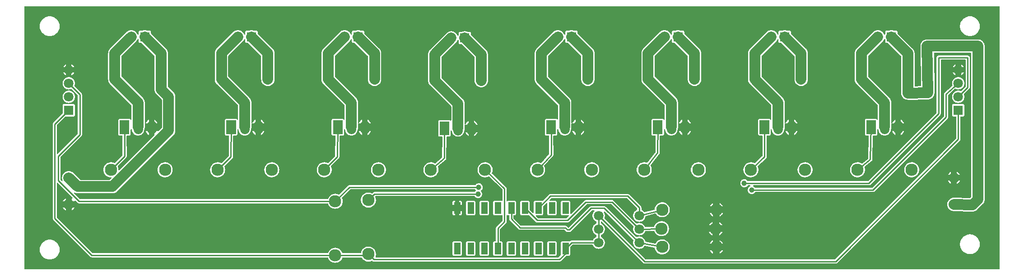
<source format=gtl>
G04 Layer: TopLayer*
G04 EasyEDA v6.4.25, 2021-12-20T13:39:12+01:00*
G04 63a1d32c011d494aaade838ba407243e,51d3ad7738a14b0e94bcfea3d2f56fdc,10*
G04 Gerber Generator version 0.2*
G04 Scale: 100 percent, Rotated: No, Reflected: No *
G04 Dimensions in millimeters *
G04 leading zeros omitted , absolute positions ,4 integer and 5 decimal *
%FSLAX45Y45*%
%MOMM*%

%ADD10C,0.2540*%
%ADD11C,2.0000*%
%ADD12C,1.0000*%
%ADD13C,1.8000*%
%ADD15R,1.8000X1.8000*%
%ADD16R,1.2116X2.1819*%
%ADD17C,2.3000*%

%LPD*%
G36*
X-1221232Y-4974082D02*
G01*
X-1225143Y-4973320D01*
X-1228394Y-4971084D01*
X-1230630Y-4967833D01*
X-1231392Y-4963922D01*
X-1231392Y-36068D01*
X-1230630Y-32156D01*
X-1228394Y-28905D01*
X-1225143Y-26670D01*
X-1221232Y-25908D01*
X17045432Y-25908D01*
X17049343Y-26670D01*
X17052594Y-28905D01*
X17054830Y-32156D01*
X17055592Y-36068D01*
X17055592Y-4963922D01*
X17054830Y-4967833D01*
X17052594Y-4971084D01*
X17049343Y-4973320D01*
X17045432Y-4974082D01*
G37*

%LPC*%
G36*
X10401808Y-4864608D02*
G01*
X13982192Y-4864608D01*
X13990218Y-4863795D01*
X13997432Y-4861610D01*
X14004137Y-4858054D01*
X14010335Y-4852924D01*
X16308324Y-2554935D01*
X16313454Y-2548737D01*
X16317010Y-2542032D01*
X16319195Y-2534818D01*
X16320007Y-2526792D01*
X16320007Y-2107082D01*
X16320769Y-2103170D01*
X16323005Y-2099868D01*
X16326256Y-2097684D01*
X16330168Y-2096922D01*
X16370807Y-2096922D01*
X16377157Y-2096211D01*
X16382593Y-2094280D01*
X16387521Y-2091182D01*
X16391585Y-2087118D01*
X16394684Y-2082190D01*
X16396614Y-2076754D01*
X16397325Y-2070404D01*
X16397325Y-1891588D01*
X16396614Y-1885238D01*
X16394684Y-1879803D01*
X16391585Y-1874875D01*
X16387521Y-1870811D01*
X16382593Y-1867712D01*
X16377157Y-1865782D01*
X16370807Y-1865071D01*
X16191992Y-1865071D01*
X16185642Y-1865782D01*
X16180206Y-1867712D01*
X16175278Y-1870811D01*
X16171214Y-1874875D01*
X16168116Y-1879803D01*
X16166185Y-1885238D01*
X16165474Y-1891588D01*
X16165474Y-2070404D01*
X16166185Y-2076754D01*
X16168116Y-2082190D01*
X16171214Y-2087118D01*
X16175278Y-2091182D01*
X16180206Y-2094280D01*
X16185642Y-2096211D01*
X16191992Y-2096922D01*
X16232632Y-2096922D01*
X16236543Y-2097684D01*
X16239794Y-2099868D01*
X16242030Y-2103170D01*
X16242792Y-2107082D01*
X16242792Y-2507081D01*
X16242030Y-2510993D01*
X16239794Y-2514295D01*
X13969695Y-4784394D01*
X13966393Y-4786630D01*
X13962481Y-4787392D01*
X10421518Y-4787392D01*
X10417606Y-4786630D01*
X10414304Y-4784394D01*
X9647021Y-4017111D01*
X9644837Y-4013860D01*
X9644024Y-4010050D01*
X9644735Y-4006189D01*
X9647936Y-3998214D01*
X9651542Y-3984091D01*
X9653371Y-3969664D01*
X9653371Y-3955135D01*
X9651542Y-3940708D01*
X9647936Y-3926586D01*
X9642551Y-3913073D01*
X9636302Y-3901694D01*
X9635134Y-3897782D01*
X9635540Y-3893718D01*
X9637572Y-3890111D01*
X9640874Y-3887673D01*
X9644837Y-3886657D01*
X9648901Y-3887368D01*
X9652355Y-3889552D01*
X10189870Y-4416755D01*
X10192105Y-4420006D01*
X10192918Y-4423867D01*
X10192207Y-4427728D01*
X10189464Y-4434586D01*
X10185857Y-4448708D01*
X10184028Y-4463135D01*
X10184028Y-4477664D01*
X10185857Y-4492091D01*
X10189464Y-4506214D01*
X10194848Y-4519726D01*
X10201859Y-4532477D01*
X10210393Y-4544263D01*
X10220350Y-4554880D01*
X10231577Y-4564176D01*
X10243870Y-4571949D01*
X10257028Y-4578146D01*
X10270896Y-4582668D01*
X10285171Y-4585360D01*
X10299700Y-4586274D01*
X10314228Y-4585360D01*
X10328503Y-4582668D01*
X10342372Y-4578146D01*
X10355529Y-4571949D01*
X10367822Y-4564176D01*
X10379049Y-4554880D01*
X10389006Y-4544263D01*
X10396677Y-4533646D01*
X10399471Y-4531055D01*
X10402976Y-4529683D01*
X10406786Y-4529632D01*
X10580674Y-4562094D01*
X10584434Y-4563618D01*
X10587329Y-4566513D01*
X10588802Y-4570323D01*
X10590885Y-4582210D01*
X10595406Y-4597654D01*
X10601655Y-4612487D01*
X10609580Y-4626457D01*
X10619028Y-4639462D01*
X10629900Y-4651349D01*
X10642041Y-4661865D01*
X10655350Y-4670958D01*
X10669574Y-4678476D01*
X10684560Y-4684318D01*
X10700105Y-4688382D01*
X10716056Y-4690668D01*
X10732109Y-4691126D01*
X10748162Y-4689754D01*
X10763910Y-4686554D01*
X10779201Y-4681575D01*
X10793831Y-4674920D01*
X10807649Y-4666589D01*
X10820349Y-4656785D01*
X10831880Y-4645558D01*
X10842091Y-4633112D01*
X10850778Y-4619599D01*
X10857890Y-4605121D01*
X10863275Y-4589983D01*
X10866932Y-4574336D01*
X10868761Y-4558334D01*
X10868761Y-4542282D01*
X10866932Y-4526280D01*
X10863275Y-4510582D01*
X10857890Y-4495444D01*
X10850778Y-4481017D01*
X10842091Y-4467504D01*
X10831880Y-4455058D01*
X10820349Y-4443831D01*
X10807649Y-4433976D01*
X10793831Y-4425696D01*
X10779201Y-4418990D01*
X10763910Y-4414062D01*
X10748162Y-4410862D01*
X10732109Y-4409490D01*
X10716056Y-4409948D01*
X10700105Y-4412234D01*
X10684560Y-4416298D01*
X10669574Y-4422140D01*
X10655350Y-4429658D01*
X10642041Y-4438751D01*
X10629900Y-4449267D01*
X10619028Y-4461103D01*
X10609580Y-4474108D01*
X10605566Y-4481169D01*
X10602823Y-4484319D01*
X10599064Y-4486097D01*
X10594898Y-4486198D01*
X10420908Y-4453737D01*
X10417352Y-4452315D01*
X10414558Y-4449724D01*
X10412933Y-4446270D01*
X10409936Y-4434586D01*
X10404551Y-4421073D01*
X10397540Y-4408322D01*
X10389006Y-4396536D01*
X10379049Y-4385919D01*
X10367822Y-4376623D01*
X10355529Y-4368850D01*
X10342372Y-4362653D01*
X10328503Y-4358132D01*
X10314228Y-4355439D01*
X10299700Y-4354525D01*
X10285171Y-4355439D01*
X10270896Y-4358132D01*
X10257028Y-4362653D01*
X10255300Y-4363466D01*
X10251287Y-4364431D01*
X10247274Y-4363770D01*
X10243820Y-4361535D01*
X9666681Y-3795471D01*
X9660737Y-3790645D01*
X9654032Y-3787089D01*
X9646818Y-3784904D01*
X9638792Y-3784092D01*
X9398508Y-3784092D01*
X9390481Y-3784904D01*
X9383268Y-3787089D01*
X9376562Y-3790645D01*
X9370364Y-3795776D01*
X8979712Y-4186377D01*
X8976461Y-4188561D01*
X8972550Y-4189323D01*
X8968638Y-4188561D01*
X8965387Y-4186377D01*
X8943035Y-4164076D01*
X8936837Y-4158945D01*
X8930132Y-4155389D01*
X8922918Y-4153204D01*
X8914892Y-4152392D01*
X8084718Y-4152392D01*
X8080806Y-4151629D01*
X8077504Y-4149394D01*
X7941564Y-4013504D01*
X7939379Y-4010202D01*
X7938617Y-4006291D01*
X7938617Y-3964178D01*
X7939379Y-3960266D01*
X7941564Y-3956964D01*
X7944866Y-3954779D01*
X7948777Y-3954018D01*
X7960004Y-3954018D01*
X7966354Y-3953306D01*
X7971790Y-3951376D01*
X7976666Y-3948277D01*
X7980781Y-3944213D01*
X7983880Y-3939286D01*
X7985759Y-3933850D01*
X7986471Y-3927500D01*
X7986471Y-3710482D01*
X7985759Y-3704132D01*
X7983880Y-3698697D01*
X7980781Y-3693769D01*
X7976666Y-3689705D01*
X7971790Y-3686606D01*
X7966354Y-3684727D01*
X7960004Y-3684015D01*
X7840014Y-3684015D01*
X7833664Y-3684727D01*
X7828229Y-3686606D01*
X7826552Y-3687673D01*
X7822539Y-3689096D01*
X7818221Y-3688791D01*
X7814462Y-3686708D01*
X7811922Y-3683254D01*
X7811008Y-3679037D01*
X7811008Y-3454908D01*
X7810195Y-3446881D01*
X7808010Y-3439668D01*
X7804454Y-3433013D01*
X7798917Y-3426358D01*
X7537348Y-3171901D01*
X7535062Y-3168599D01*
X7534249Y-3164636D01*
X7535062Y-3160674D01*
X7540701Y-3147364D01*
X7545222Y-3131921D01*
X7547965Y-3116072D01*
X7548880Y-3100019D01*
X7547965Y-3083915D01*
X7545222Y-3068066D01*
X7540701Y-3052673D01*
X7534452Y-3037840D01*
X7526528Y-3023819D01*
X7517079Y-3010814D01*
X7506208Y-2998978D01*
X7494016Y-2988411D01*
X7480757Y-2979369D01*
X7466533Y-2971850D01*
X7451547Y-2966008D01*
X7436002Y-2961894D01*
X7420051Y-2959608D01*
X7403998Y-2959150D01*
X7387945Y-2960522D01*
X7372197Y-2963722D01*
X7356906Y-2968701D01*
X7342225Y-2975406D01*
X7328458Y-2983687D01*
X7315758Y-2993542D01*
X7304176Y-3004718D01*
X7294016Y-3017164D01*
X7285329Y-3030728D01*
X7278217Y-3045155D01*
X7272832Y-3060293D01*
X7269175Y-3075990D01*
X7267346Y-3091942D01*
X7267346Y-3108045D01*
X7269175Y-3124047D01*
X7272832Y-3139694D01*
X7278217Y-3154832D01*
X7285329Y-3169259D01*
X7294016Y-3182823D01*
X7304176Y-3195269D01*
X7315758Y-3206496D01*
X7328458Y-3216300D01*
X7342225Y-3224631D01*
X7356906Y-3231286D01*
X7372197Y-3236264D01*
X7387945Y-3239465D01*
X7403998Y-3240836D01*
X7420051Y-3240379D01*
X7436002Y-3238093D01*
X7451547Y-3233978D01*
X7466533Y-3228136D01*
X7471613Y-3225495D01*
X7475677Y-3224326D01*
X7479842Y-3224936D01*
X7483398Y-3227171D01*
X7730693Y-3467709D01*
X7732979Y-3471062D01*
X7733792Y-3474974D01*
X7733792Y-3678275D01*
X7732877Y-3682492D01*
X7730337Y-3685946D01*
X7726578Y-3688029D01*
X7722260Y-3688384D01*
X7712354Y-3684727D01*
X7706004Y-3684015D01*
X7586014Y-3684015D01*
X7579664Y-3684727D01*
X7574229Y-3686606D01*
X7569301Y-3689705D01*
X7565237Y-3693769D01*
X7562138Y-3698697D01*
X7560208Y-3704132D01*
X7559497Y-3710482D01*
X7559497Y-3927500D01*
X7560208Y-3933850D01*
X7562138Y-3939286D01*
X7565237Y-3944213D01*
X7569301Y-3948277D01*
X7574229Y-3951376D01*
X7579664Y-3953306D01*
X7586014Y-3954018D01*
X7706004Y-3954018D01*
X7712354Y-3953306D01*
X7722260Y-3949649D01*
X7726578Y-3949954D01*
X7730337Y-3952036D01*
X7732877Y-3955491D01*
X7733792Y-3959707D01*
X7733792Y-4056481D01*
X7733030Y-4060393D01*
X7730794Y-4063695D01*
X7619034Y-4175455D01*
X7613954Y-4181703D01*
X7610398Y-4188358D01*
X7608163Y-4195572D01*
X7607401Y-4203598D01*
X7607401Y-4435856D01*
X7606639Y-4439716D01*
X7604404Y-4443018D01*
X7601102Y-4445203D01*
X7597241Y-4446016D01*
X7586014Y-4446016D01*
X7579664Y-4446727D01*
X7574229Y-4448606D01*
X7569301Y-4451705D01*
X7565237Y-4455769D01*
X7562138Y-4460697D01*
X7560208Y-4466132D01*
X7559497Y-4472482D01*
X7559497Y-4689500D01*
X7560208Y-4695850D01*
X7562138Y-4701286D01*
X7565237Y-4706213D01*
X7569301Y-4710277D01*
X7574229Y-4713376D01*
X7579664Y-4715306D01*
X7586014Y-4716018D01*
X7706004Y-4716018D01*
X7712354Y-4715306D01*
X7717790Y-4713376D01*
X7722666Y-4710277D01*
X7726781Y-4706213D01*
X7729880Y-4701286D01*
X7731759Y-4695850D01*
X7732471Y-4689500D01*
X7732471Y-4472482D01*
X7731759Y-4466132D01*
X7729880Y-4460697D01*
X7726781Y-4455769D01*
X7722666Y-4451705D01*
X7717790Y-4448606D01*
X7712354Y-4446727D01*
X7706004Y-4446016D01*
X7694777Y-4446016D01*
X7690866Y-4445203D01*
X7687564Y-4443018D01*
X7685379Y-4439716D01*
X7684617Y-4435856D01*
X7684617Y-4223308D01*
X7685379Y-4219397D01*
X7687564Y-4216095D01*
X7799324Y-4104335D01*
X7804454Y-4098137D01*
X7808010Y-4091432D01*
X7810195Y-4084218D01*
X7811008Y-4076192D01*
X7811008Y-3958945D01*
X7811922Y-3954729D01*
X7814462Y-3951325D01*
X7818221Y-3949242D01*
X7822539Y-3948887D01*
X7826552Y-3950360D01*
X7828229Y-3951376D01*
X7833664Y-3953306D01*
X7840014Y-3954018D01*
X7851241Y-3954018D01*
X7855102Y-3954779D01*
X7858404Y-3956964D01*
X7860639Y-3960266D01*
X7861401Y-3964178D01*
X7861401Y-4026001D01*
X7862163Y-4034028D01*
X7864398Y-4041241D01*
X7867954Y-4047896D01*
X7873034Y-4054144D01*
X8036864Y-4217924D01*
X8043062Y-4223054D01*
X8049768Y-4226610D01*
X8056981Y-4228795D01*
X8065008Y-4229608D01*
X8895181Y-4229608D01*
X8899093Y-4230370D01*
X8902395Y-4232605D01*
X8925864Y-4256024D01*
X8932062Y-4261154D01*
X8938768Y-4264710D01*
X8945981Y-4266895D01*
X8954008Y-4267708D01*
X8991092Y-4267708D01*
X8999118Y-4266895D01*
X9006332Y-4264710D01*
X9013037Y-4261154D01*
X9019235Y-4256024D01*
X9411004Y-3864305D01*
X9414306Y-3862070D01*
X9418218Y-3861308D01*
X9450476Y-3861308D01*
X9454337Y-3862070D01*
X9457588Y-3864203D01*
X9459823Y-3867454D01*
X9460636Y-3871264D01*
X9459976Y-3875125D01*
X9457893Y-3878427D01*
X9448393Y-3888536D01*
X9439859Y-3900322D01*
X9432848Y-3913073D01*
X9427464Y-3926586D01*
X9423857Y-3940708D01*
X9422028Y-3955135D01*
X9422028Y-3969664D01*
X9423857Y-3984091D01*
X9427464Y-3998214D01*
X9432848Y-4011726D01*
X9439859Y-4024477D01*
X9448393Y-4036263D01*
X9458350Y-4046880D01*
X9469577Y-4056176D01*
X9481870Y-4063949D01*
X9493250Y-4069334D01*
X9496348Y-4071569D01*
X9498380Y-4074769D01*
X9499092Y-4078528D01*
X9499092Y-4100271D01*
X9498380Y-4104030D01*
X9496348Y-4107230D01*
X9493250Y-4109465D01*
X9481870Y-4114850D01*
X9469577Y-4122623D01*
X9458350Y-4131919D01*
X9448393Y-4142536D01*
X9439859Y-4154322D01*
X9432848Y-4167073D01*
X9427464Y-4180586D01*
X9423857Y-4194708D01*
X9422028Y-4209135D01*
X9422028Y-4223664D01*
X9423857Y-4238091D01*
X9427464Y-4252214D01*
X9432848Y-4265726D01*
X9439859Y-4278477D01*
X9448393Y-4290263D01*
X9458350Y-4300880D01*
X9469577Y-4310176D01*
X9481870Y-4317949D01*
X9493250Y-4323334D01*
X9496348Y-4325569D01*
X9498380Y-4328769D01*
X9499092Y-4332528D01*
X9499092Y-4354271D01*
X9498380Y-4358030D01*
X9496348Y-4361230D01*
X9493250Y-4363466D01*
X9481870Y-4368850D01*
X9469577Y-4376623D01*
X9458350Y-4385919D01*
X9448393Y-4396536D01*
X9439859Y-4408322D01*
X9432848Y-4421073D01*
X9431121Y-4425391D01*
X9428937Y-4428744D01*
X9425635Y-4430979D01*
X9421672Y-4431792D01*
X9027109Y-4431792D01*
X9019082Y-4432604D01*
X9011869Y-4434789D01*
X9005163Y-4438345D01*
X8998966Y-4443476D01*
X8996730Y-4445660D01*
X8993632Y-4447794D01*
X8989923Y-4448606D01*
X8986215Y-4448048D01*
X8982354Y-4446727D01*
X8976004Y-4446016D01*
X8856014Y-4446016D01*
X8849664Y-4446727D01*
X8844229Y-4448606D01*
X8839301Y-4451705D01*
X8835237Y-4455769D01*
X8832138Y-4460697D01*
X8830208Y-4466132D01*
X8829497Y-4472482D01*
X8829497Y-4689500D01*
X8830818Y-4699711D01*
X8830005Y-4703419D01*
X8827871Y-4706518D01*
X8788095Y-4746294D01*
X8784793Y-4748530D01*
X8780881Y-4749292D01*
X5360974Y-4749292D01*
X5357114Y-4748530D01*
X5353862Y-4746396D01*
X5351627Y-4743145D01*
X5350814Y-4739284D01*
X5351526Y-4735423D01*
X5353710Y-4729835D01*
X5357774Y-4714290D01*
X5360060Y-4698339D01*
X5360517Y-4682286D01*
X5359146Y-4666234D01*
X5355945Y-4650486D01*
X5350967Y-4635195D01*
X5344312Y-4620564D01*
X5335981Y-4606798D01*
X5326176Y-4594047D01*
X5314950Y-4582515D01*
X5302504Y-4572304D01*
X5288991Y-4563618D01*
X5274564Y-4556506D01*
X5259374Y-4551121D01*
X5243728Y-4547463D01*
X5227726Y-4545634D01*
X5211673Y-4545634D01*
X5195671Y-4547463D01*
X5180025Y-4551121D01*
X5164836Y-4556506D01*
X5150408Y-4563618D01*
X5136896Y-4572304D01*
X5124450Y-4582515D01*
X5113223Y-4594047D01*
X5103418Y-4606798D01*
X5095087Y-4620564D01*
X5088432Y-4635195D01*
X5083454Y-4650486D01*
X5081270Y-4661255D01*
X5080000Y-4664506D01*
X5077714Y-4667097D01*
X5074716Y-4668824D01*
X5071313Y-4669383D01*
X4740148Y-4669383D01*
X4735982Y-4668520D01*
X4732578Y-4666030D01*
X4730496Y-4662373D01*
X4728667Y-4656886D01*
X4722012Y-4642256D01*
X4713681Y-4628489D01*
X4703876Y-4615738D01*
X4692650Y-4604207D01*
X4680204Y-4593996D01*
X4666691Y-4585309D01*
X4652264Y-4578197D01*
X4637074Y-4572812D01*
X4621428Y-4569155D01*
X4605426Y-4567326D01*
X4589373Y-4567326D01*
X4573371Y-4569155D01*
X4557725Y-4572812D01*
X4542536Y-4578197D01*
X4528108Y-4585309D01*
X4514596Y-4593996D01*
X4502150Y-4604207D01*
X4490923Y-4615738D01*
X4481118Y-4628489D01*
X4472787Y-4642256D01*
X4466132Y-4656886D01*
X4464354Y-4662271D01*
X4462272Y-4665929D01*
X4458817Y-4668418D01*
X4454702Y-4669282D01*
X54508Y-4669282D01*
X50596Y-4668520D01*
X47294Y-4666284D01*
X-618794Y-4000195D01*
X-621030Y-3996893D01*
X-621792Y-3992981D01*
X-621792Y-3356254D01*
X-621030Y-3352342D01*
X-618794Y-3349040D01*
X-615543Y-3346856D01*
X-611632Y-3346094D01*
X-607720Y-3346856D01*
X-604469Y-3349040D01*
X-331673Y-3621836D01*
X-329438Y-3625189D01*
X-328676Y-3629101D01*
X-329488Y-3633063D01*
X-331774Y-3636314D01*
X-335178Y-3638499D01*
X-339090Y-3639210D01*
X-343662Y-3637991D01*
X-343662Y-3694074D01*
X-287578Y-3694074D01*
X-288747Y-3689553D01*
X-288036Y-3685590D01*
X-285902Y-3682237D01*
X-282600Y-3679951D01*
X-278688Y-3679139D01*
X-274726Y-3679901D01*
X-271424Y-3682085D01*
X-234645Y-3718814D01*
X-228447Y-3723944D01*
X-221742Y-3727500D01*
X-214528Y-3729685D01*
X-206502Y-3730498D01*
X4454499Y-3730498D01*
X4458462Y-3731310D01*
X4461764Y-3733596D01*
X4463948Y-3736949D01*
X4469231Y-3750513D01*
X4476750Y-3764737D01*
X4485843Y-3778046D01*
X4496358Y-3790187D01*
X4508195Y-3801059D01*
X4521250Y-3810508D01*
X4535220Y-3818432D01*
X4550054Y-3824681D01*
X4565497Y-3829253D01*
X4581347Y-3831996D01*
X4597400Y-3832910D01*
X4613452Y-3831996D01*
X4629302Y-3829253D01*
X4644745Y-3824681D01*
X4659579Y-3818432D01*
X4673549Y-3810508D01*
X4686604Y-3801059D01*
X4698441Y-3790187D01*
X4708956Y-3778046D01*
X4718050Y-3764737D01*
X4725568Y-3750513D01*
X4731410Y-3735527D01*
X4735474Y-3719982D01*
X4737760Y-3704031D01*
X4738217Y-3687978D01*
X4736846Y-3671925D01*
X4733645Y-3656177D01*
X4728667Y-3640886D01*
X4723587Y-3629761D01*
X4722672Y-3625748D01*
X4723434Y-3621735D01*
X4725670Y-3618331D01*
X4873447Y-3470605D01*
X4876698Y-3468370D01*
X4880610Y-3467608D01*
X7219188Y-3467608D01*
X7222388Y-3468115D01*
X7225233Y-3469589D01*
X7227519Y-3471926D01*
X7231278Y-3477260D01*
X7233666Y-3479749D01*
X7235901Y-3483356D01*
X7236459Y-3487572D01*
X7235240Y-3491636D01*
X7232497Y-3494887D01*
X7226604Y-3499358D01*
X7218578Y-3507740D01*
X7214819Y-3513074D01*
X7212533Y-3515410D01*
X7209688Y-3516884D01*
X7206488Y-3517392D01*
X5334508Y-3517392D01*
X5326481Y-3518204D01*
X5319268Y-3520389D01*
X5312562Y-3523945D01*
X5306364Y-3529076D01*
X5293309Y-3542080D01*
X5289804Y-3544366D01*
X5285689Y-3545027D01*
X5281676Y-3544011D01*
X5274564Y-3540506D01*
X5259374Y-3535121D01*
X5243728Y-3531463D01*
X5227726Y-3529634D01*
X5211673Y-3529634D01*
X5195671Y-3531463D01*
X5180025Y-3535121D01*
X5164836Y-3540506D01*
X5150408Y-3547618D01*
X5136896Y-3556304D01*
X5124450Y-3566515D01*
X5113223Y-3578047D01*
X5103418Y-3590798D01*
X5095087Y-3604564D01*
X5088432Y-3619195D01*
X5083454Y-3634486D01*
X5080254Y-3650234D01*
X5078882Y-3666286D01*
X5079339Y-3682339D01*
X5081625Y-3698290D01*
X5085689Y-3713835D01*
X5091531Y-3728821D01*
X5099050Y-3743045D01*
X5108143Y-3756355D01*
X5118658Y-3768496D01*
X5130495Y-3779367D01*
X5143550Y-3788816D01*
X5157520Y-3796741D01*
X5172354Y-3802989D01*
X5187797Y-3807510D01*
X5203647Y-3810254D01*
X5219700Y-3811168D01*
X5235752Y-3810254D01*
X5251602Y-3807510D01*
X5267045Y-3802989D01*
X5281879Y-3796741D01*
X5295849Y-3788816D01*
X5308904Y-3779367D01*
X5320741Y-3768496D01*
X5331256Y-3756355D01*
X5340350Y-3743045D01*
X5347868Y-3728821D01*
X5353710Y-3713835D01*
X5357774Y-3698290D01*
X5360060Y-3682339D01*
X5360517Y-3666286D01*
X5359146Y-3650234D01*
X5355945Y-3634486D01*
X5350967Y-3619195D01*
X5346344Y-3608984D01*
X5345430Y-3605072D01*
X5346090Y-3601059D01*
X5348274Y-3597706D01*
X5351627Y-3595420D01*
X5355590Y-3594608D01*
X7206488Y-3594608D01*
X7209688Y-3595115D01*
X7212533Y-3596589D01*
X7214819Y-3598926D01*
X7218578Y-3604260D01*
X7226604Y-3612642D01*
X7235850Y-3619703D01*
X7246061Y-3625240D01*
X7256983Y-3629151D01*
X7268413Y-3631387D01*
X7279995Y-3631844D01*
X7291527Y-3630472D01*
X7302753Y-3627424D01*
X7313371Y-3622649D01*
X7323074Y-3616350D01*
X7331760Y-3608628D01*
X7339177Y-3599637D01*
X7345121Y-3589680D01*
X7349439Y-3578910D01*
X7352080Y-3567582D01*
X7352995Y-3556000D01*
X7352080Y-3544417D01*
X7349439Y-3533089D01*
X7345121Y-3522319D01*
X7339177Y-3512362D01*
X7332878Y-3504742D01*
X7330897Y-3500932D01*
X7330694Y-3496716D01*
X7332167Y-3492754D01*
X7344460Y-3481628D01*
X7351877Y-3472637D01*
X7357821Y-3462680D01*
X7362139Y-3451910D01*
X7364780Y-3440582D01*
X7365695Y-3429000D01*
X7364780Y-3417417D01*
X7362139Y-3406089D01*
X7357821Y-3395319D01*
X7351877Y-3385362D01*
X7344460Y-3376371D01*
X7335774Y-3368649D01*
X7326071Y-3362350D01*
X7315453Y-3357575D01*
X7304227Y-3354527D01*
X7292695Y-3353155D01*
X7281113Y-3353612D01*
X7269683Y-3355848D01*
X7258761Y-3359759D01*
X7248550Y-3365296D01*
X7239304Y-3372358D01*
X7231278Y-3380740D01*
X7227519Y-3386074D01*
X7225233Y-3388410D01*
X7222388Y-3389884D01*
X7219188Y-3390392D01*
X4860899Y-3390392D01*
X4852873Y-3391204D01*
X4845659Y-3393389D01*
X4839004Y-3396945D01*
X4832756Y-3402076D01*
X4671009Y-3563772D01*
X4667504Y-3566058D01*
X4663389Y-3566769D01*
X4659376Y-3565702D01*
X4652264Y-3562197D01*
X4637074Y-3556812D01*
X4621428Y-3553155D01*
X4605426Y-3551326D01*
X4589373Y-3551326D01*
X4573371Y-3553155D01*
X4557725Y-3556812D01*
X4542536Y-3562197D01*
X4528108Y-3569309D01*
X4514596Y-3577996D01*
X4502150Y-3588207D01*
X4490923Y-3599738D01*
X4481118Y-3612489D01*
X4472787Y-3626256D01*
X4466132Y-3640886D01*
X4464354Y-3646271D01*
X4462272Y-3649929D01*
X4458817Y-3652418D01*
X4454702Y-3653282D01*
X-186791Y-3653282D01*
X-190703Y-3652520D01*
X-194005Y-3650284D01*
X-297230Y-3547059D01*
X-299466Y-3543757D01*
X-300228Y-3539845D01*
X-299415Y-3535934D01*
X-297230Y-3532632D01*
X-293878Y-3530447D01*
X-290017Y-3529685D01*
X-286105Y-3530498D01*
X-277774Y-3534054D01*
X-270510Y-3536543D01*
X-263296Y-3538524D01*
X-255778Y-3540150D01*
X-248361Y-3541268D01*
X-240690Y-3541979D01*
X-233019Y-3542233D01*
X418947Y-3542233D01*
X426720Y-3541979D01*
X434289Y-3541268D01*
X441807Y-3540150D01*
X449224Y-3538524D01*
X456539Y-3536492D01*
X463753Y-3534003D01*
X470763Y-3531108D01*
X477621Y-3527806D01*
X484225Y-3524046D01*
X490626Y-3519932D01*
X496722Y-3515410D01*
X502564Y-3510534D01*
X508254Y-3505200D01*
X1562100Y-2451354D01*
X1567434Y-2445664D01*
X1572310Y-2439822D01*
X1576832Y-2433726D01*
X1580946Y-2427325D01*
X1584706Y-2420721D01*
X1588008Y-2413863D01*
X1590903Y-2406853D01*
X1593392Y-2399639D01*
X1595424Y-2392324D01*
X1597050Y-2384907D01*
X1598168Y-2377389D01*
X1598879Y-2369820D01*
X1599133Y-2362047D01*
X1599133Y-1727352D01*
X1598879Y-1719580D01*
X1598168Y-1712010D01*
X1597050Y-1704492D01*
X1595424Y-1697075D01*
X1593392Y-1689760D01*
X1590903Y-1682546D01*
X1588008Y-1675536D01*
X1584706Y-1668678D01*
X1580946Y-1662074D01*
X1576832Y-1655673D01*
X1572310Y-1649577D01*
X1567434Y-1643735D01*
X1562100Y-1638046D01*
X1463903Y-1539849D01*
X1461719Y-1536547D01*
X1460957Y-1532686D01*
X1460957Y-908202D01*
X1460703Y-900430D01*
X1459992Y-892860D01*
X1458874Y-885342D01*
X1457248Y-877925D01*
X1455216Y-870610D01*
X1452727Y-863396D01*
X1449832Y-856386D01*
X1446530Y-849528D01*
X1442770Y-842924D01*
X1438656Y-836523D01*
X1434134Y-830427D01*
X1429258Y-824585D01*
X1423924Y-818896D01*
X1145895Y-540867D01*
X1143660Y-537565D01*
X1142898Y-533654D01*
X1142898Y-510590D01*
X1142187Y-504240D01*
X1140307Y-498805D01*
X1137208Y-493877D01*
X1133094Y-489813D01*
X1128217Y-486714D01*
X1122730Y-484784D01*
X1116431Y-484073D01*
X1077671Y-484073D01*
X1074064Y-483412D01*
X1064361Y-479755D01*
X1049629Y-476097D01*
X1034542Y-474268D01*
X1019302Y-474268D01*
X1004214Y-476097D01*
X989482Y-479755D01*
X979779Y-483412D01*
X976172Y-484073D01*
X937564Y-484073D01*
X931265Y-484784D01*
X925779Y-486714D01*
X920902Y-489813D01*
X916787Y-493877D01*
X913739Y-498805D01*
X911809Y-504240D01*
X911098Y-510590D01*
X911098Y-549148D01*
X910437Y-552754D01*
X909472Y-555345D01*
X907287Y-558749D01*
X903935Y-561086D01*
X899972Y-561898D01*
X895959Y-561086D01*
X892606Y-558749D01*
X890473Y-555345D01*
X887780Y-548335D01*
X880719Y-534873D01*
X872083Y-522376D01*
X862025Y-510997D01*
X850646Y-500888D01*
X838149Y-492251D01*
X824687Y-485190D01*
X810463Y-479806D01*
X795680Y-476148D01*
X780592Y-474319D01*
X765403Y-474319D01*
X750316Y-476148D01*
X735533Y-479806D01*
X721309Y-485190D01*
X707847Y-492251D01*
X695350Y-500888D01*
X683768Y-511200D01*
X376072Y-818845D01*
X370738Y-824484D01*
X365912Y-830326D01*
X361391Y-836472D01*
X357276Y-842873D01*
X353517Y-849477D01*
X350215Y-856335D01*
X347268Y-863346D01*
X344779Y-870559D01*
X342747Y-877874D01*
X341172Y-885291D01*
X340004Y-892810D01*
X339344Y-900379D01*
X339090Y-908151D01*
X339090Y-1399844D01*
X339293Y-1406906D01*
X340004Y-1415186D01*
X341020Y-1421993D01*
X342747Y-1430172D01*
X344576Y-1436776D01*
X347268Y-1444650D01*
X349910Y-1451000D01*
X353517Y-1458518D01*
X356870Y-1464513D01*
X361391Y-1471523D01*
X365455Y-1477060D01*
X370789Y-1483512D01*
X375564Y-1488643D01*
X772668Y-1890064D01*
X774852Y-1893366D01*
X775563Y-1897278D01*
X774649Y-2147519D01*
X773836Y-2151430D01*
X771601Y-2154732D01*
X768299Y-2156917D01*
X764387Y-2157679D01*
X760476Y-2156815D01*
X757224Y-2154580D01*
X752043Y-2149246D01*
X747217Y-2146198D01*
X741730Y-2144318D01*
X735431Y-2143607D01*
X556564Y-2143607D01*
X550265Y-2144318D01*
X544779Y-2146198D01*
X539902Y-2149297D01*
X535787Y-2153412D01*
X532688Y-2158288D01*
X530809Y-2163775D01*
X530098Y-2170074D01*
X530098Y-2428951D01*
X530809Y-2435250D01*
X532688Y-2440736D01*
X535787Y-2445613D01*
X539902Y-2449728D01*
X544779Y-2452776D01*
X550265Y-2454706D01*
X556564Y-2455418D01*
X597763Y-2455418D01*
X601624Y-2456180D01*
X604926Y-2458364D01*
X607110Y-2461666D01*
X607923Y-2465527D01*
X609041Y-2824581D01*
X608279Y-2828493D01*
X606044Y-2831846D01*
X465785Y-2971800D01*
X462178Y-2974136D01*
X457962Y-2974746D01*
X453847Y-2973578D01*
X450545Y-2971850D01*
X435559Y-2966008D01*
X419963Y-2961894D01*
X404063Y-2959608D01*
X387959Y-2959150D01*
X371957Y-2960522D01*
X356158Y-2963722D01*
X340868Y-2968701D01*
X326237Y-2975406D01*
X312470Y-2983687D01*
X299720Y-2993542D01*
X288188Y-3004718D01*
X278028Y-3017164D01*
X269341Y-3030728D01*
X262229Y-3045155D01*
X256794Y-3060293D01*
X253187Y-3075990D01*
X251358Y-3091942D01*
X251358Y-3108045D01*
X253187Y-3124047D01*
X256794Y-3139694D01*
X262229Y-3154832D01*
X269341Y-3169259D01*
X278028Y-3182823D01*
X288188Y-3195269D01*
X299720Y-3206496D01*
X312470Y-3216300D01*
X326237Y-3224631D01*
X340868Y-3231286D01*
X356158Y-3236264D01*
X371957Y-3239465D01*
X387959Y-3240836D01*
X391820Y-3240735D01*
X395732Y-3241395D01*
X399135Y-3243580D01*
X401421Y-3246882D01*
X402234Y-3250793D01*
X401472Y-3254705D01*
X399288Y-3258058D01*
X369925Y-3287420D01*
X366623Y-3289604D01*
X362762Y-3290417D01*
X-176885Y-3290417D01*
X-180746Y-3289604D01*
X-184048Y-3287420D01*
X-316433Y-3155391D01*
X-328472Y-3145942D01*
X-341477Y-3138068D01*
X-355346Y-3131870D01*
X-369874Y-3127349D01*
X-384810Y-3124606D01*
X-400100Y-3123641D01*
X-415188Y-3124555D01*
X-422859Y-3125825D01*
X-430123Y-3127298D01*
X-437591Y-3129483D01*
X-444652Y-3131820D01*
X-458520Y-3138068D01*
X-465277Y-3141980D01*
X-471525Y-3145942D01*
X-477774Y-3150616D01*
X-483463Y-3155340D01*
X-489153Y-3160725D01*
X-494233Y-3166059D01*
X-499211Y-3172104D01*
X-503631Y-3178048D01*
X-507847Y-3184601D01*
X-511505Y-3191052D01*
X-514908Y-3198114D01*
X-517702Y-3204921D01*
X-520293Y-3212287D01*
X-522224Y-3219450D01*
X-523900Y-3227070D01*
X-524967Y-3234385D01*
X-525729Y-3242157D01*
X-525881Y-3249574D01*
X-525729Y-3257346D01*
X-524967Y-3264712D01*
X-523849Y-3272485D01*
X-522224Y-3279698D01*
X-520242Y-3287217D01*
X-517753Y-3294176D01*
X-514451Y-3302254D01*
X-513689Y-3306114D01*
X-514502Y-3310026D01*
X-516686Y-3313277D01*
X-519988Y-3315462D01*
X-523849Y-3316224D01*
X-527761Y-3315462D01*
X-531063Y-3313277D01*
X-555294Y-3288995D01*
X-557530Y-3285693D01*
X-558292Y-3281781D01*
X-558292Y-2865018D01*
X-557530Y-2861106D01*
X-555294Y-2857804D01*
X-163576Y-2466035D01*
X-158445Y-2459837D01*
X-154889Y-2453132D01*
X-152704Y-2445918D01*
X-151892Y-2437892D01*
X-151892Y-1683004D01*
X-152704Y-1674977D01*
X-154889Y-1667764D01*
X-158445Y-1661058D01*
X-163576Y-1654860D01*
X-290677Y-1527708D01*
X-292862Y-1524457D01*
X-293674Y-1520647D01*
X-292963Y-1516786D01*
X-289763Y-1508810D01*
X-286156Y-1494739D01*
X-284327Y-1480261D01*
X-284327Y-1465732D01*
X-286156Y-1451305D01*
X-289763Y-1437182D01*
X-295148Y-1423670D01*
X-302158Y-1410919D01*
X-310692Y-1399133D01*
X-320649Y-1388516D01*
X-331876Y-1379220D01*
X-344170Y-1371447D01*
X-357327Y-1365250D01*
X-371195Y-1360728D01*
X-385470Y-1358036D01*
X-399999Y-1357122D01*
X-414528Y-1358036D01*
X-428802Y-1360728D01*
X-442671Y-1365250D01*
X-455828Y-1371447D01*
X-468122Y-1379220D01*
X-479348Y-1388516D01*
X-489305Y-1399133D01*
X-497840Y-1410919D01*
X-504850Y-1423670D01*
X-510235Y-1437182D01*
X-513842Y-1451305D01*
X-515670Y-1465732D01*
X-515670Y-1480261D01*
X-513842Y-1494739D01*
X-510235Y-1508810D01*
X-504850Y-1522323D01*
X-497840Y-1535074D01*
X-489305Y-1546860D01*
X-479348Y-1557477D01*
X-468122Y-1566773D01*
X-455828Y-1574546D01*
X-442671Y-1580743D01*
X-428802Y-1585264D01*
X-414528Y-1587957D01*
X-399999Y-1588871D01*
X-385470Y-1587957D01*
X-371195Y-1585264D01*
X-357327Y-1580743D01*
X-352653Y-1579473D01*
X-348589Y-1580184D01*
X-345135Y-1582420D01*
X-232105Y-1695500D01*
X-229870Y-1698802D01*
X-229108Y-1702714D01*
X-229108Y-2418181D01*
X-229870Y-2422093D01*
X-232105Y-2425395D01*
X-604469Y-2797759D01*
X-607720Y-2799943D01*
X-611632Y-2800705D01*
X-615543Y-2799943D01*
X-618794Y-2797759D01*
X-621030Y-2794457D01*
X-621792Y-2790545D01*
X-621792Y-2261514D01*
X-621030Y-2257602D01*
X-618794Y-2254300D01*
X-464362Y-2099868D01*
X-461111Y-2097684D01*
X-457200Y-2096922D01*
X-310591Y-2096922D01*
X-304241Y-2096211D01*
X-298805Y-2094280D01*
X-293878Y-2091182D01*
X-289814Y-2087118D01*
X-286715Y-2082190D01*
X-284784Y-2076754D01*
X-284073Y-2070404D01*
X-284073Y-1891588D01*
X-284784Y-1885238D01*
X-286715Y-1879803D01*
X-289814Y-1874875D01*
X-293878Y-1870811D01*
X-298805Y-1867712D01*
X-304241Y-1865782D01*
X-310591Y-1865071D01*
X-489407Y-1865071D01*
X-495757Y-1865782D01*
X-501192Y-1867712D01*
X-506120Y-1870811D01*
X-510184Y-1874875D01*
X-513283Y-1879803D01*
X-515213Y-1885238D01*
X-515924Y-1891588D01*
X-515924Y-2037994D01*
X-516686Y-2041906D01*
X-518871Y-2045157D01*
X-687324Y-2213660D01*
X-692454Y-2219858D01*
X-696010Y-2226564D01*
X-698195Y-2233777D01*
X-699008Y-2241804D01*
X-699008Y-4012692D01*
X-698195Y-4020718D01*
X-696010Y-4027932D01*
X-692454Y-4034637D01*
X-687324Y-4040835D01*
X6654Y-4734814D01*
X12852Y-4739944D01*
X19558Y-4743500D01*
X26771Y-4745685D01*
X34798Y-4746498D01*
X4454499Y-4746498D01*
X4458462Y-4747310D01*
X4461764Y-4749596D01*
X4463948Y-4752949D01*
X4469231Y-4766513D01*
X4476750Y-4780737D01*
X4485843Y-4794046D01*
X4496358Y-4806188D01*
X4508195Y-4817059D01*
X4521250Y-4826508D01*
X4535220Y-4834432D01*
X4550054Y-4840681D01*
X4565497Y-4845253D01*
X4581347Y-4847996D01*
X4597400Y-4848910D01*
X4613452Y-4847996D01*
X4629302Y-4845253D01*
X4644745Y-4840681D01*
X4659579Y-4834432D01*
X4673549Y-4826508D01*
X4686604Y-4817059D01*
X4698441Y-4806188D01*
X4708956Y-4794046D01*
X4718050Y-4780737D01*
X4725568Y-4766513D01*
X4730800Y-4753102D01*
X4732985Y-4749698D01*
X4736287Y-4747412D01*
X4740249Y-4746599D01*
X5086350Y-4746599D01*
X5089956Y-4747260D01*
X5093106Y-4749139D01*
X5095341Y-4752035D01*
X5099050Y-4759045D01*
X5108143Y-4772355D01*
X5118658Y-4784496D01*
X5130495Y-4795367D01*
X5143550Y-4804816D01*
X5157520Y-4812741D01*
X5172354Y-4818989D01*
X5187797Y-4823510D01*
X5203647Y-4826254D01*
X5219700Y-4827168D01*
X5235752Y-4826254D01*
X5251602Y-4823510D01*
X5267045Y-4818989D01*
X5282336Y-4812538D01*
X5285943Y-4811725D01*
X5289600Y-4812284D01*
X5292801Y-4814062D01*
X5299913Y-4819954D01*
X5306568Y-4823510D01*
X5313781Y-4825695D01*
X5321808Y-4826508D01*
X8800592Y-4826508D01*
X8808618Y-4825695D01*
X8815832Y-4823510D01*
X8822537Y-4819954D01*
X8828735Y-4814824D01*
X8924645Y-4718964D01*
X8927896Y-4716780D01*
X8931808Y-4716018D01*
X8976004Y-4716018D01*
X8982354Y-4715306D01*
X8987790Y-4713376D01*
X8992666Y-4710277D01*
X8996781Y-4706213D01*
X8999880Y-4701286D01*
X9001760Y-4695850D01*
X9002471Y-4689500D01*
X9002471Y-4553305D01*
X9003284Y-4549444D01*
X9005468Y-4546142D01*
X9039606Y-4512005D01*
X9042908Y-4509770D01*
X9046819Y-4509008D01*
X9421672Y-4509008D01*
X9425635Y-4509820D01*
X9428937Y-4512056D01*
X9431121Y-4515408D01*
X9432848Y-4519726D01*
X9439859Y-4532477D01*
X9448393Y-4544263D01*
X9458350Y-4554880D01*
X9469577Y-4564176D01*
X9481870Y-4571949D01*
X9495028Y-4578146D01*
X9508896Y-4582668D01*
X9523171Y-4585360D01*
X9537700Y-4586274D01*
X9552228Y-4585360D01*
X9566503Y-4582668D01*
X9580372Y-4578146D01*
X9593529Y-4571949D01*
X9605822Y-4564176D01*
X9617049Y-4554880D01*
X9627006Y-4544263D01*
X9635540Y-4532477D01*
X9642551Y-4519726D01*
X9647936Y-4506214D01*
X9651542Y-4492091D01*
X9653371Y-4477664D01*
X9653371Y-4463135D01*
X9651542Y-4448708D01*
X9647936Y-4434586D01*
X9642551Y-4421073D01*
X9635540Y-4408322D01*
X9627006Y-4396536D01*
X9617049Y-4385919D01*
X9605822Y-4376623D01*
X9593529Y-4368850D01*
X9582150Y-4363466D01*
X9579051Y-4361230D01*
X9577019Y-4358030D01*
X9576308Y-4354271D01*
X9576308Y-4332528D01*
X9577019Y-4328769D01*
X9579051Y-4325569D01*
X9582150Y-4323334D01*
X9593529Y-4317949D01*
X9605822Y-4310176D01*
X9617049Y-4300880D01*
X9627006Y-4290263D01*
X9635540Y-4278477D01*
X9642551Y-4265726D01*
X9647936Y-4252214D01*
X9651542Y-4238091D01*
X9653371Y-4223664D01*
X9653371Y-4209135D01*
X9651542Y-4194708D01*
X9647936Y-4180586D01*
X9642551Y-4167073D01*
X9635540Y-4154322D01*
X9627006Y-4142536D01*
X9617049Y-4131919D01*
X9605822Y-4122623D01*
X9593529Y-4114850D01*
X9582150Y-4109465D01*
X9579051Y-4107230D01*
X9577019Y-4104030D01*
X9576308Y-4100271D01*
X9576308Y-4080154D01*
X9577070Y-4076242D01*
X9579305Y-4072940D01*
X9582556Y-4070756D01*
X9586468Y-4069994D01*
X9590379Y-4070756D01*
X9593630Y-4072940D01*
X10373664Y-4852924D01*
X10379862Y-4858054D01*
X10386568Y-4861610D01*
X10393781Y-4863795D01*
G37*
G36*
X-766724Y-4785664D02*
G01*
X-747877Y-4785664D01*
X-729132Y-4783734D01*
X-710692Y-4779975D01*
X-692759Y-4774336D01*
X-675436Y-4766868D01*
X-658977Y-4757724D01*
X-643534Y-4747006D01*
X-629208Y-4734712D01*
X-616254Y-4721098D01*
X-604723Y-4706162D01*
X-594766Y-4690211D01*
X-586486Y-4673295D01*
X-579932Y-4655616D01*
X-575208Y-4637430D01*
X-572363Y-4618786D01*
X-571398Y-4599990D01*
X-572363Y-4581194D01*
X-575208Y-4562551D01*
X-579932Y-4544364D01*
X-586486Y-4526686D01*
X-594766Y-4509770D01*
X-604723Y-4493818D01*
X-616254Y-4478883D01*
X-629208Y-4465269D01*
X-643534Y-4452975D01*
X-658977Y-4442256D01*
X-675436Y-4433112D01*
X-692759Y-4425645D01*
X-710692Y-4420006D01*
X-729132Y-4416247D01*
X-747877Y-4414316D01*
X-766724Y-4414316D01*
X-785469Y-4416247D01*
X-803910Y-4420006D01*
X-821842Y-4425645D01*
X-839165Y-4433112D01*
X-855624Y-4442256D01*
X-871067Y-4452975D01*
X-885393Y-4465269D01*
X-898347Y-4478883D01*
X-909878Y-4493818D01*
X-919835Y-4509770D01*
X-928116Y-4526686D01*
X-934669Y-4544364D01*
X-939393Y-4562551D01*
X-942238Y-4581194D01*
X-943203Y-4599990D01*
X-942238Y-4618786D01*
X-939393Y-4637430D01*
X-934669Y-4655616D01*
X-928116Y-4673295D01*
X-919835Y-4690211D01*
X-909878Y-4706162D01*
X-898347Y-4721098D01*
X-885393Y-4734712D01*
X-871067Y-4747006D01*
X-855624Y-4757724D01*
X-839165Y-4766868D01*
X-821842Y-4774336D01*
X-803910Y-4779975D01*
X-785469Y-4783734D01*
G37*
G36*
X7840014Y-4716018D02*
G01*
X7960004Y-4716018D01*
X7966354Y-4715306D01*
X7971790Y-4713376D01*
X7976666Y-4710277D01*
X7980781Y-4706213D01*
X7983880Y-4701286D01*
X7985759Y-4695850D01*
X7986471Y-4689500D01*
X7986471Y-4472482D01*
X7985759Y-4466132D01*
X7983880Y-4460697D01*
X7980781Y-4455769D01*
X7976666Y-4451705D01*
X7971790Y-4448606D01*
X7966354Y-4446727D01*
X7960004Y-4446016D01*
X7840014Y-4446016D01*
X7833664Y-4446727D01*
X7828229Y-4448606D01*
X7823301Y-4451705D01*
X7819237Y-4455769D01*
X7816138Y-4460697D01*
X7814208Y-4466132D01*
X7813497Y-4472482D01*
X7813497Y-4689500D01*
X7814208Y-4695850D01*
X7816138Y-4701286D01*
X7819237Y-4706213D01*
X7823301Y-4710277D01*
X7828229Y-4713376D01*
X7833664Y-4715306D01*
G37*
G36*
X8348014Y-4716018D02*
G01*
X8468004Y-4716018D01*
X8474354Y-4715306D01*
X8479790Y-4713376D01*
X8484666Y-4710277D01*
X8488781Y-4706213D01*
X8491880Y-4701286D01*
X8493760Y-4695850D01*
X8494471Y-4689500D01*
X8494471Y-4472482D01*
X8493760Y-4466132D01*
X8491880Y-4460697D01*
X8488781Y-4455769D01*
X8484666Y-4451705D01*
X8479790Y-4448606D01*
X8474354Y-4446727D01*
X8468004Y-4446016D01*
X8348014Y-4446016D01*
X8341664Y-4446727D01*
X8336229Y-4448606D01*
X8331301Y-4451705D01*
X8327237Y-4455769D01*
X8324138Y-4460697D01*
X8322208Y-4466132D01*
X8321497Y-4472482D01*
X8321497Y-4689500D01*
X8322208Y-4695850D01*
X8324138Y-4701286D01*
X8327237Y-4706213D01*
X8331301Y-4710277D01*
X8336229Y-4713376D01*
X8341664Y-4715306D01*
G37*
G36*
X8602014Y-4716018D02*
G01*
X8722004Y-4716018D01*
X8728354Y-4715306D01*
X8733790Y-4713376D01*
X8738666Y-4710277D01*
X8742781Y-4706213D01*
X8745880Y-4701286D01*
X8747760Y-4695850D01*
X8748471Y-4689500D01*
X8748471Y-4472482D01*
X8747760Y-4466132D01*
X8745880Y-4460697D01*
X8742781Y-4455769D01*
X8738666Y-4451705D01*
X8733790Y-4448606D01*
X8728354Y-4446727D01*
X8722004Y-4446016D01*
X8602014Y-4446016D01*
X8595664Y-4446727D01*
X8590229Y-4448606D01*
X8585301Y-4451705D01*
X8581237Y-4455769D01*
X8578138Y-4460697D01*
X8576208Y-4466132D01*
X8575497Y-4472482D01*
X8575497Y-4689500D01*
X8576208Y-4695850D01*
X8578138Y-4701286D01*
X8581237Y-4706213D01*
X8585301Y-4710277D01*
X8590229Y-4713376D01*
X8595664Y-4715306D01*
G37*
G36*
X7078014Y-4716018D02*
G01*
X7198004Y-4716018D01*
X7204354Y-4715306D01*
X7209790Y-4713376D01*
X7214666Y-4710277D01*
X7218781Y-4706213D01*
X7221880Y-4701286D01*
X7223759Y-4695850D01*
X7224471Y-4689500D01*
X7224471Y-4472482D01*
X7223759Y-4466132D01*
X7221880Y-4460697D01*
X7218781Y-4455769D01*
X7214666Y-4451705D01*
X7209790Y-4448606D01*
X7204354Y-4446727D01*
X7198004Y-4446016D01*
X7078014Y-4446016D01*
X7071664Y-4446727D01*
X7066229Y-4448606D01*
X7061301Y-4451705D01*
X7057237Y-4455769D01*
X7054138Y-4460697D01*
X7052208Y-4466132D01*
X7051497Y-4472482D01*
X7051497Y-4689500D01*
X7052208Y-4695850D01*
X7054138Y-4701286D01*
X7057237Y-4706213D01*
X7061301Y-4710277D01*
X7066229Y-4713376D01*
X7071664Y-4715306D01*
G37*
G36*
X6824014Y-4716018D02*
G01*
X6944004Y-4716018D01*
X6950354Y-4715306D01*
X6955790Y-4713376D01*
X6960666Y-4710277D01*
X6964781Y-4706213D01*
X6967880Y-4701286D01*
X6969759Y-4695850D01*
X6970471Y-4689500D01*
X6970471Y-4472482D01*
X6969759Y-4466132D01*
X6967880Y-4460697D01*
X6964781Y-4455769D01*
X6960666Y-4451705D01*
X6955790Y-4448606D01*
X6950354Y-4446727D01*
X6944004Y-4446016D01*
X6824014Y-4446016D01*
X6817664Y-4446727D01*
X6812229Y-4448606D01*
X6807301Y-4451705D01*
X6803237Y-4455769D01*
X6800138Y-4460697D01*
X6798208Y-4466132D01*
X6797497Y-4472482D01*
X6797497Y-4689500D01*
X6798208Y-4695850D01*
X6800138Y-4701286D01*
X6803237Y-4706213D01*
X6807301Y-4710277D01*
X6812229Y-4713376D01*
X6817664Y-4715306D01*
G37*
G36*
X8094014Y-4716018D02*
G01*
X8214004Y-4716018D01*
X8220354Y-4715306D01*
X8225790Y-4713376D01*
X8230666Y-4710277D01*
X8234781Y-4706213D01*
X8237880Y-4701286D01*
X8239759Y-4695850D01*
X8240471Y-4689500D01*
X8240471Y-4472482D01*
X8239759Y-4466132D01*
X8237880Y-4460697D01*
X8234781Y-4455769D01*
X8230666Y-4451705D01*
X8225790Y-4448606D01*
X8220354Y-4446727D01*
X8214004Y-4446016D01*
X8094014Y-4446016D01*
X8087664Y-4446727D01*
X8082229Y-4448606D01*
X8077301Y-4451705D01*
X8073237Y-4455769D01*
X8070138Y-4460697D01*
X8068208Y-4466132D01*
X8067497Y-4472482D01*
X8067497Y-4689500D01*
X8068208Y-4695850D01*
X8070138Y-4701286D01*
X8073237Y-4706213D01*
X8077301Y-4710277D01*
X8082229Y-4713376D01*
X8087664Y-4715306D01*
G37*
G36*
X7332014Y-4716018D02*
G01*
X7452004Y-4716018D01*
X7458354Y-4715306D01*
X7463790Y-4713376D01*
X7468666Y-4710277D01*
X7472781Y-4706213D01*
X7475880Y-4701286D01*
X7477759Y-4695850D01*
X7478471Y-4689500D01*
X7478471Y-4472482D01*
X7477759Y-4466132D01*
X7475880Y-4460697D01*
X7472781Y-4455769D01*
X7468666Y-4451705D01*
X7463790Y-4448606D01*
X7458354Y-4446727D01*
X7452004Y-4446016D01*
X7332014Y-4446016D01*
X7325664Y-4446727D01*
X7320229Y-4448606D01*
X7315301Y-4451705D01*
X7311237Y-4455769D01*
X7308138Y-4460697D01*
X7306208Y-4466132D01*
X7305497Y-4472482D01*
X7305497Y-4689500D01*
X7306208Y-4695850D01*
X7308138Y-4701286D01*
X7311237Y-4706213D01*
X7315301Y-4710277D01*
X7320229Y-4713376D01*
X7325664Y-4715306D01*
G37*
G36*
X16490594Y-4685639D02*
G01*
X16509390Y-4685639D01*
X16528135Y-4683760D01*
X16546576Y-4679950D01*
X16564559Y-4674311D01*
X16581882Y-4666894D01*
X16598341Y-4657750D01*
X16613784Y-4646980D01*
X16628059Y-4634738D01*
X16641063Y-4621072D01*
X16652544Y-4606188D01*
X16662552Y-4590186D01*
X16670832Y-4573320D01*
X16677386Y-4555642D01*
X16682059Y-4537405D01*
X16684955Y-4518812D01*
X16685869Y-4500016D01*
X16684955Y-4481169D01*
X16682059Y-4462576D01*
X16677386Y-4444339D01*
X16670832Y-4426661D01*
X16662552Y-4409795D01*
X16652544Y-4393793D01*
X16641063Y-4378909D01*
X16628059Y-4365244D01*
X16613784Y-4353001D01*
X16598341Y-4342231D01*
X16581882Y-4333087D01*
X16564559Y-4325670D01*
X16546576Y-4320032D01*
X16528135Y-4316222D01*
X16509390Y-4314342D01*
X16490594Y-4314342D01*
X16471849Y-4316222D01*
X16453408Y-4320032D01*
X16435425Y-4325670D01*
X16418102Y-4333087D01*
X16401643Y-4342231D01*
X16386200Y-4353001D01*
X16371925Y-4365244D01*
X16358920Y-4378909D01*
X16347440Y-4393793D01*
X16337432Y-4409795D01*
X16329151Y-4426661D01*
X16322598Y-4444339D01*
X16317925Y-4462576D01*
X16315029Y-4481169D01*
X16314115Y-4500016D01*
X16315029Y-4518812D01*
X16317925Y-4537405D01*
X16322598Y-4555642D01*
X16329151Y-4573320D01*
X16337432Y-4590186D01*
X16347440Y-4606188D01*
X16358920Y-4621072D01*
X16371925Y-4634738D01*
X16386200Y-4646980D01*
X16401643Y-4657750D01*
X16418102Y-4666894D01*
X16435425Y-4674311D01*
X16453408Y-4679950D01*
X16471849Y-4683760D01*
G37*
G36*
X11807952Y-4675784D02*
G01*
X11809831Y-4674920D01*
X11823649Y-4666589D01*
X11836349Y-4656785D01*
X11847880Y-4645558D01*
X11858091Y-4633112D01*
X11866778Y-4619599D01*
X11869470Y-4614164D01*
X11807952Y-4614164D01*
G37*
G36*
X11680240Y-4675632D02*
G01*
X11680240Y-4614164D01*
X11618620Y-4614164D01*
X11625580Y-4626457D01*
X11635028Y-4639462D01*
X11645900Y-4651349D01*
X11658041Y-4661865D01*
X11671350Y-4670958D01*
G37*
G36*
X11807952Y-4486452D02*
G01*
X11869470Y-4486452D01*
X11866778Y-4481017D01*
X11858091Y-4467504D01*
X11847880Y-4455058D01*
X11836349Y-4443831D01*
X11823649Y-4433976D01*
X11809831Y-4425696D01*
X11807952Y-4424832D01*
G37*
G36*
X11618620Y-4486452D02*
G01*
X11680240Y-4486452D01*
X11680240Y-4424934D01*
X11671350Y-4429658D01*
X11658041Y-4438751D01*
X11645900Y-4449267D01*
X11635028Y-4461103D01*
X11625580Y-4474108D01*
G37*
G36*
X10719409Y-4348226D02*
G01*
X10735462Y-4346854D01*
X10751210Y-4343654D01*
X10766501Y-4338675D01*
X10781131Y-4332020D01*
X10794949Y-4323689D01*
X10807649Y-4313885D01*
X10819180Y-4302658D01*
X10829391Y-4290212D01*
X10838078Y-4276699D01*
X10845190Y-4262221D01*
X10850575Y-4247083D01*
X10854232Y-4231436D01*
X10856061Y-4215434D01*
X10856061Y-4199382D01*
X10854232Y-4183379D01*
X10850575Y-4167682D01*
X10845190Y-4152544D01*
X10838078Y-4138117D01*
X10829391Y-4124604D01*
X10819180Y-4112158D01*
X10807649Y-4100931D01*
X10794949Y-4091076D01*
X10781131Y-4082796D01*
X10766501Y-4076090D01*
X10751210Y-4071162D01*
X10735462Y-4067962D01*
X10719409Y-4066590D01*
X10703356Y-4067048D01*
X10687405Y-4069334D01*
X10671860Y-4073398D01*
X10656874Y-4079240D01*
X10642650Y-4086758D01*
X10629341Y-4095851D01*
X10617200Y-4106367D01*
X10606328Y-4118203D01*
X10596880Y-4131208D01*
X10588955Y-4145229D01*
X10582706Y-4160062D01*
X10581386Y-4164584D01*
X10579354Y-4168343D01*
X10575950Y-4170934D01*
X10571835Y-4171899D01*
X10414965Y-4175302D01*
X10410901Y-4174540D01*
X10407497Y-4172305D01*
X10405262Y-4168851D01*
X10404551Y-4167073D01*
X10397540Y-4154322D01*
X10389006Y-4142536D01*
X10379049Y-4131919D01*
X10367822Y-4122623D01*
X10355529Y-4114850D01*
X10342372Y-4108653D01*
X10328503Y-4104132D01*
X10314228Y-4101439D01*
X10299700Y-4100525D01*
X10285171Y-4101439D01*
X10270896Y-4104132D01*
X10257028Y-4108653D01*
X10252354Y-4109923D01*
X10248290Y-4109212D01*
X10244836Y-4106976D01*
X9819335Y-3681476D01*
X9813137Y-3676345D01*
X9806432Y-3672789D01*
X9799218Y-3670604D01*
X9791192Y-3669792D01*
X9296908Y-3669792D01*
X9288881Y-3670604D01*
X9281668Y-3672789D01*
X9274962Y-3676345D01*
X9268764Y-3681476D01*
X9019844Y-3930345D01*
X9016542Y-3932580D01*
X9012631Y-3933342D01*
X9008770Y-3932580D01*
X9005468Y-3930345D01*
X9003284Y-3927094D01*
X9002471Y-3923182D01*
X9002471Y-3710482D01*
X9001760Y-3704132D01*
X8999880Y-3698697D01*
X8996781Y-3693769D01*
X8992666Y-3689705D01*
X8987790Y-3686606D01*
X8982354Y-3684727D01*
X8976004Y-3684015D01*
X8856014Y-3684015D01*
X8849664Y-3684727D01*
X8844229Y-3686606D01*
X8839301Y-3689705D01*
X8835237Y-3693769D01*
X8832138Y-3698697D01*
X8830208Y-3704132D01*
X8829497Y-3710482D01*
X8829497Y-3927500D01*
X8830208Y-3933850D01*
X8832138Y-3939286D01*
X8835237Y-3944213D01*
X8839301Y-3948277D01*
X8844229Y-3951376D01*
X8849664Y-3953306D01*
X8856014Y-3954018D01*
X8971686Y-3954018D01*
X8975547Y-3954779D01*
X8978849Y-3956964D01*
X8981033Y-3960266D01*
X8981846Y-3964178D01*
X8981033Y-3968038D01*
X8978849Y-3971340D01*
X8940495Y-4009694D01*
X8937193Y-4011929D01*
X8933281Y-4012692D01*
X8406536Y-4012692D01*
X8402624Y-4011929D01*
X8399322Y-4009694D01*
X8360968Y-3971340D01*
X8358784Y-3968038D01*
X8357971Y-3964178D01*
X8358784Y-3960266D01*
X8360968Y-3956964D01*
X8364270Y-3954779D01*
X8368131Y-3954018D01*
X8468004Y-3954018D01*
X8474354Y-3953306D01*
X8479790Y-3951376D01*
X8484666Y-3948277D01*
X8488781Y-3944213D01*
X8491880Y-3939286D01*
X8493760Y-3933850D01*
X8494471Y-3927500D01*
X8494471Y-3791204D01*
X8495284Y-3787292D01*
X8497468Y-3783990D01*
X8558174Y-3723386D01*
X8561476Y-3721150D01*
X8565337Y-3720388D01*
X8569248Y-3721150D01*
X8572550Y-3723386D01*
X8574735Y-3726687D01*
X8575497Y-3730548D01*
X8575497Y-3927500D01*
X8576208Y-3933850D01*
X8578138Y-3939286D01*
X8581237Y-3944213D01*
X8585301Y-3948277D01*
X8590229Y-3951376D01*
X8595664Y-3953306D01*
X8602014Y-3954018D01*
X8722004Y-3954018D01*
X8728354Y-3953306D01*
X8733790Y-3951376D01*
X8738666Y-3948277D01*
X8742781Y-3944213D01*
X8745880Y-3939286D01*
X8747760Y-3933850D01*
X8748471Y-3927500D01*
X8748471Y-3710482D01*
X8747760Y-3704132D01*
X8745880Y-3698697D01*
X8742781Y-3693769D01*
X8738666Y-3689705D01*
X8733790Y-3686606D01*
X8728354Y-3684727D01*
X8722004Y-3684015D01*
X8622131Y-3684015D01*
X8618220Y-3683203D01*
X8614968Y-3681018D01*
X8612733Y-3677716D01*
X8611971Y-3673856D01*
X8612733Y-3669944D01*
X8614968Y-3666642D01*
X8645956Y-3635705D01*
X8649258Y-3633470D01*
X8653119Y-3632708D01*
X10063581Y-3632708D01*
X10067493Y-3633470D01*
X10070795Y-3635705D01*
X10258094Y-3823004D01*
X10260330Y-3826306D01*
X10261092Y-3830218D01*
X10261092Y-3846271D01*
X10260380Y-3850030D01*
X10258348Y-3853230D01*
X10255250Y-3855465D01*
X10243870Y-3860850D01*
X10231577Y-3868623D01*
X10220350Y-3877919D01*
X10210393Y-3888536D01*
X10201859Y-3900322D01*
X10194848Y-3913073D01*
X10189464Y-3926586D01*
X10185857Y-3940708D01*
X10184028Y-3955135D01*
X10184028Y-3969664D01*
X10185857Y-3984091D01*
X10189464Y-3998214D01*
X10194848Y-4011726D01*
X10201859Y-4024477D01*
X10210393Y-4036263D01*
X10220350Y-4046880D01*
X10231577Y-4056176D01*
X10243870Y-4063949D01*
X10257028Y-4070146D01*
X10270896Y-4074668D01*
X10285171Y-4077360D01*
X10299700Y-4078274D01*
X10314228Y-4077360D01*
X10328503Y-4074668D01*
X10342372Y-4070146D01*
X10355529Y-4063949D01*
X10367822Y-4056176D01*
X10379049Y-4046880D01*
X10389006Y-4036263D01*
X10397540Y-4024477D01*
X10404551Y-4011726D01*
X10409936Y-3998214D01*
X10413542Y-3984091D01*
X10414152Y-3979367D01*
X10415422Y-3975557D01*
X10418064Y-3972560D01*
X10421670Y-3970782D01*
X10599420Y-3924909D01*
X10603433Y-3924706D01*
X10607192Y-3926027D01*
X10610138Y-3928770D01*
X10619028Y-3940962D01*
X10629900Y-3952849D01*
X10642041Y-3963365D01*
X10655350Y-3972458D01*
X10669574Y-3979976D01*
X10684560Y-3985818D01*
X10700105Y-3989882D01*
X10716056Y-3992168D01*
X10732109Y-3992626D01*
X10748162Y-3991254D01*
X10763910Y-3988054D01*
X10779201Y-3983075D01*
X10793831Y-3976420D01*
X10807649Y-3968089D01*
X10820349Y-3958285D01*
X10831880Y-3947058D01*
X10842091Y-3934612D01*
X10850778Y-3921099D01*
X10857890Y-3906621D01*
X10863275Y-3891483D01*
X10866932Y-3875836D01*
X10868761Y-3859834D01*
X10868761Y-3843782D01*
X10866932Y-3827779D01*
X10863275Y-3812082D01*
X10857890Y-3796944D01*
X10850778Y-3782517D01*
X10842091Y-3769004D01*
X10831880Y-3756558D01*
X10820349Y-3745331D01*
X10807649Y-3735476D01*
X10793831Y-3727196D01*
X10779201Y-3720490D01*
X10763910Y-3715562D01*
X10748162Y-3712362D01*
X10732109Y-3710990D01*
X10716056Y-3711448D01*
X10700105Y-3713734D01*
X10684560Y-3717798D01*
X10669574Y-3723640D01*
X10655350Y-3731158D01*
X10642041Y-3740251D01*
X10629900Y-3750767D01*
X10619028Y-3762603D01*
X10609580Y-3775608D01*
X10601655Y-3789629D01*
X10595406Y-3804462D01*
X10590885Y-3819906D01*
X10588142Y-3835755D01*
X10587837Y-3840835D01*
X10586720Y-3844950D01*
X10584027Y-3848201D01*
X10580217Y-3850132D01*
X10402366Y-3896004D01*
X10398353Y-3896258D01*
X10394594Y-3894886D01*
X10391648Y-3892143D01*
X10389006Y-3888536D01*
X10379049Y-3877919D01*
X10367822Y-3868623D01*
X10355529Y-3860850D01*
X10344150Y-3855465D01*
X10341051Y-3853230D01*
X10339019Y-3850030D01*
X10338308Y-3846271D01*
X10338308Y-3810508D01*
X10337495Y-3802481D01*
X10335310Y-3795268D01*
X10331754Y-3788562D01*
X10326624Y-3782364D01*
X10111435Y-3567176D01*
X10105237Y-3562045D01*
X10098532Y-3558489D01*
X10091318Y-3556304D01*
X10083292Y-3555492D01*
X8633460Y-3555492D01*
X8625433Y-3556254D01*
X8618220Y-3558489D01*
X8611565Y-3562045D01*
X8605316Y-3567125D01*
X8488680Y-3683660D01*
X8485581Y-3685743D01*
X8481872Y-3686606D01*
X8478164Y-3686048D01*
X8474354Y-3684727D01*
X8468004Y-3684015D01*
X8348014Y-3684015D01*
X8341664Y-3684727D01*
X8336229Y-3686606D01*
X8331301Y-3689705D01*
X8327237Y-3693769D01*
X8324138Y-3698697D01*
X8322208Y-3704132D01*
X8321497Y-3710482D01*
X8321497Y-3907383D01*
X8320735Y-3911244D01*
X8318550Y-3914546D01*
X8315248Y-3916730D01*
X8311337Y-3917543D01*
X8307476Y-3916730D01*
X8304174Y-3914546D01*
X8243468Y-3853840D01*
X8241284Y-3850538D01*
X8240471Y-3846677D01*
X8240471Y-3710482D01*
X8239759Y-3704132D01*
X8237880Y-3698697D01*
X8234781Y-3693769D01*
X8230666Y-3689705D01*
X8225790Y-3686606D01*
X8220354Y-3684727D01*
X8214004Y-3684015D01*
X8094014Y-3684015D01*
X8087664Y-3684727D01*
X8082229Y-3686606D01*
X8077301Y-3689705D01*
X8073237Y-3693769D01*
X8070138Y-3698697D01*
X8068208Y-3704132D01*
X8067497Y-3710482D01*
X8067497Y-3927500D01*
X8068208Y-3933850D01*
X8070138Y-3939286D01*
X8073237Y-3944213D01*
X8077301Y-3948277D01*
X8082229Y-3951376D01*
X8087664Y-3953306D01*
X8094014Y-3954018D01*
X8214004Y-3954018D01*
X8220354Y-3953306D01*
X8224215Y-3951935D01*
X8227923Y-3951376D01*
X8231631Y-3952189D01*
X8234730Y-3954322D01*
X8358682Y-4078224D01*
X8364880Y-4083354D01*
X8371586Y-4086910D01*
X8378799Y-4089095D01*
X8386825Y-4089908D01*
X8952992Y-4089908D01*
X8961018Y-4089095D01*
X8968232Y-4086910D01*
X8974937Y-4083354D01*
X8981135Y-4078224D01*
X9309404Y-3750005D01*
X9312706Y-3747770D01*
X9316618Y-3747008D01*
X9771481Y-3747008D01*
X9775393Y-3747770D01*
X9778695Y-3750005D01*
X10190378Y-4161688D01*
X10192562Y-4164939D01*
X10193375Y-4168749D01*
X10192664Y-4172610D01*
X10189464Y-4180586D01*
X10185857Y-4194708D01*
X10184028Y-4209135D01*
X10184028Y-4223664D01*
X10185857Y-4238091D01*
X10189464Y-4252214D01*
X10194848Y-4265726D01*
X10201859Y-4278477D01*
X10210393Y-4290263D01*
X10220350Y-4300880D01*
X10231577Y-4310176D01*
X10243870Y-4317949D01*
X10257028Y-4324146D01*
X10270896Y-4328668D01*
X10285171Y-4331360D01*
X10299700Y-4332274D01*
X10314228Y-4331360D01*
X10328503Y-4328668D01*
X10342372Y-4324146D01*
X10355529Y-4317949D01*
X10367822Y-4310176D01*
X10379049Y-4300880D01*
X10389006Y-4290263D01*
X10397540Y-4278477D01*
X10404551Y-4265726D01*
X10407243Y-4258919D01*
X10409377Y-4255617D01*
X10412628Y-4253331D01*
X10416489Y-4252468D01*
X10573359Y-4249115D01*
X10577322Y-4249826D01*
X10580674Y-4252010D01*
X10582910Y-4255312D01*
X10588955Y-4269587D01*
X10596880Y-4283557D01*
X10606328Y-4296562D01*
X10617200Y-4308449D01*
X10629341Y-4318965D01*
X10642650Y-4328058D01*
X10656874Y-4335576D01*
X10671860Y-4341418D01*
X10687405Y-4345482D01*
X10703356Y-4347768D01*
G37*
G36*
X11795252Y-4332884D02*
G01*
X11797131Y-4332020D01*
X11810949Y-4323689D01*
X11823649Y-4313885D01*
X11835180Y-4302658D01*
X11845391Y-4290212D01*
X11854078Y-4276699D01*
X11856770Y-4271264D01*
X11795252Y-4271264D01*
G37*
G36*
X11667540Y-4332732D02*
G01*
X11667540Y-4271264D01*
X11605920Y-4271264D01*
X11612880Y-4283557D01*
X11622328Y-4296562D01*
X11633200Y-4308449D01*
X11645341Y-4318965D01*
X11658650Y-4328058D01*
G37*
G36*
X11795252Y-4143552D02*
G01*
X11856770Y-4143552D01*
X11854078Y-4138117D01*
X11845391Y-4124604D01*
X11835180Y-4112158D01*
X11823649Y-4100931D01*
X11810949Y-4091076D01*
X11797131Y-4082796D01*
X11795252Y-4081932D01*
G37*
G36*
X11605920Y-4143552D02*
G01*
X11667540Y-4143552D01*
X11667540Y-4082034D01*
X11658650Y-4086758D01*
X11645341Y-4095851D01*
X11633200Y-4106367D01*
X11622328Y-4118203D01*
X11612880Y-4131208D01*
G37*
G36*
X11807952Y-3977284D02*
G01*
X11809831Y-3976420D01*
X11823649Y-3968089D01*
X11836349Y-3958285D01*
X11847880Y-3947058D01*
X11858091Y-3934612D01*
X11866778Y-3921099D01*
X11869470Y-3915664D01*
X11807952Y-3915664D01*
G37*
G36*
X11680240Y-3977132D02*
G01*
X11680240Y-3915664D01*
X11618620Y-3915664D01*
X11625580Y-3927957D01*
X11635028Y-3940962D01*
X11645900Y-3952849D01*
X11658041Y-3963365D01*
X11671350Y-3972458D01*
G37*
G36*
X6920636Y-3954018D02*
G01*
X6944004Y-3954018D01*
X6950354Y-3953306D01*
X6955790Y-3951376D01*
X6960666Y-3948277D01*
X6964781Y-3944213D01*
X6967880Y-3939286D01*
X6969759Y-3933850D01*
X6970471Y-3927500D01*
X6970471Y-3879900D01*
X6920636Y-3879900D01*
G37*
G36*
X6824014Y-3954018D02*
G01*
X6847382Y-3954018D01*
X6847382Y-3879900D01*
X6797497Y-3879900D01*
X6797497Y-3927500D01*
X6798208Y-3933850D01*
X6800138Y-3939286D01*
X6803237Y-3944213D01*
X6807301Y-3948277D01*
X6812229Y-3951376D01*
X6817664Y-3953306D01*
G37*
G36*
X7078014Y-3954018D02*
G01*
X7198004Y-3954018D01*
X7204354Y-3953306D01*
X7209790Y-3951376D01*
X7214666Y-3948277D01*
X7218781Y-3944213D01*
X7221880Y-3939286D01*
X7223759Y-3933850D01*
X7224471Y-3927500D01*
X7224471Y-3710482D01*
X7223759Y-3704132D01*
X7221880Y-3698697D01*
X7218781Y-3693769D01*
X7214666Y-3689705D01*
X7209790Y-3686606D01*
X7204354Y-3684727D01*
X7198004Y-3684015D01*
X7078014Y-3684015D01*
X7071664Y-3684727D01*
X7066229Y-3686606D01*
X7061301Y-3689705D01*
X7057237Y-3693769D01*
X7054138Y-3698697D01*
X7052208Y-3704132D01*
X7051497Y-3710482D01*
X7051497Y-3927500D01*
X7052208Y-3933850D01*
X7054138Y-3939286D01*
X7057237Y-3944213D01*
X7061301Y-3948277D01*
X7066229Y-3951376D01*
X7071664Y-3953306D01*
G37*
G36*
X7332014Y-3954018D02*
G01*
X7452004Y-3954018D01*
X7458354Y-3953306D01*
X7463790Y-3951376D01*
X7468666Y-3948277D01*
X7472781Y-3944213D01*
X7475880Y-3939286D01*
X7477759Y-3933850D01*
X7478471Y-3927500D01*
X7478471Y-3710482D01*
X7477759Y-3704132D01*
X7475880Y-3698697D01*
X7472781Y-3693769D01*
X7468666Y-3689705D01*
X7463790Y-3686606D01*
X7458354Y-3684727D01*
X7452004Y-3684015D01*
X7332014Y-3684015D01*
X7325664Y-3684727D01*
X7320229Y-3686606D01*
X7315301Y-3689705D01*
X7311237Y-3693769D01*
X7308138Y-3698697D01*
X7306208Y-3704132D01*
X7305497Y-3710482D01*
X7305497Y-3927500D01*
X7306208Y-3933850D01*
X7308138Y-3939286D01*
X7311237Y-3944213D01*
X7315301Y-3948277D01*
X7320229Y-3951376D01*
X7325664Y-3953306D01*
G37*
G36*
X16544747Y-3885082D02*
G01*
X16555821Y-3884879D01*
X16560038Y-3884523D01*
X16570909Y-3882999D01*
X16575074Y-3882186D01*
X16585692Y-3879342D01*
X16589705Y-3878021D01*
X16599865Y-3873957D01*
X16603726Y-3872179D01*
X16613327Y-3866896D01*
X16616934Y-3864610D01*
X16625824Y-3858209D01*
X16629126Y-3855567D01*
X16637304Y-3848100D01*
X16738600Y-3746754D01*
X16743934Y-3741064D01*
X16748810Y-3735222D01*
X16753332Y-3729126D01*
X16757446Y-3722725D01*
X16761206Y-3716121D01*
X16764507Y-3709263D01*
X16767403Y-3702253D01*
X16769892Y-3695039D01*
X16771924Y-3687724D01*
X16773550Y-3680307D01*
X16774668Y-3672789D01*
X16775379Y-3665220D01*
X16775633Y-3657447D01*
X16775633Y-775004D01*
X16774668Y-759510D01*
X16771924Y-744575D01*
X16767403Y-730046D01*
X16761155Y-716178D01*
X16753281Y-703173D01*
X16743934Y-691235D01*
X16733164Y-680466D01*
X16721226Y-671118D01*
X16708221Y-663244D01*
X16694353Y-656996D01*
X16679824Y-652475D01*
X16664889Y-649732D01*
X16649395Y-648817D01*
X15695625Y-648817D01*
X15680232Y-649986D01*
X15665297Y-652932D01*
X15650870Y-657656D01*
X15637103Y-664108D01*
X15624200Y-672134D01*
X15612363Y-681685D01*
X15601746Y-692607D01*
X15592551Y-704697D01*
X15584881Y-717804D01*
X15578836Y-731774D01*
X15574568Y-746353D01*
X15572028Y-761339D01*
X15571317Y-776833D01*
X15582036Y-1517192D01*
X15581325Y-1521104D01*
X15579191Y-1524406D01*
X15575940Y-1526641D01*
X15572079Y-1527505D01*
X15471241Y-1529283D01*
X15467279Y-1528572D01*
X15463926Y-1526387D01*
X15461691Y-1523034D01*
X15460929Y-1519123D01*
X15460929Y-908151D01*
X15460675Y-900430D01*
X15460014Y-892810D01*
X15458846Y-885291D01*
X15457271Y-877874D01*
X15455188Y-870559D01*
X15452750Y-863346D01*
X15449804Y-856335D01*
X15446501Y-849477D01*
X15442742Y-842873D01*
X15438628Y-836472D01*
X15434106Y-830376D01*
X15429230Y-824534D01*
X15423946Y-818896D01*
X15145867Y-540816D01*
X15143683Y-537514D01*
X15142921Y-533654D01*
X15142921Y-510590D01*
X15142210Y-504240D01*
X15140279Y-498805D01*
X15137180Y-493877D01*
X15133116Y-489813D01*
X15128189Y-486714D01*
X15122753Y-484784D01*
X15116454Y-484073D01*
X15077592Y-484073D01*
X15073985Y-483412D01*
X15064435Y-479806D01*
X15049703Y-476148D01*
X15034615Y-474319D01*
X15019375Y-474319D01*
X15004288Y-476148D01*
X14989556Y-479806D01*
X14980005Y-483412D01*
X14976398Y-484073D01*
X14937587Y-484073D01*
X14931237Y-484784D01*
X14925801Y-486714D01*
X14920874Y-489813D01*
X14916810Y-493877D01*
X14913711Y-498805D01*
X14911781Y-504240D01*
X14911069Y-510590D01*
X14911069Y-549402D01*
X14910409Y-553008D01*
X14909495Y-555447D01*
X14907310Y-558901D01*
X14903957Y-561187D01*
X14899995Y-562000D01*
X14896033Y-561187D01*
X14892680Y-558901D01*
X14890496Y-555447D01*
X14887803Y-548335D01*
X14880742Y-534873D01*
X14872106Y-522376D01*
X14861997Y-510997D01*
X14850618Y-500888D01*
X14838121Y-492251D01*
X14824659Y-485190D01*
X14810435Y-479806D01*
X14795703Y-476148D01*
X14780615Y-474319D01*
X14765375Y-474319D01*
X14750288Y-476148D01*
X14735556Y-479806D01*
X14721332Y-485190D01*
X14707869Y-492251D01*
X14695373Y-500888D01*
X14683740Y-511200D01*
X14376095Y-818845D01*
X14370761Y-824484D01*
X14365884Y-830326D01*
X14361413Y-836472D01*
X14357248Y-842873D01*
X14353540Y-849477D01*
X14350187Y-856335D01*
X14347291Y-863346D01*
X14344802Y-870508D01*
X14342770Y-877874D01*
X14341144Y-885291D01*
X14340027Y-892810D01*
X14339316Y-900379D01*
X14339112Y-908151D01*
X14339112Y-1399844D01*
X14339316Y-1407617D01*
X14340027Y-1415186D01*
X14341144Y-1422704D01*
X14342770Y-1430121D01*
X14344802Y-1437436D01*
X14347291Y-1444650D01*
X14350187Y-1451660D01*
X14353540Y-1458518D01*
X14357248Y-1465122D01*
X14361413Y-1471523D01*
X14365884Y-1477670D01*
X14370761Y-1483512D01*
X14376095Y-1489151D01*
X14771116Y-1884172D01*
X14773300Y-1887474D01*
X14774113Y-1891334D01*
X14774113Y-2146757D01*
X14773300Y-2150618D01*
X14771116Y-2153920D01*
X14767813Y-2156155D01*
X14763953Y-2156917D01*
X14760041Y-2156155D01*
X14756739Y-2153920D01*
X14752116Y-2149297D01*
X14747189Y-2146198D01*
X14741753Y-2144318D01*
X14735403Y-2143607D01*
X14556587Y-2143607D01*
X14550237Y-2144318D01*
X14544801Y-2146198D01*
X14539874Y-2149297D01*
X14535810Y-2153412D01*
X14532711Y-2158288D01*
X14530781Y-2163775D01*
X14530069Y-2170074D01*
X14530069Y-2428951D01*
X14530781Y-2435250D01*
X14532711Y-2440736D01*
X14535810Y-2445613D01*
X14539874Y-2449728D01*
X14544801Y-2452776D01*
X14550237Y-2454706D01*
X14556587Y-2455418D01*
X14592858Y-2455418D01*
X14596821Y-2456230D01*
X14600174Y-2458466D01*
X14602358Y-2461869D01*
X14603018Y-2465832D01*
X14592401Y-2884728D01*
X14591334Y-2888945D01*
X14588591Y-2892399D01*
X14479117Y-2980436D01*
X14475256Y-2982315D01*
X14470989Y-2982518D01*
X14466976Y-2980893D01*
X14464741Y-2979369D01*
X14450517Y-2971850D01*
X14435531Y-2966008D01*
X14419986Y-2961894D01*
X14404035Y-2959608D01*
X14387982Y-2959150D01*
X14371929Y-2960522D01*
X14356181Y-2963722D01*
X14340890Y-2968701D01*
X14326260Y-2975406D01*
X14312493Y-2983687D01*
X14299742Y-2993542D01*
X14288211Y-3004718D01*
X14278000Y-3017164D01*
X14269313Y-3030728D01*
X14262201Y-3045155D01*
X14256816Y-3060293D01*
X14253159Y-3075990D01*
X14251330Y-3091942D01*
X14251330Y-3108045D01*
X14253159Y-3124047D01*
X14256816Y-3139694D01*
X14262201Y-3154832D01*
X14269313Y-3169259D01*
X14278000Y-3182823D01*
X14288211Y-3195269D01*
X14299742Y-3206496D01*
X14312493Y-3216300D01*
X14326260Y-3224631D01*
X14340890Y-3231286D01*
X14356181Y-3236264D01*
X14371929Y-3239465D01*
X14387982Y-3240836D01*
X14404035Y-3240379D01*
X14419986Y-3238093D01*
X14435531Y-3233978D01*
X14450517Y-3228136D01*
X14464741Y-3220669D01*
X14478050Y-3211576D01*
X14490192Y-3201060D01*
X14501063Y-3189173D01*
X14510512Y-3176168D01*
X14518436Y-3162147D01*
X14524685Y-3147364D01*
X14529206Y-3131921D01*
X14531949Y-3116072D01*
X14532914Y-3100019D01*
X14531949Y-3083915D01*
X14529206Y-3068066D01*
X14524583Y-3052368D01*
X14523770Y-3048101D01*
X14524837Y-3043885D01*
X14527580Y-3040532D01*
X14654428Y-2938526D01*
X14656917Y-2936341D01*
X14660016Y-2933039D01*
X14661896Y-2930601D01*
X14664283Y-2926740D01*
X14665655Y-2924048D01*
X14667230Y-2919780D01*
X14668042Y-2916885D01*
X14668754Y-2912364D01*
X14669007Y-2909062D01*
X14680285Y-2465324D01*
X14681149Y-2461514D01*
X14683333Y-2458313D01*
X14686635Y-2456180D01*
X14690445Y-2455418D01*
X14735403Y-2455418D01*
X14741753Y-2454706D01*
X14747189Y-2452776D01*
X14752116Y-2449728D01*
X14756180Y-2445613D01*
X14759279Y-2440736D01*
X14761210Y-2435250D01*
X14761921Y-2428951D01*
X14761921Y-2345486D01*
X14762734Y-2341473D01*
X14765070Y-2338120D01*
X14768525Y-2335936D01*
X14772589Y-2335326D01*
X14776551Y-2336393D01*
X14779802Y-2338882D01*
X14781784Y-2342489D01*
X14783968Y-2347925D01*
X14784832Y-2351430D01*
X14785035Y-2354021D01*
X14787727Y-2368346D01*
X14792248Y-2382164D01*
X14798446Y-2395321D01*
X14806218Y-2407615D01*
X14815515Y-2418842D01*
X14826132Y-2428798D01*
X14837918Y-2437333D01*
X14850668Y-2444343D01*
X14864181Y-2449728D01*
X14878253Y-2453335D01*
X14892731Y-2455164D01*
X14907260Y-2455164D01*
X14921687Y-2453335D01*
X14935809Y-2449728D01*
X14949322Y-2444343D01*
X14962073Y-2437333D01*
X14973858Y-2428798D01*
X14984476Y-2418842D01*
X14993772Y-2407615D01*
X15001544Y-2395321D01*
X15007742Y-2382164D01*
X15012263Y-2368346D01*
X15014956Y-2354021D01*
X15015108Y-2351481D01*
X15016022Y-2347925D01*
X15017699Y-2344166D01*
X15022220Y-2329637D01*
X15024963Y-2314702D01*
X15025928Y-2299208D01*
X15025928Y-2239314D01*
X15026690Y-2235403D01*
X15028875Y-2232152D01*
X15032177Y-2229916D01*
X15036088Y-2229154D01*
X15102636Y-2229154D01*
X15102636Y-2156764D01*
X15091918Y-2162657D01*
X15080132Y-2171192D01*
X15069515Y-2181199D01*
X15060218Y-2192375D01*
X15052446Y-2204669D01*
X15046248Y-2217826D01*
X15045740Y-2219452D01*
X15043708Y-2222957D01*
X15040457Y-2225446D01*
X15036495Y-2226462D01*
X15032482Y-2225802D01*
X15029027Y-2223617D01*
X15026741Y-2220315D01*
X15025928Y-2216302D01*
X15025928Y-1835150D01*
X15025674Y-1827377D01*
X15024963Y-1819808D01*
X15023846Y-1812289D01*
X15022220Y-1804873D01*
X15020188Y-1797557D01*
X15017699Y-1790344D01*
X15014803Y-1783334D01*
X15011501Y-1776475D01*
X15007742Y-1769872D01*
X15003627Y-1763471D01*
X14999106Y-1757324D01*
X14994229Y-1751482D01*
X14988895Y-1745843D01*
X14593874Y-1350822D01*
X14591690Y-1347520D01*
X14590928Y-1343660D01*
X14590928Y-964336D01*
X14591690Y-960475D01*
X14593874Y-957173D01*
X14861794Y-689254D01*
X14872106Y-677621D01*
X14880742Y-665124D01*
X14887803Y-651662D01*
X14890496Y-644550D01*
X14892680Y-641096D01*
X14896033Y-638810D01*
X14899995Y-637997D01*
X14903957Y-638810D01*
X14907310Y-641096D01*
X14909495Y-644550D01*
X14910409Y-646988D01*
X14911069Y-650595D01*
X14911069Y-689406D01*
X14911781Y-695756D01*
X14913711Y-701192D01*
X14916810Y-706120D01*
X14920874Y-710184D01*
X14925801Y-713282D01*
X14931237Y-715213D01*
X14937587Y-715924D01*
X14960650Y-715924D01*
X14964511Y-716686D01*
X14967813Y-718870D01*
X15206116Y-957173D01*
X15208300Y-960475D01*
X15209113Y-964387D01*
X15209113Y-1659534D01*
X15210332Y-1674977D01*
X15213330Y-1689862D01*
X15218105Y-1704289D01*
X15224556Y-1718056D01*
X15232684Y-1730908D01*
X15242235Y-1742744D01*
X15253207Y-1753311D01*
X15265298Y-1762455D01*
X15278455Y-1770075D01*
X15292425Y-1776069D01*
X15307005Y-1780336D01*
X15322042Y-1782825D01*
X15337536Y-1783486D01*
X15711830Y-1776882D01*
X15726867Y-1775764D01*
X15741802Y-1772767D01*
X15756229Y-1768043D01*
X15769996Y-1761591D01*
X15782899Y-1753565D01*
X15794736Y-1744014D01*
X15805353Y-1733092D01*
X15814548Y-1721002D01*
X15822218Y-1707896D01*
X15828263Y-1693925D01*
X15832531Y-1679346D01*
X15835071Y-1664360D01*
X15835782Y-1648866D01*
X15825114Y-910894D01*
X15825825Y-906983D01*
X15828010Y-903630D01*
X15831312Y-901395D01*
X15835274Y-900633D01*
X16513657Y-900633D01*
X16517518Y-901395D01*
X16520820Y-903579D01*
X16523004Y-906881D01*
X16523817Y-910793D01*
X16523817Y-3601262D01*
X16523004Y-3605123D01*
X16520820Y-3608425D01*
X16500348Y-3628898D01*
X16496893Y-3631184D01*
X16492880Y-3631895D01*
X16200069Y-3624529D01*
X16184829Y-3625494D01*
X16169894Y-3628237D01*
X16155365Y-3632758D01*
X16141496Y-3638956D01*
X16128441Y-3646881D01*
X16118586Y-3654399D01*
X16107613Y-3664864D01*
X16097961Y-3676599D01*
X16089833Y-3689400D01*
X16083330Y-3702964D01*
X16078403Y-3717391D01*
X16075304Y-3732276D01*
X16074034Y-3747465D01*
X16074542Y-3762654D01*
X16076930Y-3777640D01*
X16081095Y-3792270D01*
X16086988Y-3806291D01*
X16094506Y-3819499D01*
X16103600Y-3831691D01*
X16114064Y-3842715D01*
X16125799Y-3852367D01*
X16138601Y-3860546D01*
X16152317Y-3867150D01*
X16166693Y-3872026D01*
X16181578Y-3875125D01*
X16197072Y-3876446D01*
G37*
G36*
X-456336Y-3862882D02*
G01*
X-456336Y-3806799D01*
X-512419Y-3806799D01*
X-511454Y-3808933D01*
X-503580Y-3821937D01*
X-494233Y-3833926D01*
X-483463Y-3844696D01*
X-471525Y-3854043D01*
X-458520Y-3861917D01*
G37*
G36*
X-343662Y-3862882D02*
G01*
X-341477Y-3861917D01*
X-328472Y-3854043D01*
X-316534Y-3844696D01*
X-305765Y-3833926D01*
X-296418Y-3821937D01*
X-288544Y-3808933D01*
X-287578Y-3806799D01*
X-343662Y-3806799D01*
G37*
G36*
X11807952Y-3787952D02*
G01*
X11869470Y-3787952D01*
X11866778Y-3782517D01*
X11858091Y-3769004D01*
X11847880Y-3756558D01*
X11836349Y-3745331D01*
X11823649Y-3735476D01*
X11809831Y-3727196D01*
X11807952Y-3726332D01*
G37*
G36*
X11618620Y-3787952D02*
G01*
X11680240Y-3787952D01*
X11680240Y-3726434D01*
X11671350Y-3731158D01*
X11658041Y-3740251D01*
X11645900Y-3750767D01*
X11635028Y-3762603D01*
X11625580Y-3775608D01*
G37*
G36*
X6920636Y-3758082D02*
G01*
X6970471Y-3758082D01*
X6970471Y-3710482D01*
X6969759Y-3704132D01*
X6967880Y-3698697D01*
X6964781Y-3693769D01*
X6960666Y-3689705D01*
X6955790Y-3686606D01*
X6950354Y-3684727D01*
X6944004Y-3684015D01*
X6920636Y-3684015D01*
G37*
G36*
X6797497Y-3758082D02*
G01*
X6847382Y-3758082D01*
X6847382Y-3684015D01*
X6824014Y-3684015D01*
X6817664Y-3684727D01*
X6812229Y-3686606D01*
X6807301Y-3689705D01*
X6803237Y-3693769D01*
X6800138Y-3698697D01*
X6798208Y-3704132D01*
X6797497Y-3710482D01*
G37*
G36*
X-512419Y-3694074D02*
G01*
X-456336Y-3694074D01*
X-456336Y-3637991D01*
X-458520Y-3638956D01*
X-471525Y-3646830D01*
X-483463Y-3656228D01*
X-494233Y-3666947D01*
X-503580Y-3678936D01*
X-511454Y-3691940D01*
G37*
G36*
X12410795Y-3555644D02*
G01*
X12422327Y-3554272D01*
X12433554Y-3551224D01*
X12444171Y-3546449D01*
X12453874Y-3540150D01*
X12462560Y-3532428D01*
X12472263Y-3520744D01*
X12475311Y-3519017D01*
X12478766Y-3518408D01*
X14680692Y-3518408D01*
X14688718Y-3517595D01*
X14695932Y-3515410D01*
X14702637Y-3511854D01*
X14708835Y-3506724D01*
X16079724Y-2135835D01*
X16084854Y-2129637D01*
X16088410Y-2122932D01*
X16090595Y-2115718D01*
X16091407Y-2107692D01*
X16091407Y-1698294D01*
X16092322Y-1694129D01*
X16094811Y-1690674D01*
X16220389Y-1578914D01*
X16223792Y-1576933D01*
X16227653Y-1576374D01*
X16231463Y-1577340D01*
X16238728Y-1580743D01*
X16252596Y-1585264D01*
X16266871Y-1587957D01*
X16281400Y-1588871D01*
X16295928Y-1587957D01*
X16310203Y-1585264D01*
X16324072Y-1580743D01*
X16337229Y-1574546D01*
X16349522Y-1566773D01*
X16360749Y-1557477D01*
X16370706Y-1546860D01*
X16379240Y-1535074D01*
X16386251Y-1522323D01*
X16391636Y-1508810D01*
X16395242Y-1494739D01*
X16397071Y-1480261D01*
X16397071Y-1465732D01*
X16395242Y-1451305D01*
X16391636Y-1437182D01*
X16386251Y-1423670D01*
X16379240Y-1410919D01*
X16370706Y-1399133D01*
X16360749Y-1388516D01*
X16349522Y-1379220D01*
X16337229Y-1371447D01*
X16324072Y-1365250D01*
X16310203Y-1360728D01*
X16295928Y-1358036D01*
X16281400Y-1357122D01*
X16266871Y-1358036D01*
X16252596Y-1360728D01*
X16238728Y-1365250D01*
X16225570Y-1371447D01*
X16213277Y-1379220D01*
X16202050Y-1388516D01*
X16192093Y-1399133D01*
X16183559Y-1410919D01*
X16176548Y-1423670D01*
X16171163Y-1437182D01*
X16167557Y-1451305D01*
X16165728Y-1465732D01*
X16165728Y-1480261D01*
X16167557Y-1494739D01*
X16172383Y-1514043D01*
X16171418Y-1518056D01*
X16168979Y-1521307D01*
X16025774Y-1648866D01*
X16020745Y-1654962D01*
X16017189Y-1661668D01*
X16015004Y-1668881D01*
X16014192Y-1676907D01*
X16014192Y-2087981D01*
X16013430Y-2091893D01*
X16011194Y-2095195D01*
X14668195Y-3438194D01*
X14664893Y-3440429D01*
X14660981Y-3441192D01*
X12478766Y-3441192D01*
X12475311Y-3440582D01*
X12472263Y-3438855D01*
X12462560Y-3427171D01*
X12453874Y-3419449D01*
X12444171Y-3413150D01*
X12439040Y-3410864D01*
X12435789Y-3408578D01*
X12433706Y-3405276D01*
X12432995Y-3401415D01*
X12433808Y-3397554D01*
X12436043Y-3394303D01*
X12439345Y-3392170D01*
X12443155Y-3391408D01*
X14604492Y-3391408D01*
X14612518Y-3390595D01*
X14619732Y-3388410D01*
X14626437Y-3384854D01*
X14632635Y-3379724D01*
X15940024Y-2072335D01*
X15945154Y-2066137D01*
X15948710Y-2059432D01*
X15950895Y-2052218D01*
X15951707Y-2044192D01*
X15951707Y-1039368D01*
X15952469Y-1035456D01*
X15954705Y-1032205D01*
X15957956Y-1029969D01*
X15961868Y-1029208D01*
X16410432Y-1029208D01*
X16414343Y-1029969D01*
X16417594Y-1032205D01*
X16419830Y-1035456D01*
X16420592Y-1039368D01*
X16420592Y-1528927D01*
X16419830Y-1532839D01*
X16417594Y-1536141D01*
X16336213Y-1617522D01*
X16332758Y-1619808D01*
X16328694Y-1620520D01*
X16324072Y-1619250D01*
X16310203Y-1614728D01*
X16295928Y-1612036D01*
X16281400Y-1611122D01*
X16266871Y-1612036D01*
X16252596Y-1614728D01*
X16238728Y-1619250D01*
X16225570Y-1625447D01*
X16213277Y-1633220D01*
X16202050Y-1642516D01*
X16192093Y-1653133D01*
X16183559Y-1664919D01*
X16176548Y-1677670D01*
X16171163Y-1691182D01*
X16167557Y-1705305D01*
X16165728Y-1719732D01*
X16165728Y-1734261D01*
X16167557Y-1748739D01*
X16171163Y-1762810D01*
X16176548Y-1776323D01*
X16183559Y-1789074D01*
X16192093Y-1800860D01*
X16202050Y-1811477D01*
X16213277Y-1820773D01*
X16225570Y-1828546D01*
X16238728Y-1834743D01*
X16252596Y-1839264D01*
X16266871Y-1841957D01*
X16281400Y-1842871D01*
X16295928Y-1841957D01*
X16310203Y-1839264D01*
X16324072Y-1834743D01*
X16337229Y-1828546D01*
X16349522Y-1820773D01*
X16360749Y-1811477D01*
X16370706Y-1800860D01*
X16379240Y-1789074D01*
X16386251Y-1776323D01*
X16391636Y-1762810D01*
X16395242Y-1748739D01*
X16397071Y-1734261D01*
X16397071Y-1719732D01*
X16395242Y-1705305D01*
X16391636Y-1691182D01*
X16388435Y-1683156D01*
X16387724Y-1679346D01*
X16388537Y-1675485D01*
X16390721Y-1672234D01*
X16486124Y-1576781D01*
X16491254Y-1570583D01*
X16494810Y-1563878D01*
X16496995Y-1556664D01*
X16497807Y-1548638D01*
X16497807Y-991108D01*
X16496995Y-983081D01*
X16494810Y-975868D01*
X16491254Y-969162D01*
X16486479Y-963320D01*
X16480637Y-958545D01*
X16473932Y-954989D01*
X16466718Y-952804D01*
X16458692Y-951992D01*
X15913607Y-951992D01*
X15905581Y-952804D01*
X15898368Y-954989D01*
X15891662Y-958545D01*
X15885820Y-963320D01*
X15881045Y-969162D01*
X15877489Y-975868D01*
X15875304Y-983081D01*
X15874492Y-991108D01*
X15874492Y-2024481D01*
X15873730Y-2028393D01*
X15871494Y-2031695D01*
X14591995Y-3311194D01*
X14588693Y-3313429D01*
X14584781Y-3314192D01*
X12339066Y-3314192D01*
X12335611Y-3313582D01*
X12332563Y-3311855D01*
X12322860Y-3300171D01*
X12314174Y-3292449D01*
X12304471Y-3286150D01*
X12293854Y-3281375D01*
X12282627Y-3278327D01*
X12271095Y-3276955D01*
X12259513Y-3277412D01*
X12248083Y-3279648D01*
X12237161Y-3283559D01*
X12226950Y-3289096D01*
X12217704Y-3296158D01*
X12209678Y-3304540D01*
X12202972Y-3314039D01*
X12197842Y-3324453D01*
X12194336Y-3335528D01*
X12192558Y-3347008D01*
X12192558Y-3358591D01*
X12194336Y-3370072D01*
X12197842Y-3381146D01*
X12202972Y-3391560D01*
X12209678Y-3401060D01*
X12217704Y-3409442D01*
X12226950Y-3416503D01*
X12237161Y-3422040D01*
X12248083Y-3425951D01*
X12259513Y-3428187D01*
X12271095Y-3428644D01*
X12282627Y-3427272D01*
X12293854Y-3424224D01*
X12304471Y-3419449D01*
X12314174Y-3413150D01*
X12322860Y-3405428D01*
X12332563Y-3393744D01*
X12335611Y-3392017D01*
X12339066Y-3391408D01*
X12372136Y-3391408D01*
X12376454Y-3392373D01*
X12379960Y-3395116D01*
X12381992Y-3399078D01*
X12382093Y-3403498D01*
X12380315Y-3407562D01*
X12376962Y-3410508D01*
X12366650Y-3416096D01*
X12357404Y-3423158D01*
X12349378Y-3431540D01*
X12342672Y-3441039D01*
X12337542Y-3451453D01*
X12334036Y-3462528D01*
X12332258Y-3474008D01*
X12332258Y-3485591D01*
X12334036Y-3497072D01*
X12337542Y-3508146D01*
X12342672Y-3518560D01*
X12349378Y-3528060D01*
X12357404Y-3536442D01*
X12366650Y-3543503D01*
X12376861Y-3549040D01*
X12387783Y-3552951D01*
X12399213Y-3555187D01*
G37*
G36*
X16256355Y-3361994D02*
G01*
X16258489Y-3361029D01*
X16271494Y-3353155D01*
X16283482Y-3343808D01*
X16294252Y-3333038D01*
X16303599Y-3321050D01*
X16311473Y-3308045D01*
X16312438Y-3305911D01*
X16256355Y-3305911D01*
G37*
G36*
X16143630Y-3361994D02*
G01*
X16143630Y-3305911D01*
X16087547Y-3305911D01*
X16088512Y-3308045D01*
X16096386Y-3321050D01*
X16105784Y-3333038D01*
X16116503Y-3343808D01*
X16128492Y-3353155D01*
X16141496Y-3361029D01*
G37*
G36*
X9403994Y-3240836D02*
G01*
X9420047Y-3240379D01*
X9435998Y-3238093D01*
X9451543Y-3233978D01*
X9466529Y-3228136D01*
X9480753Y-3220669D01*
X9494012Y-3211576D01*
X9506204Y-3201060D01*
X9517075Y-3189173D01*
X9526524Y-3176168D01*
X9534448Y-3162147D01*
X9540697Y-3147364D01*
X9545218Y-3131921D01*
X9547961Y-3116072D01*
X9548876Y-3100019D01*
X9547961Y-3083915D01*
X9545218Y-3068066D01*
X9540697Y-3052673D01*
X9534448Y-3037840D01*
X9526524Y-3023819D01*
X9517075Y-3010814D01*
X9506204Y-2998978D01*
X9494012Y-2988411D01*
X9480753Y-2979369D01*
X9466529Y-2971850D01*
X9451543Y-2966008D01*
X9435998Y-2961894D01*
X9420047Y-2959608D01*
X9403994Y-2959150D01*
X9387941Y-2960522D01*
X9372193Y-2963722D01*
X9356902Y-2968701D01*
X9342272Y-2975406D01*
X9328454Y-2983687D01*
X9315754Y-2993542D01*
X9304223Y-3004718D01*
X9294012Y-3017164D01*
X9285325Y-3030728D01*
X9278213Y-3045155D01*
X9272828Y-3060293D01*
X9269171Y-3075990D01*
X9267342Y-3091942D01*
X9267342Y-3108045D01*
X9269171Y-3124047D01*
X9272828Y-3139694D01*
X9278213Y-3154832D01*
X9285325Y-3169259D01*
X9294012Y-3182823D01*
X9304223Y-3195269D01*
X9315754Y-3206496D01*
X9328454Y-3216300D01*
X9342272Y-3224631D01*
X9356902Y-3231286D01*
X9372193Y-3236264D01*
X9387941Y-3239465D01*
G37*
G36*
X3403955Y-3240836D02*
G01*
X3420059Y-3240379D01*
X3435959Y-3238093D01*
X3451555Y-3233978D01*
X3466541Y-3228136D01*
X3480765Y-3220669D01*
X3494024Y-3211576D01*
X3506215Y-3201060D01*
X3517087Y-3189173D01*
X3526536Y-3176168D01*
X3534410Y-3162147D01*
X3540709Y-3147364D01*
X3545230Y-3131921D01*
X3547973Y-3116072D01*
X3548887Y-3100019D01*
X3547973Y-3083915D01*
X3545230Y-3068066D01*
X3540709Y-3052673D01*
X3534410Y-3037840D01*
X3526536Y-3023819D01*
X3517087Y-3010814D01*
X3506215Y-2998978D01*
X3494024Y-2988411D01*
X3480765Y-2979369D01*
X3466541Y-2971850D01*
X3451555Y-2966008D01*
X3435959Y-2961894D01*
X3420059Y-2959608D01*
X3403955Y-2959150D01*
X3387953Y-2960522D01*
X3372205Y-2963722D01*
X3356864Y-2968701D01*
X3342233Y-2975406D01*
X3328466Y-2983687D01*
X3315715Y-2993542D01*
X3304184Y-3004718D01*
X3294024Y-3017164D01*
X3285337Y-3030728D01*
X3278225Y-3045155D01*
X3272790Y-3060293D01*
X3269183Y-3075990D01*
X3267354Y-3091942D01*
X3267354Y-3108045D01*
X3269183Y-3124047D01*
X3272790Y-3139694D01*
X3278225Y-3154832D01*
X3285337Y-3169259D01*
X3294024Y-3182823D01*
X3304184Y-3195269D01*
X3315715Y-3206496D01*
X3328466Y-3216300D01*
X3342233Y-3224631D01*
X3356864Y-3231286D01*
X3372205Y-3236264D01*
X3387953Y-3239465D01*
G37*
G36*
X5404002Y-3240836D02*
G01*
X5420055Y-3240379D01*
X5435955Y-3238093D01*
X5451551Y-3233978D01*
X5466537Y-3228136D01*
X5480761Y-3220669D01*
X5494020Y-3211576D01*
X5506212Y-3201060D01*
X5517083Y-3189173D01*
X5526532Y-3176168D01*
X5534456Y-3162147D01*
X5540705Y-3147364D01*
X5545226Y-3131921D01*
X5547969Y-3116072D01*
X5548884Y-3100019D01*
X5547969Y-3083915D01*
X5545226Y-3068066D01*
X5540705Y-3052673D01*
X5534456Y-3037840D01*
X5526532Y-3023819D01*
X5517083Y-3010814D01*
X5506212Y-2998978D01*
X5494020Y-2988411D01*
X5480761Y-2979369D01*
X5466537Y-2971850D01*
X5451551Y-2966008D01*
X5435955Y-2961894D01*
X5420055Y-2959608D01*
X5404002Y-2959150D01*
X5387949Y-2960522D01*
X5372201Y-2963722D01*
X5356860Y-2968701D01*
X5342229Y-2975406D01*
X5328462Y-2983687D01*
X5315712Y-2993542D01*
X5304180Y-3004718D01*
X5294020Y-3017164D01*
X5285333Y-3030728D01*
X5278221Y-3045155D01*
X5272836Y-3060293D01*
X5269179Y-3075990D01*
X5267350Y-3091942D01*
X5267350Y-3108045D01*
X5269179Y-3124047D01*
X5272836Y-3139694D01*
X5278221Y-3154832D01*
X5285333Y-3169259D01*
X5294020Y-3182823D01*
X5304180Y-3195269D01*
X5315712Y-3206496D01*
X5328462Y-3216300D01*
X5342229Y-3224631D01*
X5356860Y-3231286D01*
X5372201Y-3236264D01*
X5387949Y-3239465D01*
G37*
G36*
X11403990Y-3240836D02*
G01*
X11420043Y-3240379D01*
X11435994Y-3238093D01*
X11451539Y-3233978D01*
X11466525Y-3228136D01*
X11480749Y-3220669D01*
X11494058Y-3211576D01*
X11506200Y-3201060D01*
X11517071Y-3189173D01*
X11526520Y-3176168D01*
X11534444Y-3162147D01*
X11540693Y-3147364D01*
X11545214Y-3131921D01*
X11547957Y-3116072D01*
X11548872Y-3100019D01*
X11547957Y-3083915D01*
X11545214Y-3068066D01*
X11540693Y-3052673D01*
X11534444Y-3037840D01*
X11526520Y-3023819D01*
X11517071Y-3010814D01*
X11506200Y-2998978D01*
X11494058Y-2988411D01*
X11480749Y-2979369D01*
X11466525Y-2971850D01*
X11451539Y-2966008D01*
X11435994Y-2961894D01*
X11420043Y-2959608D01*
X11403990Y-2959150D01*
X11387937Y-2960522D01*
X11372189Y-2963722D01*
X11356898Y-2968701D01*
X11342268Y-2975406D01*
X11328450Y-2983687D01*
X11315750Y-2993542D01*
X11304219Y-3004718D01*
X11294008Y-3017164D01*
X11285321Y-3030728D01*
X11278209Y-3045155D01*
X11272824Y-3060293D01*
X11269167Y-3075990D01*
X11267338Y-3091942D01*
X11267338Y-3108045D01*
X11269167Y-3124047D01*
X11272824Y-3139694D01*
X11278209Y-3154832D01*
X11285321Y-3169259D01*
X11294008Y-3182823D01*
X11304219Y-3195269D01*
X11315750Y-3206496D01*
X11328450Y-3216300D01*
X11342268Y-3224631D01*
X11356898Y-3231286D01*
X11372189Y-3236264D01*
X11387937Y-3239465D01*
G37*
G36*
X13403986Y-3240836D02*
G01*
X13420039Y-3240379D01*
X13435990Y-3238093D01*
X13451535Y-3233978D01*
X13466521Y-3228136D01*
X13480745Y-3220669D01*
X13494054Y-3211576D01*
X13506196Y-3201060D01*
X13517067Y-3189173D01*
X13526516Y-3176168D01*
X13534440Y-3162147D01*
X13540689Y-3147364D01*
X13545210Y-3131921D01*
X13547953Y-3116072D01*
X13548868Y-3100019D01*
X13547953Y-3083915D01*
X13545210Y-3068066D01*
X13540689Y-3052673D01*
X13534440Y-3037840D01*
X13526516Y-3023819D01*
X13517067Y-3010814D01*
X13506196Y-2998978D01*
X13494054Y-2988411D01*
X13480745Y-2979369D01*
X13466521Y-2971850D01*
X13451535Y-2966008D01*
X13435990Y-2961894D01*
X13420039Y-2959608D01*
X13403986Y-2959150D01*
X13387933Y-2960522D01*
X13372185Y-2963722D01*
X13356894Y-2968701D01*
X13342264Y-2975406D01*
X13328497Y-2983687D01*
X13315746Y-2993542D01*
X13304215Y-3004718D01*
X13294004Y-3017164D01*
X13285317Y-3030728D01*
X13278205Y-3045155D01*
X13272820Y-3060293D01*
X13269163Y-3075990D01*
X13267334Y-3091942D01*
X13267334Y-3108045D01*
X13269163Y-3124047D01*
X13272820Y-3139694D01*
X13278205Y-3154832D01*
X13285317Y-3169259D01*
X13294004Y-3182823D01*
X13304215Y-3195269D01*
X13315746Y-3206496D01*
X13328497Y-3216300D01*
X13342264Y-3224631D01*
X13356894Y-3231286D01*
X13372185Y-3236264D01*
X13387933Y-3239465D01*
G37*
G36*
X15403982Y-3240836D02*
G01*
X15420035Y-3240379D01*
X15435986Y-3238093D01*
X15451531Y-3233978D01*
X15466517Y-3228136D01*
X15480741Y-3220669D01*
X15494050Y-3211576D01*
X15506192Y-3201060D01*
X15517063Y-3189173D01*
X15526512Y-3176168D01*
X15534436Y-3162147D01*
X15540685Y-3147364D01*
X15545206Y-3131921D01*
X15547949Y-3116072D01*
X15548914Y-3100019D01*
X15547949Y-3083915D01*
X15545206Y-3068066D01*
X15540685Y-3052673D01*
X15534436Y-3037840D01*
X15526512Y-3023819D01*
X15517063Y-3010814D01*
X15506192Y-2998978D01*
X15494050Y-2988411D01*
X15480741Y-2979369D01*
X15466517Y-2971850D01*
X15451531Y-2966008D01*
X15435986Y-2961894D01*
X15420035Y-2959608D01*
X15403982Y-2959150D01*
X15387929Y-2960522D01*
X15372181Y-2963722D01*
X15356890Y-2968701D01*
X15342260Y-2975406D01*
X15328493Y-2983687D01*
X15315742Y-2993542D01*
X15304211Y-3004718D01*
X15294000Y-3017164D01*
X15285313Y-3030728D01*
X15278201Y-3045155D01*
X15272816Y-3060293D01*
X15269159Y-3075990D01*
X15267330Y-3091942D01*
X15267330Y-3108045D01*
X15269159Y-3124047D01*
X15272816Y-3139694D01*
X15278201Y-3154832D01*
X15285313Y-3169259D01*
X15294000Y-3182823D01*
X15304211Y-3195269D01*
X15315742Y-3206496D01*
X15328493Y-3216300D01*
X15342260Y-3224631D01*
X15356890Y-3231286D01*
X15372181Y-3236264D01*
X15387929Y-3239465D01*
G37*
G36*
X1403959Y-3240836D02*
G01*
X1420063Y-3240379D01*
X1435963Y-3238093D01*
X1451559Y-3233978D01*
X1466545Y-3228136D01*
X1480769Y-3220669D01*
X1494028Y-3211576D01*
X1506169Y-3201060D01*
X1517091Y-3189173D01*
X1526540Y-3176168D01*
X1534414Y-3162147D01*
X1540713Y-3147364D01*
X1545234Y-3131921D01*
X1547977Y-3116072D01*
X1548892Y-3100019D01*
X1547977Y-3083915D01*
X1545234Y-3068066D01*
X1540713Y-3052673D01*
X1534414Y-3037840D01*
X1526540Y-3023819D01*
X1517091Y-3010814D01*
X1506169Y-2998978D01*
X1494028Y-2988411D01*
X1480769Y-2979369D01*
X1466545Y-2971850D01*
X1451559Y-2966008D01*
X1435963Y-2961894D01*
X1420063Y-2959608D01*
X1403959Y-2959150D01*
X1387957Y-2960522D01*
X1372158Y-2963722D01*
X1356868Y-2968701D01*
X1342237Y-2975406D01*
X1328470Y-2983687D01*
X1315720Y-2993542D01*
X1304188Y-3004718D01*
X1294028Y-3017164D01*
X1285341Y-3030728D01*
X1278229Y-3045155D01*
X1272794Y-3060293D01*
X1269187Y-3075990D01*
X1267358Y-3091942D01*
X1267358Y-3108045D01*
X1269187Y-3124047D01*
X1272794Y-3139694D01*
X1278229Y-3154832D01*
X1285341Y-3169259D01*
X1294028Y-3182823D01*
X1304188Y-3195269D01*
X1315720Y-3206496D01*
X1328470Y-3216300D01*
X1342237Y-3224631D01*
X1356868Y-3231286D01*
X1372158Y-3236264D01*
X1387957Y-3239465D01*
G37*
G36*
X6387998Y-3240836D02*
G01*
X6404051Y-3240379D01*
X6420002Y-3238093D01*
X6435547Y-3233978D01*
X6450533Y-3228136D01*
X6464757Y-3220669D01*
X6478016Y-3211576D01*
X6490208Y-3201060D01*
X6501079Y-3189173D01*
X6510528Y-3176168D01*
X6518452Y-3162147D01*
X6524701Y-3147364D01*
X6529222Y-3131921D01*
X6531965Y-3116072D01*
X6532880Y-3100019D01*
X6531965Y-3083915D01*
X6529222Y-3068066D01*
X6524701Y-3052673D01*
X6522415Y-3047238D01*
X6521602Y-3043072D01*
X6522567Y-3038957D01*
X6525107Y-3035604D01*
X6669074Y-2910484D01*
X6673951Y-2904693D01*
X6677609Y-2898089D01*
X6679844Y-2890875D01*
X6680606Y-2885440D01*
X6683451Y-2486507D01*
X6684264Y-2482646D01*
X6686448Y-2479344D01*
X6689750Y-2477160D01*
X6693611Y-2476398D01*
X6735419Y-2476398D01*
X6741718Y-2475687D01*
X6747205Y-2473807D01*
X6752081Y-2470708D01*
X6756196Y-2466594D01*
X6759295Y-2461717D01*
X6761175Y-2456281D01*
X6761886Y-2449931D01*
X6761886Y-2366518D01*
X6762699Y-2362504D01*
X6765086Y-2359152D01*
X6768541Y-2356967D01*
X6772605Y-2356358D01*
X6776567Y-2357424D01*
X6779768Y-2359914D01*
X6781749Y-2363470D01*
X6783984Y-2368956D01*
X6784848Y-2372461D01*
X6785000Y-2375052D01*
X6787743Y-2389327D01*
X6792264Y-2403144D01*
X6798462Y-2416352D01*
X6806234Y-2428646D01*
X6815531Y-2439822D01*
X6826097Y-2449779D01*
X6837883Y-2458364D01*
X6850634Y-2465374D01*
X6864197Y-2470708D01*
X6878269Y-2474315D01*
X6892696Y-2476144D01*
X6907275Y-2476144D01*
X6921703Y-2474315D01*
X6935825Y-2470708D01*
X6949338Y-2465374D01*
X6962089Y-2458364D01*
X6973874Y-2449779D01*
X6984492Y-2439822D01*
X6993737Y-2428646D01*
X7001560Y-2416352D01*
X7007758Y-2403144D01*
X7012228Y-2389327D01*
X7014972Y-2375052D01*
X7015124Y-2372461D01*
X7015988Y-2368905D01*
X7017715Y-2365146D01*
X7022236Y-2350668D01*
X7024979Y-2335682D01*
X7025894Y-2320188D01*
X7025894Y-2260295D01*
X7026656Y-2256434D01*
X7028891Y-2253132D01*
X7032142Y-2250948D01*
X7036053Y-2250135D01*
X7102652Y-2250135D01*
X7102652Y-2177745D01*
X7091883Y-2183638D01*
X7080097Y-2192223D01*
X7069531Y-2202180D01*
X7060234Y-2213406D01*
X7052462Y-2225700D01*
X7046264Y-2238857D01*
X7045706Y-2240483D01*
X7043724Y-2243988D01*
X7040473Y-2246477D01*
X7036511Y-2247493D01*
X7032498Y-2246833D01*
X7029043Y-2244648D01*
X7026706Y-2241296D01*
X7025894Y-2237333D01*
X7025894Y-1857552D01*
X7025640Y-1849780D01*
X7024979Y-1842211D01*
X7023811Y-1834692D01*
X7022236Y-1827275D01*
X7020204Y-1819960D01*
X7017715Y-1812747D01*
X7014819Y-1805736D01*
X7011466Y-1798878D01*
X7007707Y-1792274D01*
X7003592Y-1785874D01*
X6999071Y-1779778D01*
X6994245Y-1773936D01*
X6988911Y-1768246D01*
X6593890Y-1373225D01*
X6591655Y-1369923D01*
X6590893Y-1366062D01*
X6590893Y-985367D01*
X6591655Y-981506D01*
X6593890Y-978204D01*
X6861809Y-710234D01*
X6872122Y-698652D01*
X6880758Y-686155D01*
X6887819Y-672693D01*
X6890512Y-665530D01*
X6892696Y-662127D01*
X6896049Y-659790D01*
X6900011Y-658977D01*
X6903974Y-659790D01*
X6907326Y-662127D01*
X6909511Y-665530D01*
X6910425Y-667969D01*
X6911086Y-671576D01*
X6911086Y-710438D01*
X6911797Y-716737D01*
X6913727Y-722223D01*
X6916775Y-727100D01*
X6920890Y-731215D01*
X6925767Y-734263D01*
X6931253Y-736193D01*
X6937552Y-736904D01*
X6960666Y-736904D01*
X6964527Y-737666D01*
X6967829Y-739902D01*
X7206081Y-978153D01*
X7208316Y-981456D01*
X7209078Y-985316D01*
X7209078Y-1422095D01*
X7209993Y-1437589D01*
X7212736Y-1452524D01*
X7217257Y-1467053D01*
X7223506Y-1480921D01*
X7231380Y-1493926D01*
X7240778Y-1505864D01*
X7251496Y-1516634D01*
X7263485Y-1525981D01*
X7276490Y-1533855D01*
X7290358Y-1540103D01*
X7304836Y-1544624D01*
X7319822Y-1547368D01*
X7335012Y-1548282D01*
X7350150Y-1547368D01*
X7365136Y-1544624D01*
X7379614Y-1540103D01*
X7393482Y-1533855D01*
X7406487Y-1525981D01*
X7418476Y-1516634D01*
X7429195Y-1505864D01*
X7438593Y-1493926D01*
X7446467Y-1480921D01*
X7452715Y-1467053D01*
X7457236Y-1452524D01*
X7459980Y-1437589D01*
X7460894Y-1422095D01*
X7460894Y-929132D01*
X7460640Y-921359D01*
X7459980Y-913790D01*
X7458811Y-906271D01*
X7457236Y-898855D01*
X7455204Y-891540D01*
X7452715Y-884326D01*
X7449820Y-877316D01*
X7446467Y-870458D01*
X7442708Y-863853D01*
X7438593Y-857453D01*
X7434072Y-851357D01*
X7429246Y-845515D01*
X7423912Y-839825D01*
X7145883Y-561797D01*
X7143699Y-558495D01*
X7142886Y-554634D01*
X7142886Y-531571D01*
X7142175Y-525272D01*
X7140295Y-519785D01*
X7137196Y-514908D01*
X7133132Y-510793D01*
X7128205Y-507695D01*
X7122769Y-505815D01*
X7116419Y-505104D01*
X7077608Y-505104D01*
X7074001Y-504443D01*
X7064451Y-500837D01*
X7049719Y-497179D01*
X7034631Y-495350D01*
X7019391Y-495350D01*
X7004303Y-497179D01*
X6989572Y-500837D01*
X6980021Y-504443D01*
X6976414Y-505104D01*
X6937552Y-505104D01*
X6931253Y-505815D01*
X6925767Y-507695D01*
X6920890Y-510793D01*
X6916775Y-514908D01*
X6913727Y-519785D01*
X6911797Y-525272D01*
X6911086Y-531571D01*
X6911086Y-570433D01*
X6910425Y-574040D01*
X6909511Y-576478D01*
X6907326Y-579882D01*
X6903974Y-582218D01*
X6900011Y-583031D01*
X6896049Y-582218D01*
X6892696Y-579882D01*
X6890512Y-576478D01*
X6887819Y-569315D01*
X6880758Y-555853D01*
X6872122Y-543356D01*
X6862013Y-531977D01*
X6850634Y-521919D01*
X6838137Y-513283D01*
X6824675Y-506222D01*
X6810451Y-500837D01*
X6795719Y-497179D01*
X6780631Y-495350D01*
X6765391Y-495350D01*
X6750303Y-497179D01*
X6735572Y-500837D01*
X6721348Y-506222D01*
X6707886Y-513283D01*
X6695389Y-521919D01*
X6683756Y-532180D01*
X6376060Y-839876D01*
X6370726Y-845566D01*
X6365900Y-851408D01*
X6361379Y-857503D01*
X6357264Y-863904D01*
X6353505Y-870508D01*
X6350152Y-877366D01*
X6347256Y-884377D01*
X6344767Y-891590D01*
X6342735Y-898906D01*
X6341160Y-906322D01*
X6339992Y-913841D01*
X6339332Y-921410D01*
X6339078Y-929182D01*
X6339078Y-1422247D01*
X6339332Y-1430020D01*
X6339992Y-1437589D01*
X6341160Y-1445107D01*
X6342735Y-1452524D01*
X6344767Y-1459839D01*
X6347256Y-1467053D01*
X6350152Y-1474063D01*
X6353505Y-1480921D01*
X6357264Y-1487525D01*
X6361379Y-1493926D01*
X6365900Y-1500022D01*
X6370726Y-1505864D01*
X6376060Y-1511554D01*
X6771081Y-1906574D01*
X6773316Y-1909876D01*
X6774078Y-1913737D01*
X6774078Y-2167737D01*
X6773316Y-2171649D01*
X6771081Y-2174951D01*
X6767830Y-2177135D01*
X6763918Y-2177897D01*
X6760006Y-2177135D01*
X6756755Y-2174951D01*
X6752081Y-2170277D01*
X6747205Y-2167229D01*
X6741718Y-2165299D01*
X6735419Y-2164588D01*
X6556552Y-2164588D01*
X6550253Y-2165299D01*
X6544767Y-2167229D01*
X6539890Y-2170277D01*
X6535775Y-2174392D01*
X6532727Y-2179269D01*
X6530797Y-2184755D01*
X6530085Y-2191054D01*
X6530085Y-2449931D01*
X6530797Y-2456281D01*
X6532727Y-2461717D01*
X6535775Y-2466594D01*
X6539890Y-2470708D01*
X6544767Y-2473807D01*
X6550253Y-2475687D01*
X6556552Y-2476398D01*
X6596075Y-2476398D01*
X6599986Y-2477211D01*
X6603288Y-2479395D01*
X6605473Y-2482748D01*
X6606235Y-2486660D01*
X6603644Y-2860598D01*
X6602730Y-2864764D01*
X6600139Y-2868218D01*
X6474561Y-2977184D01*
X6471056Y-2979166D01*
X6467043Y-2979674D01*
X6463182Y-2978505D01*
X6450533Y-2971850D01*
X6435547Y-2966008D01*
X6420002Y-2961894D01*
X6404051Y-2959608D01*
X6387998Y-2959150D01*
X6371945Y-2960522D01*
X6356197Y-2963722D01*
X6340906Y-2968701D01*
X6326225Y-2975406D01*
X6312458Y-2983687D01*
X6299758Y-2993542D01*
X6288176Y-3004718D01*
X6278016Y-3017164D01*
X6269329Y-3030728D01*
X6262217Y-3045155D01*
X6256832Y-3060293D01*
X6253175Y-3075990D01*
X6251346Y-3091942D01*
X6251346Y-3108045D01*
X6253175Y-3124047D01*
X6256832Y-3139694D01*
X6262217Y-3154832D01*
X6269329Y-3169259D01*
X6278016Y-3182823D01*
X6288176Y-3195269D01*
X6299758Y-3206496D01*
X6312458Y-3216300D01*
X6326225Y-3224631D01*
X6340906Y-3231286D01*
X6356197Y-3236264D01*
X6371945Y-3239465D01*
G37*
G36*
X8387994Y-3240836D02*
G01*
X8404047Y-3240379D01*
X8419998Y-3238093D01*
X8435543Y-3233978D01*
X8450529Y-3228136D01*
X8464753Y-3220669D01*
X8478012Y-3211576D01*
X8490204Y-3201060D01*
X8501075Y-3189173D01*
X8510524Y-3176168D01*
X8518448Y-3162147D01*
X8524697Y-3147364D01*
X8529218Y-3131921D01*
X8531961Y-3116072D01*
X8532876Y-3100019D01*
X8531961Y-3083915D01*
X8529218Y-3068066D01*
X8524697Y-3052673D01*
X8518448Y-3037840D01*
X8515502Y-3032607D01*
X8514232Y-3028594D01*
X8514689Y-3024378D01*
X8516823Y-3020771D01*
X8676843Y-2845816D01*
X8681669Y-2839364D01*
X8684920Y-2832557D01*
X8686850Y-2825140D01*
X8687308Y-2818790D01*
X8685479Y-2465628D01*
X8686241Y-2461717D01*
X8688425Y-2458415D01*
X8691727Y-2456180D01*
X8695639Y-2455418D01*
X8735415Y-2455418D01*
X8741765Y-2454706D01*
X8747201Y-2452776D01*
X8752128Y-2449728D01*
X8756192Y-2445613D01*
X8759291Y-2440736D01*
X8761171Y-2435250D01*
X8761882Y-2428951D01*
X8761882Y-2345537D01*
X8762746Y-2341524D01*
X8765082Y-2338171D01*
X8768537Y-2335987D01*
X8772601Y-2335377D01*
X8776563Y-2336393D01*
X8779764Y-2338933D01*
X8781745Y-2342489D01*
X8783980Y-2347976D01*
X8784844Y-2351481D01*
X8784996Y-2354021D01*
X8787739Y-2368346D01*
X8792260Y-2382164D01*
X8798458Y-2395321D01*
X8806230Y-2407615D01*
X8815527Y-2418842D01*
X8826144Y-2428798D01*
X8837879Y-2437333D01*
X8850630Y-2444343D01*
X8864193Y-2449728D01*
X8878265Y-2453335D01*
X8892692Y-2455164D01*
X8907272Y-2455164D01*
X8921699Y-2453335D01*
X8935821Y-2449728D01*
X8949334Y-2444343D01*
X8962085Y-2437333D01*
X8973870Y-2428798D01*
X8984488Y-2418842D01*
X8993733Y-2407615D01*
X9001556Y-2395321D01*
X9007754Y-2382164D01*
X9012224Y-2368346D01*
X9014968Y-2354021D01*
X9015120Y-2351430D01*
X9015984Y-2347874D01*
X9017711Y-2344166D01*
X9022232Y-2329637D01*
X9024975Y-2314702D01*
X9025890Y-2299208D01*
X9025890Y-2239314D01*
X9026652Y-2235403D01*
X9028887Y-2232152D01*
X9032138Y-2229916D01*
X9036050Y-2229154D01*
X9102648Y-2229154D01*
X9102648Y-2156764D01*
X9091879Y-2162657D01*
X9080144Y-2171192D01*
X9069527Y-2181199D01*
X9060230Y-2192375D01*
X9052458Y-2204669D01*
X9046260Y-2217826D01*
X9045702Y-2219452D01*
X9043720Y-2223008D01*
X9040469Y-2225497D01*
X9036507Y-2226462D01*
X9032494Y-2225852D01*
X9029039Y-2223668D01*
X9026702Y-2220315D01*
X9025890Y-2216353D01*
X9025890Y-1835150D01*
X9025636Y-1827377D01*
X9024975Y-1819808D01*
X9023807Y-1812289D01*
X9022232Y-1804873D01*
X9020200Y-1797557D01*
X9017711Y-1790344D01*
X9014815Y-1783334D01*
X9011462Y-1776475D01*
X9007703Y-1769872D01*
X9003588Y-1763471D01*
X8999067Y-1757324D01*
X8994241Y-1751482D01*
X8988907Y-1745843D01*
X8593886Y-1350822D01*
X8591651Y-1347520D01*
X8590889Y-1343660D01*
X8590889Y-964387D01*
X8591651Y-960475D01*
X8593886Y-957173D01*
X8861806Y-689254D01*
X8872118Y-677621D01*
X8880754Y-665124D01*
X8887815Y-651662D01*
X8890508Y-644550D01*
X8892692Y-641096D01*
X8896045Y-638810D01*
X8900007Y-637997D01*
X8903970Y-638810D01*
X8907322Y-641096D01*
X8909507Y-644550D01*
X8910421Y-646988D01*
X8911082Y-650595D01*
X8911082Y-689406D01*
X8911793Y-695756D01*
X8913723Y-701192D01*
X8916771Y-706120D01*
X8920886Y-710184D01*
X8925763Y-713282D01*
X8931249Y-715213D01*
X8937548Y-715924D01*
X8960662Y-715924D01*
X8964523Y-716686D01*
X8967825Y-718870D01*
X9206128Y-957173D01*
X9208312Y-960475D01*
X9209074Y-964336D01*
X9209074Y-1399692D01*
X9210040Y-1415186D01*
X9212783Y-1430121D01*
X9217304Y-1444650D01*
X9223502Y-1458518D01*
X9231376Y-1471523D01*
X9240774Y-1483461D01*
X9251492Y-1494231D01*
X9263481Y-1503629D01*
X9276486Y-1511452D01*
X9290354Y-1517700D01*
X9304883Y-1522222D01*
X9319818Y-1524965D01*
X9335008Y-1525879D01*
X9350146Y-1524965D01*
X9365132Y-1522222D01*
X9379610Y-1517700D01*
X9393478Y-1511452D01*
X9406483Y-1503629D01*
X9418472Y-1494231D01*
X9429242Y-1483461D01*
X9438589Y-1471523D01*
X9446463Y-1458518D01*
X9452711Y-1444650D01*
X9457232Y-1430121D01*
X9459976Y-1415186D01*
X9460890Y-1399692D01*
X9460890Y-908151D01*
X9460687Y-900379D01*
X9459976Y-892810D01*
X9458858Y-885291D01*
X9457232Y-877874D01*
X9455200Y-870508D01*
X9452711Y-863346D01*
X9449816Y-856335D01*
X9446463Y-849477D01*
X9442754Y-842873D01*
X9438589Y-836472D01*
X9434118Y-830326D01*
X9429242Y-824484D01*
X9423908Y-818845D01*
X9145879Y-540816D01*
X9143695Y-537514D01*
X9142933Y-533654D01*
X9142933Y-510590D01*
X9142171Y-504240D01*
X9140291Y-498805D01*
X9137192Y-493877D01*
X9133128Y-489813D01*
X9128201Y-486714D01*
X9122765Y-484784D01*
X9116415Y-484073D01*
X9077604Y-484073D01*
X9073997Y-483412D01*
X9064447Y-479806D01*
X9049715Y-476148D01*
X9034627Y-474319D01*
X9019387Y-474319D01*
X9004300Y-476148D01*
X8989568Y-479806D01*
X8980017Y-483412D01*
X8976410Y-484073D01*
X8937548Y-484073D01*
X8931249Y-484784D01*
X8925763Y-486714D01*
X8920886Y-489813D01*
X8916771Y-493877D01*
X8913723Y-498805D01*
X8911793Y-504240D01*
X8911082Y-510590D01*
X8911082Y-549402D01*
X8910421Y-553008D01*
X8909507Y-555447D01*
X8907322Y-558901D01*
X8903970Y-561187D01*
X8900007Y-562000D01*
X8896045Y-561187D01*
X8892692Y-558901D01*
X8890508Y-555447D01*
X8887815Y-548335D01*
X8880754Y-534873D01*
X8872118Y-522376D01*
X8862009Y-510997D01*
X8850630Y-500888D01*
X8838133Y-492251D01*
X8824671Y-485190D01*
X8810447Y-479806D01*
X8795715Y-476148D01*
X8780627Y-474319D01*
X8765387Y-474319D01*
X8750300Y-476148D01*
X8735568Y-479806D01*
X8721344Y-485190D01*
X8707882Y-492251D01*
X8695385Y-500888D01*
X8683752Y-511200D01*
X8376056Y-818896D01*
X8370773Y-824534D01*
X8365896Y-830376D01*
X8361375Y-836472D01*
X8357260Y-842873D01*
X8353501Y-849528D01*
X8350199Y-856335D01*
X8347252Y-863346D01*
X8344814Y-870559D01*
X8342731Y-877874D01*
X8341156Y-885342D01*
X8339988Y-892860D01*
X8339328Y-900430D01*
X8339074Y-908151D01*
X8339074Y-1399844D01*
X8339328Y-1407617D01*
X8339988Y-1415186D01*
X8341156Y-1422704D01*
X8342731Y-1430121D01*
X8344814Y-1437436D01*
X8347252Y-1444650D01*
X8350199Y-1451660D01*
X8353501Y-1458518D01*
X8357260Y-1465122D01*
X8361375Y-1471523D01*
X8365896Y-1477670D01*
X8370773Y-1483512D01*
X8376056Y-1489151D01*
X8771077Y-1884172D01*
X8773312Y-1887474D01*
X8774074Y-1891334D01*
X8774074Y-2146757D01*
X8773312Y-2150618D01*
X8771077Y-2153920D01*
X8767826Y-2156104D01*
X8763914Y-2156917D01*
X8760002Y-2156104D01*
X8756751Y-2153920D01*
X8752128Y-2149297D01*
X8747201Y-2146198D01*
X8741765Y-2144318D01*
X8735415Y-2143607D01*
X8556548Y-2143607D01*
X8550249Y-2144318D01*
X8544763Y-2146198D01*
X8539886Y-2149297D01*
X8535771Y-2153412D01*
X8532723Y-2158288D01*
X8530793Y-2163775D01*
X8530082Y-2170074D01*
X8530082Y-2428951D01*
X8530793Y-2435250D01*
X8532723Y-2440736D01*
X8535771Y-2445613D01*
X8539886Y-2449728D01*
X8544763Y-2452776D01*
X8550249Y-2454706D01*
X8556548Y-2455418D01*
X8598103Y-2455418D01*
X8601964Y-2456180D01*
X8605266Y-2458364D01*
X8607450Y-2461666D01*
X8608263Y-2465527D01*
X8609990Y-2800502D01*
X8609330Y-2804210D01*
X8607348Y-2807411D01*
X8459927Y-2968548D01*
X8456676Y-2970936D01*
X8452713Y-2971850D01*
X8448751Y-2971139D01*
X8435543Y-2966008D01*
X8419998Y-2961894D01*
X8404047Y-2959608D01*
X8387994Y-2959150D01*
X8371941Y-2960522D01*
X8356193Y-2963722D01*
X8340902Y-2968701D01*
X8326272Y-2975406D01*
X8312454Y-2983687D01*
X8299754Y-2993542D01*
X8288223Y-3004718D01*
X8278012Y-3017164D01*
X8269325Y-3030728D01*
X8262213Y-3045155D01*
X8256828Y-3060293D01*
X8253171Y-3075990D01*
X8251342Y-3091942D01*
X8251342Y-3108045D01*
X8253171Y-3124047D01*
X8256828Y-3139694D01*
X8262213Y-3154832D01*
X8269325Y-3169259D01*
X8278012Y-3182823D01*
X8288223Y-3195269D01*
X8299754Y-3206496D01*
X8312454Y-3216300D01*
X8326272Y-3224631D01*
X8340902Y-3231286D01*
X8356193Y-3236264D01*
X8371941Y-3239465D01*
G37*
G36*
X10387990Y-3240836D02*
G01*
X10404043Y-3240379D01*
X10419994Y-3238093D01*
X10435539Y-3233978D01*
X10450525Y-3228136D01*
X10464749Y-3220669D01*
X10478058Y-3211576D01*
X10490200Y-3201060D01*
X10501071Y-3189173D01*
X10510520Y-3176168D01*
X10518444Y-3162147D01*
X10524693Y-3147364D01*
X10529214Y-3131921D01*
X10531957Y-3116072D01*
X10532872Y-3100019D01*
X10531957Y-3083915D01*
X10529214Y-3068066D01*
X10524693Y-3052673D01*
X10518444Y-3037840D01*
X10510469Y-3023768D01*
X10508742Y-3019755D01*
X10508792Y-3015437D01*
X10510723Y-3011474D01*
X10674451Y-2803093D01*
X10678109Y-2796438D01*
X10680395Y-2789224D01*
X10681106Y-2784144D01*
X10683443Y-2465476D01*
X10684256Y-2461615D01*
X10686440Y-2458364D01*
X10689742Y-2456180D01*
X10693603Y-2455418D01*
X10735411Y-2455418D01*
X10741761Y-2454706D01*
X10747197Y-2452776D01*
X10752124Y-2449728D01*
X10756188Y-2445613D01*
X10759287Y-2440736D01*
X10761167Y-2435250D01*
X10761878Y-2428951D01*
X10761878Y-2345486D01*
X10762742Y-2341473D01*
X10765078Y-2338070D01*
X10768533Y-2335936D01*
X10772597Y-2335326D01*
X10776559Y-2336342D01*
X10779760Y-2338882D01*
X10781741Y-2342438D01*
X10783976Y-2347874D01*
X10784840Y-2351430D01*
X10785043Y-2354021D01*
X10787735Y-2368346D01*
X10792256Y-2382164D01*
X10798454Y-2395321D01*
X10806226Y-2407615D01*
X10815523Y-2418842D01*
X10826140Y-2428798D01*
X10837875Y-2437333D01*
X10850626Y-2444343D01*
X10864189Y-2449728D01*
X10878261Y-2453335D01*
X10892739Y-2455164D01*
X10907268Y-2455164D01*
X10921695Y-2453335D01*
X10935817Y-2449728D01*
X10949330Y-2444343D01*
X10962081Y-2437333D01*
X10973866Y-2428798D01*
X10984484Y-2418842D01*
X10993729Y-2407615D01*
X11001552Y-2395321D01*
X11007750Y-2382164D01*
X11012220Y-2368346D01*
X11014964Y-2354021D01*
X11015116Y-2351481D01*
X11015980Y-2347976D01*
X11017707Y-2344166D01*
X11022228Y-2329637D01*
X11024971Y-2314702D01*
X11025936Y-2299208D01*
X11025936Y-2239314D01*
X11026698Y-2235403D01*
X11028883Y-2232152D01*
X11032185Y-2229916D01*
X11036096Y-2229154D01*
X11102644Y-2229154D01*
X11102644Y-2156764D01*
X11091875Y-2162657D01*
X11080140Y-2171192D01*
X11069523Y-2181199D01*
X11060226Y-2192375D01*
X11052454Y-2204669D01*
X11046256Y-2217826D01*
X11045748Y-2219401D01*
X11043716Y-2222957D01*
X11040465Y-2225446D01*
X11036503Y-2226411D01*
X11032490Y-2225802D01*
X11029035Y-2223617D01*
X11026749Y-2220264D01*
X11025936Y-2216251D01*
X11025936Y-1835150D01*
X11025682Y-1827428D01*
X11024971Y-1819808D01*
X11023854Y-1812289D01*
X11022228Y-1804873D01*
X11020196Y-1797557D01*
X11017707Y-1790344D01*
X11014811Y-1783334D01*
X11011509Y-1776475D01*
X11007750Y-1769872D01*
X11003635Y-1763471D01*
X10999114Y-1757375D01*
X10994237Y-1751533D01*
X10988903Y-1745894D01*
X10593882Y-1350822D01*
X10591698Y-1347520D01*
X10590885Y-1343660D01*
X10590885Y-964387D01*
X10591698Y-960475D01*
X10593882Y-957173D01*
X10861802Y-689254D01*
X10872114Y-677621D01*
X10880750Y-665124D01*
X10887811Y-651662D01*
X10890504Y-644550D01*
X10892688Y-641096D01*
X10896041Y-638810D01*
X10900003Y-637997D01*
X10903966Y-638810D01*
X10907318Y-641096D01*
X10909503Y-644550D01*
X10910417Y-646988D01*
X10911078Y-650595D01*
X10911078Y-689406D01*
X10911789Y-695756D01*
X10913719Y-701192D01*
X10916818Y-706120D01*
X10920882Y-710184D01*
X10925810Y-713282D01*
X10931245Y-715213D01*
X10937595Y-715924D01*
X10960658Y-715924D01*
X10964519Y-716686D01*
X10967821Y-718870D01*
X11206124Y-957173D01*
X11208308Y-960475D01*
X11209070Y-964336D01*
X11209070Y-1399692D01*
X11210036Y-1415186D01*
X11212779Y-1430121D01*
X11217300Y-1444650D01*
X11223548Y-1458518D01*
X11231372Y-1471523D01*
X11240770Y-1483461D01*
X11251539Y-1494231D01*
X11263477Y-1503629D01*
X11276482Y-1511452D01*
X11290350Y-1517700D01*
X11304879Y-1522222D01*
X11319814Y-1524965D01*
X11335004Y-1525879D01*
X11350193Y-1524965D01*
X11365128Y-1522222D01*
X11379657Y-1517700D01*
X11393525Y-1511452D01*
X11406530Y-1503629D01*
X11418468Y-1494231D01*
X11429238Y-1483461D01*
X11438585Y-1471523D01*
X11446459Y-1458518D01*
X11452707Y-1444650D01*
X11457228Y-1430121D01*
X11459972Y-1415186D01*
X11460886Y-1399692D01*
X11460886Y-908151D01*
X11460683Y-900379D01*
X11459972Y-892810D01*
X11458854Y-885291D01*
X11457228Y-877874D01*
X11455196Y-870559D01*
X11452707Y-863346D01*
X11449812Y-856335D01*
X11446459Y-849477D01*
X11442750Y-842873D01*
X11438636Y-836472D01*
X11434114Y-830326D01*
X11429238Y-824484D01*
X11423904Y-818845D01*
X11145875Y-540816D01*
X11143691Y-537514D01*
X11142929Y-533654D01*
X11142929Y-510590D01*
X11142218Y-504240D01*
X11140287Y-498805D01*
X11137188Y-493877D01*
X11133124Y-489813D01*
X11128197Y-486714D01*
X11122761Y-484784D01*
X11116411Y-484073D01*
X11077600Y-484073D01*
X11073993Y-483412D01*
X11064443Y-479806D01*
X11049711Y-476148D01*
X11034623Y-474319D01*
X11019383Y-474319D01*
X11004296Y-476148D01*
X10989564Y-479806D01*
X10980013Y-483412D01*
X10976406Y-484073D01*
X10937595Y-484073D01*
X10931245Y-484784D01*
X10925810Y-486714D01*
X10920882Y-489813D01*
X10916818Y-493877D01*
X10913719Y-498805D01*
X10911789Y-504240D01*
X10911078Y-510590D01*
X10911078Y-549402D01*
X10910417Y-553008D01*
X10909503Y-555447D01*
X10907318Y-558901D01*
X10903966Y-561187D01*
X10900003Y-562000D01*
X10896041Y-561187D01*
X10892688Y-558901D01*
X10890504Y-555447D01*
X10887811Y-548335D01*
X10880750Y-534873D01*
X10872114Y-522376D01*
X10862005Y-510997D01*
X10850626Y-500888D01*
X10838129Y-492251D01*
X10824667Y-485190D01*
X10810443Y-479806D01*
X10795711Y-476148D01*
X10780623Y-474319D01*
X10765383Y-474319D01*
X10750296Y-476148D01*
X10735564Y-479806D01*
X10721340Y-485190D01*
X10707878Y-492251D01*
X10695381Y-500888D01*
X10683748Y-511200D01*
X10376052Y-818845D01*
X10370769Y-824534D01*
X10365892Y-830376D01*
X10361371Y-836472D01*
X10357256Y-842873D01*
X10353497Y-849477D01*
X10350195Y-856335D01*
X10347299Y-863346D01*
X10344810Y-870559D01*
X10342778Y-877874D01*
X10341152Y-885291D01*
X10340035Y-892810D01*
X10339324Y-900379D01*
X10339070Y-908151D01*
X10339070Y-1399844D01*
X10339324Y-1407617D01*
X10340035Y-1415186D01*
X10341152Y-1422704D01*
X10342778Y-1430121D01*
X10344810Y-1437436D01*
X10347299Y-1444650D01*
X10350195Y-1451660D01*
X10353497Y-1458518D01*
X10357256Y-1465122D01*
X10361371Y-1471523D01*
X10365892Y-1477670D01*
X10370769Y-1483512D01*
X10376052Y-1489151D01*
X10771124Y-1884172D01*
X10773308Y-1887474D01*
X10774121Y-1891385D01*
X10774121Y-2146757D01*
X10773308Y-2150668D01*
X10771124Y-2153920D01*
X10767822Y-2156155D01*
X10763961Y-2156917D01*
X10760049Y-2156155D01*
X10756747Y-2153920D01*
X10752124Y-2149297D01*
X10747197Y-2146198D01*
X10741761Y-2144318D01*
X10735411Y-2143607D01*
X10556544Y-2143607D01*
X10550245Y-2144318D01*
X10544759Y-2146198D01*
X10539882Y-2149297D01*
X10535767Y-2153412D01*
X10532719Y-2158288D01*
X10530789Y-2163775D01*
X10530078Y-2170074D01*
X10530078Y-2428951D01*
X10530789Y-2435250D01*
X10532719Y-2440736D01*
X10535767Y-2445613D01*
X10539882Y-2449728D01*
X10544759Y-2452776D01*
X10550245Y-2454706D01*
X10556544Y-2455418D01*
X10596067Y-2455418D01*
X10599978Y-2456180D01*
X10603280Y-2458415D01*
X10605465Y-2461717D01*
X10606227Y-2465628D01*
X10604093Y-2764332D01*
X10603534Y-2767634D01*
X10601960Y-2770530D01*
X10449915Y-2963875D01*
X10446613Y-2966618D01*
X10442498Y-2967736D01*
X10438231Y-2967075D01*
X10435539Y-2966008D01*
X10419994Y-2961894D01*
X10404043Y-2959608D01*
X10387990Y-2959150D01*
X10371937Y-2960522D01*
X10356189Y-2963722D01*
X10340898Y-2968701D01*
X10326268Y-2975406D01*
X10312450Y-2983687D01*
X10299750Y-2993542D01*
X10288219Y-3004718D01*
X10278008Y-3017164D01*
X10269321Y-3030728D01*
X10262209Y-3045155D01*
X10256824Y-3060293D01*
X10253167Y-3075990D01*
X10251338Y-3091942D01*
X10251338Y-3108045D01*
X10253167Y-3124047D01*
X10256824Y-3139694D01*
X10262209Y-3154832D01*
X10269321Y-3169259D01*
X10278008Y-3182823D01*
X10288219Y-3195269D01*
X10299750Y-3206496D01*
X10312450Y-3216300D01*
X10326268Y-3224631D01*
X10340898Y-3231286D01*
X10356189Y-3236264D01*
X10371937Y-3239465D01*
G37*
G36*
X12387986Y-3240836D02*
G01*
X12404039Y-3240379D01*
X12419990Y-3238093D01*
X12435535Y-3233978D01*
X12450521Y-3228136D01*
X12464745Y-3220669D01*
X12478054Y-3211576D01*
X12490196Y-3201060D01*
X12501067Y-3189173D01*
X12510516Y-3176168D01*
X12518440Y-3162147D01*
X12524689Y-3147364D01*
X12529210Y-3131921D01*
X12531953Y-3116072D01*
X12532868Y-3100019D01*
X12531953Y-3083915D01*
X12529210Y-3068066D01*
X12524689Y-3052673D01*
X12519964Y-3041497D01*
X12519202Y-3037484D01*
X12520015Y-3033471D01*
X12522352Y-3030118D01*
X12675616Y-2885643D01*
X12681407Y-2878734D01*
X12684912Y-2872028D01*
X12687046Y-2864815D01*
X12687808Y-2856788D01*
X12685471Y-2465628D01*
X12686233Y-2461717D01*
X12688468Y-2458415D01*
X12691770Y-2456180D01*
X12695631Y-2455418D01*
X12735407Y-2455418D01*
X12741757Y-2454706D01*
X12747193Y-2452776D01*
X12752120Y-2449728D01*
X12756184Y-2445613D01*
X12759283Y-2440736D01*
X12761163Y-2435250D01*
X12761925Y-2428951D01*
X12761925Y-2345486D01*
X12762738Y-2341473D01*
X12765074Y-2338120D01*
X12768529Y-2335936D01*
X12772593Y-2335326D01*
X12776555Y-2336342D01*
X12779756Y-2338882D01*
X12781737Y-2342438D01*
X12783972Y-2347925D01*
X12784836Y-2351430D01*
X12785039Y-2354021D01*
X12787731Y-2368346D01*
X12792252Y-2382164D01*
X12798450Y-2395321D01*
X12806222Y-2407615D01*
X12815519Y-2418842D01*
X12826136Y-2428798D01*
X12837871Y-2437333D01*
X12850672Y-2444343D01*
X12864185Y-2449728D01*
X12878257Y-2453335D01*
X12892735Y-2455164D01*
X12907264Y-2455164D01*
X12921691Y-2453335D01*
X12935813Y-2449728D01*
X12949326Y-2444343D01*
X12962077Y-2437333D01*
X12973862Y-2428798D01*
X12984480Y-2418842D01*
X12993725Y-2407615D01*
X13001548Y-2395321D01*
X13007746Y-2382164D01*
X13012216Y-2368346D01*
X13014960Y-2354021D01*
X13015112Y-2351481D01*
X13016026Y-2347925D01*
X13017703Y-2344166D01*
X13022224Y-2329637D01*
X13024967Y-2314702D01*
X13025932Y-2299208D01*
X13025932Y-2239314D01*
X13026694Y-2235403D01*
X13028879Y-2232152D01*
X13032181Y-2229916D01*
X13036092Y-2229154D01*
X13102640Y-2229154D01*
X13102640Y-2156764D01*
X13091871Y-2162657D01*
X13080136Y-2171192D01*
X13069519Y-2181199D01*
X13060222Y-2192375D01*
X13052450Y-2204669D01*
X13046252Y-2217826D01*
X13045744Y-2219401D01*
X13043712Y-2222957D01*
X13040461Y-2225446D01*
X13036499Y-2226411D01*
X13032486Y-2225802D01*
X13029031Y-2223617D01*
X13026745Y-2220264D01*
X13025932Y-2216302D01*
X13025932Y-1835150D01*
X13025678Y-1827377D01*
X13024967Y-1819808D01*
X13023850Y-1812289D01*
X13022224Y-1804873D01*
X13020192Y-1797557D01*
X13017703Y-1790344D01*
X13014807Y-1783334D01*
X13011505Y-1776475D01*
X13007746Y-1769872D01*
X13003631Y-1763471D01*
X12999110Y-1757375D01*
X12994233Y-1751533D01*
X12988899Y-1745843D01*
X12593878Y-1350822D01*
X12591694Y-1347520D01*
X12590932Y-1343660D01*
X12590932Y-964336D01*
X12591694Y-960475D01*
X12593878Y-957173D01*
X12861798Y-689254D01*
X12872110Y-677621D01*
X12880746Y-665124D01*
X12887807Y-651662D01*
X12890500Y-644550D01*
X12892684Y-641096D01*
X12896037Y-638810D01*
X12899999Y-637997D01*
X12903962Y-638810D01*
X12907314Y-641096D01*
X12909499Y-644550D01*
X12910413Y-646988D01*
X12911074Y-650595D01*
X12911074Y-689406D01*
X12911785Y-695756D01*
X12913715Y-701192D01*
X12916814Y-706120D01*
X12920878Y-710184D01*
X12925806Y-713282D01*
X12931241Y-715213D01*
X12937591Y-715924D01*
X12960654Y-715924D01*
X12964515Y-716686D01*
X12967817Y-718870D01*
X13206120Y-957173D01*
X13208304Y-960475D01*
X13209117Y-964336D01*
X13209117Y-1399692D01*
X13210032Y-1415186D01*
X13212775Y-1430121D01*
X13217296Y-1444650D01*
X13223544Y-1458518D01*
X13231418Y-1471523D01*
X13240766Y-1483461D01*
X13251535Y-1494231D01*
X13263473Y-1503629D01*
X13276478Y-1511452D01*
X13290346Y-1517700D01*
X13304875Y-1522222D01*
X13319810Y-1524965D01*
X13335000Y-1525879D01*
X13350189Y-1524965D01*
X13365124Y-1522222D01*
X13379653Y-1517700D01*
X13393521Y-1511452D01*
X13406526Y-1503629D01*
X13418464Y-1494231D01*
X13429234Y-1483461D01*
X13438581Y-1471523D01*
X13446455Y-1458518D01*
X13452703Y-1444650D01*
X13457224Y-1430121D01*
X13459968Y-1415186D01*
X13460933Y-1399692D01*
X13460933Y-908151D01*
X13460679Y-900379D01*
X13459968Y-892810D01*
X13458850Y-885291D01*
X13457224Y-877874D01*
X13455192Y-870559D01*
X13452703Y-863346D01*
X13449807Y-856335D01*
X13446506Y-849477D01*
X13442746Y-842873D01*
X13438632Y-836472D01*
X13434110Y-830376D01*
X13429234Y-824534D01*
X13423900Y-818845D01*
X13145871Y-540816D01*
X13143687Y-537514D01*
X13142925Y-533654D01*
X13142925Y-510590D01*
X13142213Y-504240D01*
X13140283Y-498805D01*
X13137184Y-493877D01*
X13133120Y-489813D01*
X13128193Y-486714D01*
X13122757Y-484784D01*
X13116407Y-484073D01*
X13077596Y-484073D01*
X13073989Y-483412D01*
X13064439Y-479806D01*
X13049707Y-476148D01*
X13034619Y-474319D01*
X13019379Y-474319D01*
X13004292Y-476148D01*
X12989560Y-479806D01*
X12980009Y-483412D01*
X12976402Y-484073D01*
X12937591Y-484073D01*
X12931241Y-484784D01*
X12925806Y-486714D01*
X12920878Y-489813D01*
X12916814Y-493877D01*
X12913715Y-498805D01*
X12911785Y-504240D01*
X12911074Y-510590D01*
X12911074Y-549402D01*
X12910413Y-553008D01*
X12909499Y-555447D01*
X12907314Y-558901D01*
X12903962Y-561187D01*
X12899999Y-562000D01*
X12896037Y-561187D01*
X12892684Y-558901D01*
X12890500Y-555447D01*
X12887807Y-548335D01*
X12880746Y-534873D01*
X12872110Y-522376D01*
X12862001Y-510997D01*
X12850622Y-500888D01*
X12838125Y-492251D01*
X12824663Y-485190D01*
X12810439Y-479806D01*
X12795707Y-476148D01*
X12780619Y-474319D01*
X12765379Y-474319D01*
X12750292Y-476148D01*
X12735560Y-479806D01*
X12721336Y-485190D01*
X12707874Y-492251D01*
X12695377Y-500888D01*
X12683744Y-511200D01*
X12376099Y-818845D01*
X12370765Y-824534D01*
X12365888Y-830376D01*
X12361367Y-836472D01*
X12357252Y-842873D01*
X12353493Y-849477D01*
X12350191Y-856335D01*
X12347295Y-863346D01*
X12344806Y-870559D01*
X12342774Y-877874D01*
X12341148Y-885291D01*
X12340031Y-892810D01*
X12339320Y-900379D01*
X12339116Y-908151D01*
X12339116Y-1399844D01*
X12339320Y-1407617D01*
X12340031Y-1415186D01*
X12341148Y-1422704D01*
X12342774Y-1430121D01*
X12344806Y-1437436D01*
X12347295Y-1444650D01*
X12350191Y-1451660D01*
X12353493Y-1458518D01*
X12357252Y-1465122D01*
X12361367Y-1471523D01*
X12365888Y-1477670D01*
X12370765Y-1483512D01*
X12376099Y-1489151D01*
X12771120Y-1884172D01*
X12773304Y-1887474D01*
X12774117Y-1891385D01*
X12774117Y-2146757D01*
X12773304Y-2150668D01*
X12771120Y-2153920D01*
X12767818Y-2156155D01*
X12763957Y-2156917D01*
X12760045Y-2156155D01*
X12756743Y-2153920D01*
X12752120Y-2149297D01*
X12747193Y-2146198D01*
X12741757Y-2144318D01*
X12735407Y-2143607D01*
X12556540Y-2143607D01*
X12550241Y-2144318D01*
X12544755Y-2146198D01*
X12539878Y-2149297D01*
X12535763Y-2153412D01*
X12532715Y-2158288D01*
X12530785Y-2163775D01*
X12530074Y-2170074D01*
X12530074Y-2428951D01*
X12530785Y-2435250D01*
X12532715Y-2440736D01*
X12535763Y-2445613D01*
X12539878Y-2449728D01*
X12544755Y-2452776D01*
X12550241Y-2454706D01*
X12556540Y-2455418D01*
X12598095Y-2455418D01*
X12602006Y-2456180D01*
X12605258Y-2458364D01*
X12607493Y-2461666D01*
X12608255Y-2465527D01*
X12610490Y-2836519D01*
X12609626Y-2840583D01*
X12607290Y-2843987D01*
X12469368Y-2973984D01*
X12465812Y-2976168D01*
X12461646Y-2976727D01*
X12457633Y-2975610D01*
X12450521Y-2971850D01*
X12435535Y-2966008D01*
X12419990Y-2961894D01*
X12404039Y-2959608D01*
X12387986Y-2959150D01*
X12371933Y-2960522D01*
X12356185Y-2963722D01*
X12340894Y-2968701D01*
X12326264Y-2975406D01*
X12312497Y-2983687D01*
X12299746Y-2993542D01*
X12288215Y-3004718D01*
X12278004Y-3017164D01*
X12269317Y-3030728D01*
X12262205Y-3045155D01*
X12256820Y-3060293D01*
X12253163Y-3075990D01*
X12251334Y-3091942D01*
X12251334Y-3108045D01*
X12253163Y-3124047D01*
X12256820Y-3139694D01*
X12262205Y-3154832D01*
X12269317Y-3169259D01*
X12278004Y-3182823D01*
X12288215Y-3195269D01*
X12299746Y-3206496D01*
X12312497Y-3216300D01*
X12326264Y-3224631D01*
X12340894Y-3231286D01*
X12356185Y-3236264D01*
X12371933Y-3239465D01*
G37*
G36*
X2387955Y-3240836D02*
G01*
X2404059Y-3240379D01*
X2419959Y-3238093D01*
X2435555Y-3233978D01*
X2450541Y-3228136D01*
X2464765Y-3220669D01*
X2478024Y-3211576D01*
X2490216Y-3201060D01*
X2501087Y-3189173D01*
X2510536Y-3176168D01*
X2518410Y-3162147D01*
X2524709Y-3147364D01*
X2529230Y-3131921D01*
X2531973Y-3116072D01*
X2532888Y-3100019D01*
X2531973Y-3083915D01*
X2529230Y-3068066D01*
X2524709Y-3052673D01*
X2519070Y-3039364D01*
X2518308Y-3035401D01*
X2519070Y-3031490D01*
X2521356Y-3028137D01*
X2668168Y-2885541D01*
X2673350Y-2879394D01*
X2677007Y-2872790D01*
X2679293Y-2865577D01*
X2680208Y-2857296D01*
X2683306Y-2465476D01*
X2684068Y-2461615D01*
X2686304Y-2458364D01*
X2689606Y-2456180D01*
X2693466Y-2455418D01*
X2735427Y-2455418D01*
X2741726Y-2454706D01*
X2747213Y-2452776D01*
X2752090Y-2449728D01*
X2756204Y-2445613D01*
X2759252Y-2440736D01*
X2761183Y-2435250D01*
X2761894Y-2428951D01*
X2761894Y-2345486D01*
X2762707Y-2341473D01*
X2765044Y-2338120D01*
X2768549Y-2335936D01*
X2772562Y-2335326D01*
X2776524Y-2336393D01*
X2779776Y-2338882D01*
X2781757Y-2342489D01*
X2783992Y-2347925D01*
X2784856Y-2351430D01*
X2785008Y-2354021D01*
X2787751Y-2368346D01*
X2792222Y-2382164D01*
X2798419Y-2395321D01*
X2806242Y-2407615D01*
X2815488Y-2418842D01*
X2826105Y-2428798D01*
X2837891Y-2437333D01*
X2850642Y-2444343D01*
X2864205Y-2449728D01*
X2878277Y-2453335D01*
X2892704Y-2455164D01*
X2907284Y-2455164D01*
X2921711Y-2453335D01*
X2935782Y-2449728D01*
X2949346Y-2444343D01*
X2962097Y-2437333D01*
X2973882Y-2428798D01*
X2984449Y-2418842D01*
X2993745Y-2407615D01*
X3001568Y-2395321D01*
X3007766Y-2382164D01*
X3012236Y-2368346D01*
X3014980Y-2354021D01*
X3015132Y-2351481D01*
X3015996Y-2347925D01*
X3017723Y-2344166D01*
X3022244Y-2329637D01*
X3024987Y-2314702D01*
X3025902Y-2299208D01*
X3025902Y-2239314D01*
X3026664Y-2235403D01*
X3028899Y-2232152D01*
X3032150Y-2229916D01*
X3036062Y-2229154D01*
X3102660Y-2229154D01*
X3102660Y-2156764D01*
X3091891Y-2162657D01*
X3080105Y-2171192D01*
X3069488Y-2181199D01*
X3060242Y-2192375D01*
X3052419Y-2204669D01*
X3046222Y-2217826D01*
X3045714Y-2219452D01*
X3043732Y-2222957D01*
X3040481Y-2225446D01*
X3036519Y-2226462D01*
X3032506Y-2225802D01*
X3029051Y-2223617D01*
X3026714Y-2220315D01*
X3025902Y-2216302D01*
X3025902Y-1835150D01*
X3025648Y-1827377D01*
X3024987Y-1819808D01*
X3023819Y-1812289D01*
X3022244Y-1804873D01*
X3020212Y-1797557D01*
X3017723Y-1790344D01*
X3014827Y-1783334D01*
X3011474Y-1776475D01*
X3007715Y-1769872D01*
X3003600Y-1763471D01*
X2999079Y-1757324D01*
X2994253Y-1751482D01*
X2988919Y-1745843D01*
X2593898Y-1350822D01*
X2591663Y-1347520D01*
X2590901Y-1343660D01*
X2590901Y-964336D01*
X2591663Y-960475D01*
X2593898Y-957173D01*
X2861818Y-689254D01*
X2872079Y-677621D01*
X2880715Y-665124D01*
X2887776Y-651662D01*
X2890469Y-644550D01*
X2892653Y-641096D01*
X2896006Y-638810D01*
X2900019Y-637997D01*
X2903982Y-638810D01*
X2907334Y-641096D01*
X2909519Y-644550D01*
X2910433Y-646988D01*
X2911094Y-650595D01*
X2911094Y-689406D01*
X2911805Y-695756D01*
X2913735Y-701192D01*
X2916783Y-706120D01*
X2920898Y-710184D01*
X2925775Y-713282D01*
X2931261Y-715213D01*
X2937560Y-715924D01*
X2960624Y-715924D01*
X2964535Y-716686D01*
X2967837Y-718870D01*
X3206140Y-957173D01*
X3208324Y-960475D01*
X3209086Y-964387D01*
X3209086Y-1399692D01*
X3210052Y-1415186D01*
X3212795Y-1430121D01*
X3217316Y-1444650D01*
X3223514Y-1458518D01*
X3231388Y-1471523D01*
X3240786Y-1483461D01*
X3251504Y-1494231D01*
X3263493Y-1503629D01*
X3276498Y-1511452D01*
X3290366Y-1517700D01*
X3304895Y-1522222D01*
X3319830Y-1524965D01*
X3335020Y-1525879D01*
X3350158Y-1524965D01*
X3365144Y-1522222D01*
X3379622Y-1517700D01*
X3393490Y-1511452D01*
X3406495Y-1503629D01*
X3418484Y-1494231D01*
X3429254Y-1483461D01*
X3438601Y-1471523D01*
X3446475Y-1458518D01*
X3452723Y-1444650D01*
X3457244Y-1430121D01*
X3459987Y-1415186D01*
X3460902Y-1399692D01*
X3460902Y-908151D01*
X3460699Y-900430D01*
X3459987Y-892810D01*
X3458870Y-885291D01*
X3457244Y-877874D01*
X3455212Y-870559D01*
X3452723Y-863346D01*
X3449828Y-856335D01*
X3446475Y-849477D01*
X3442766Y-842873D01*
X3438601Y-836472D01*
X3434130Y-830376D01*
X3429254Y-824534D01*
X3423920Y-818896D01*
X3145891Y-540816D01*
X3143656Y-537514D01*
X3142894Y-533654D01*
X3142894Y-510590D01*
X3142183Y-504240D01*
X3140303Y-498805D01*
X3137204Y-493877D01*
X3133090Y-489813D01*
X3128213Y-486714D01*
X3122726Y-484784D01*
X3116427Y-484073D01*
X3077616Y-484073D01*
X3074009Y-483412D01*
X3064459Y-479806D01*
X3049676Y-476148D01*
X3034588Y-474319D01*
X3019399Y-474319D01*
X3004312Y-476148D01*
X2989529Y-479806D01*
X2979978Y-483412D01*
X2976372Y-484073D01*
X2937560Y-484073D01*
X2931261Y-484784D01*
X2925775Y-486714D01*
X2920898Y-489813D01*
X2916783Y-493877D01*
X2913735Y-498805D01*
X2911805Y-504240D01*
X2911094Y-510590D01*
X2911094Y-549402D01*
X2910433Y-553008D01*
X2909519Y-555447D01*
X2907334Y-558901D01*
X2903982Y-561187D01*
X2900019Y-562000D01*
X2896006Y-561187D01*
X2892653Y-558901D01*
X2890469Y-555447D01*
X2887776Y-548335D01*
X2880715Y-534873D01*
X2872079Y-522376D01*
X2862021Y-510997D01*
X2850642Y-500888D01*
X2838145Y-492251D01*
X2824683Y-485190D01*
X2810459Y-479806D01*
X2795676Y-476148D01*
X2780588Y-474319D01*
X2765399Y-474319D01*
X2750312Y-476148D01*
X2735529Y-479806D01*
X2721305Y-485190D01*
X2707843Y-492251D01*
X2695346Y-500888D01*
X2683764Y-511200D01*
X2376068Y-818845D01*
X2370785Y-824484D01*
X2365908Y-830326D01*
X2361387Y-836472D01*
X2357272Y-842873D01*
X2353513Y-849477D01*
X2350211Y-856335D01*
X2347264Y-863346D01*
X2344826Y-870508D01*
X2342743Y-877874D01*
X2341168Y-885291D01*
X2340000Y-892810D01*
X2339340Y-900379D01*
X2339086Y-908151D01*
X2339086Y-1399844D01*
X2339340Y-1407617D01*
X2340000Y-1415186D01*
X2341168Y-1422704D01*
X2342743Y-1430121D01*
X2344826Y-1437436D01*
X2347264Y-1444650D01*
X2350211Y-1451660D01*
X2353513Y-1458518D01*
X2357272Y-1465122D01*
X2361387Y-1471523D01*
X2365908Y-1477670D01*
X2370785Y-1483512D01*
X2376068Y-1489151D01*
X2771089Y-1884172D01*
X2773324Y-1887474D01*
X2774086Y-1891334D01*
X2774086Y-2146757D01*
X2773324Y-2150618D01*
X2771089Y-2153920D01*
X2767838Y-2156155D01*
X2763926Y-2156917D01*
X2760014Y-2156155D01*
X2756763Y-2153920D01*
X2752090Y-2149297D01*
X2747213Y-2146198D01*
X2741726Y-2144318D01*
X2735427Y-2143607D01*
X2556560Y-2143607D01*
X2550261Y-2144318D01*
X2544775Y-2146198D01*
X2539898Y-2149297D01*
X2535783Y-2153412D01*
X2532684Y-2158288D01*
X2530805Y-2163775D01*
X2530094Y-2170074D01*
X2530094Y-2428951D01*
X2530805Y-2435250D01*
X2532684Y-2440736D01*
X2535783Y-2445613D01*
X2539898Y-2449728D01*
X2544775Y-2452776D01*
X2550261Y-2454706D01*
X2556560Y-2455418D01*
X2595930Y-2455418D01*
X2599842Y-2456180D01*
X2603144Y-2458415D01*
X2605328Y-2461717D01*
X2606090Y-2465628D01*
X2603144Y-2836824D01*
X2602331Y-2840736D01*
X2600096Y-2844038D01*
X2467457Y-2972866D01*
X2463901Y-2975102D01*
X2459736Y-2975711D01*
X2455672Y-2974543D01*
X2450541Y-2971850D01*
X2435555Y-2966008D01*
X2419959Y-2961894D01*
X2404059Y-2959608D01*
X2387955Y-2959150D01*
X2371953Y-2960522D01*
X2356205Y-2963722D01*
X2340864Y-2968701D01*
X2326233Y-2975406D01*
X2312466Y-2983687D01*
X2299716Y-2993542D01*
X2288184Y-3004718D01*
X2278024Y-3017164D01*
X2269337Y-3030728D01*
X2262225Y-3045155D01*
X2256790Y-3060293D01*
X2253183Y-3075990D01*
X2251354Y-3091942D01*
X2251354Y-3108045D01*
X2253183Y-3124047D01*
X2256790Y-3139694D01*
X2262225Y-3154832D01*
X2269337Y-3169259D01*
X2278024Y-3182823D01*
X2288184Y-3195269D01*
X2299716Y-3206496D01*
X2312466Y-3216300D01*
X2326233Y-3224631D01*
X2340864Y-3231286D01*
X2356205Y-3236264D01*
X2371953Y-3239465D01*
G37*
G36*
X4388002Y-3240836D02*
G01*
X4404055Y-3240379D01*
X4419955Y-3238093D01*
X4435551Y-3233978D01*
X4450537Y-3228136D01*
X4464761Y-3220669D01*
X4478020Y-3211576D01*
X4490212Y-3201060D01*
X4501083Y-3189173D01*
X4510532Y-3176168D01*
X4518456Y-3162147D01*
X4524705Y-3147364D01*
X4529226Y-3131921D01*
X4531969Y-3116072D01*
X4532884Y-3100019D01*
X4531969Y-3083915D01*
X4529226Y-3068066D01*
X4524705Y-3052673D01*
X4518355Y-3037636D01*
X4517542Y-3033725D01*
X4518304Y-3029813D01*
X4520539Y-3026460D01*
X4662424Y-2885186D01*
X4667148Y-2879547D01*
X4670856Y-2872943D01*
X4673193Y-2865729D01*
X4674108Y-2857703D01*
X4681474Y-2465374D01*
X4682337Y-2461564D01*
X4684522Y-2458313D01*
X4687824Y-2456180D01*
X4691634Y-2455418D01*
X4735423Y-2455418D01*
X4741722Y-2454706D01*
X4747209Y-2452776D01*
X4752086Y-2449728D01*
X4756200Y-2445613D01*
X4759299Y-2440736D01*
X4761179Y-2435250D01*
X4761890Y-2428951D01*
X4761890Y-2345486D01*
X4762703Y-2341473D01*
X4765040Y-2338120D01*
X4768545Y-2335987D01*
X4772609Y-2335377D01*
X4776571Y-2336393D01*
X4779772Y-2338882D01*
X4781753Y-2342489D01*
X4783988Y-2347925D01*
X4784852Y-2351481D01*
X4785004Y-2354021D01*
X4787747Y-2368346D01*
X4792218Y-2382164D01*
X4798415Y-2395321D01*
X4806238Y-2407615D01*
X4815535Y-2418842D01*
X4826101Y-2428798D01*
X4837887Y-2437333D01*
X4850638Y-2444343D01*
X4864201Y-2449728D01*
X4878273Y-2453335D01*
X4892700Y-2455164D01*
X4907280Y-2455164D01*
X4921707Y-2453335D01*
X4935778Y-2449728D01*
X4949342Y-2444343D01*
X4962093Y-2437333D01*
X4973878Y-2428798D01*
X4984496Y-2418842D01*
X4993741Y-2407615D01*
X5001564Y-2395321D01*
X5007762Y-2382164D01*
X5012232Y-2368346D01*
X5014976Y-2354021D01*
X5015128Y-2351430D01*
X5015992Y-2347925D01*
X5017719Y-2344166D01*
X5022240Y-2329637D01*
X5024983Y-2314702D01*
X5025898Y-2299208D01*
X5025898Y-2239314D01*
X5026660Y-2235403D01*
X5028895Y-2232152D01*
X5032146Y-2229916D01*
X5036058Y-2229154D01*
X5102656Y-2229154D01*
X5102656Y-2156764D01*
X5091887Y-2162657D01*
X5080101Y-2171192D01*
X5069535Y-2181199D01*
X5060238Y-2192375D01*
X5052415Y-2204669D01*
X5046218Y-2217826D01*
X5045710Y-2219452D01*
X5043728Y-2223008D01*
X5040477Y-2225446D01*
X5036515Y-2226462D01*
X5032502Y-2225802D01*
X5029047Y-2223668D01*
X5026710Y-2220315D01*
X5025898Y-2216302D01*
X5025898Y-1835150D01*
X5025644Y-1827377D01*
X5024983Y-1819808D01*
X5023815Y-1812289D01*
X5022240Y-1804873D01*
X5020208Y-1797507D01*
X5017719Y-1790344D01*
X5014823Y-1783334D01*
X5011470Y-1776475D01*
X5007711Y-1769872D01*
X5003596Y-1763471D01*
X4999075Y-1757324D01*
X4994249Y-1751482D01*
X4988915Y-1745843D01*
X4593894Y-1350822D01*
X4591710Y-1347520D01*
X4590897Y-1343660D01*
X4590897Y-964336D01*
X4591710Y-960475D01*
X4593894Y-957173D01*
X4861814Y-689254D01*
X4872075Y-677621D01*
X4880711Y-665124D01*
X4887772Y-651662D01*
X4890465Y-644550D01*
X4892649Y-641096D01*
X4896002Y-638810D01*
X4900015Y-637997D01*
X4903978Y-638810D01*
X4907330Y-641096D01*
X4909515Y-644550D01*
X4910429Y-647039D01*
X4911090Y-650646D01*
X4911090Y-689406D01*
X4911801Y-695756D01*
X4913731Y-701192D01*
X4916779Y-706120D01*
X4920894Y-710184D01*
X4925771Y-713282D01*
X4931257Y-715213D01*
X4937556Y-715924D01*
X4960620Y-715924D01*
X4964531Y-716686D01*
X4967833Y-718870D01*
X5206136Y-957173D01*
X5208320Y-960475D01*
X5209082Y-964387D01*
X5209082Y-1399692D01*
X5210048Y-1415186D01*
X5212791Y-1430121D01*
X5217312Y-1444650D01*
X5223560Y-1458518D01*
X5231384Y-1471523D01*
X5240782Y-1483461D01*
X5251551Y-1494231D01*
X5263489Y-1503629D01*
X5276494Y-1511452D01*
X5290362Y-1517700D01*
X5304891Y-1522222D01*
X5319826Y-1524965D01*
X5335016Y-1525879D01*
X5350205Y-1524965D01*
X5365140Y-1522222D01*
X5379669Y-1517700D01*
X5393537Y-1511452D01*
X5406542Y-1503629D01*
X5418480Y-1494231D01*
X5429250Y-1483461D01*
X5438597Y-1471523D01*
X5446471Y-1458518D01*
X5452719Y-1444650D01*
X5457240Y-1430121D01*
X5459984Y-1415186D01*
X5460898Y-1399692D01*
X5460898Y-908151D01*
X5460695Y-900430D01*
X5459984Y-892860D01*
X5458866Y-885342D01*
X5457240Y-877874D01*
X5455208Y-870559D01*
X5452719Y-863396D01*
X5449824Y-856335D01*
X5446471Y-849528D01*
X5442762Y-842873D01*
X5438648Y-836523D01*
X5434126Y-830376D01*
X5429250Y-824534D01*
X5423916Y-818896D01*
X5145887Y-540816D01*
X5143703Y-537514D01*
X5142890Y-533654D01*
X5142890Y-510590D01*
X5142179Y-504240D01*
X5140299Y-498805D01*
X5137200Y-493877D01*
X5133136Y-489813D01*
X5128209Y-486714D01*
X5122773Y-484784D01*
X5116423Y-484073D01*
X5077612Y-484073D01*
X5074005Y-483412D01*
X5064455Y-479806D01*
X5049672Y-476148D01*
X5034584Y-474319D01*
X5019395Y-474319D01*
X5004308Y-476148D01*
X4989525Y-479806D01*
X4979974Y-483412D01*
X4976368Y-484073D01*
X4937556Y-484073D01*
X4931257Y-484784D01*
X4925771Y-486714D01*
X4920894Y-489813D01*
X4916779Y-493877D01*
X4913731Y-498805D01*
X4911801Y-504240D01*
X4911090Y-510590D01*
X4911090Y-549351D01*
X4910429Y-552958D01*
X4909515Y-555447D01*
X4907330Y-558901D01*
X4903978Y-561187D01*
X4900015Y-562000D01*
X4896002Y-561187D01*
X4892649Y-558901D01*
X4890465Y-555447D01*
X4887772Y-548335D01*
X4880711Y-534873D01*
X4872075Y-522376D01*
X4862017Y-510997D01*
X4850638Y-500888D01*
X4838141Y-492251D01*
X4824679Y-485190D01*
X4810455Y-479806D01*
X4795672Y-476148D01*
X4780584Y-474319D01*
X4765395Y-474319D01*
X4750308Y-476148D01*
X4735525Y-479806D01*
X4721301Y-485190D01*
X4707839Y-492251D01*
X4695342Y-500888D01*
X4683760Y-511200D01*
X4376064Y-818845D01*
X4370781Y-824484D01*
X4365904Y-830326D01*
X4361383Y-836472D01*
X4357268Y-842822D01*
X4353509Y-849477D01*
X4350207Y-856284D01*
X4347311Y-863346D01*
X4344822Y-870508D01*
X4342790Y-877824D01*
X4341164Y-885291D01*
X4340047Y-892810D01*
X4339336Y-900379D01*
X4339082Y-908151D01*
X4339082Y-1399844D01*
X4339336Y-1407617D01*
X4340047Y-1415186D01*
X4341164Y-1422704D01*
X4342790Y-1430121D01*
X4344822Y-1437436D01*
X4347311Y-1444650D01*
X4350207Y-1451660D01*
X4353509Y-1458518D01*
X4357268Y-1465122D01*
X4361383Y-1471523D01*
X4365904Y-1477670D01*
X4370781Y-1483512D01*
X4376064Y-1489151D01*
X4771085Y-1884172D01*
X4773320Y-1887474D01*
X4774082Y-1891334D01*
X4774082Y-2146757D01*
X4773320Y-2150618D01*
X4771085Y-2153920D01*
X4767834Y-2156155D01*
X4763922Y-2156917D01*
X4760010Y-2156155D01*
X4756759Y-2153920D01*
X4752086Y-2149297D01*
X4747209Y-2146198D01*
X4741722Y-2144318D01*
X4735423Y-2143607D01*
X4556556Y-2143607D01*
X4550257Y-2144318D01*
X4544771Y-2146198D01*
X4539894Y-2149297D01*
X4535779Y-2153412D01*
X4532731Y-2158288D01*
X4530801Y-2163775D01*
X4530090Y-2170074D01*
X4530090Y-2428951D01*
X4530801Y-2435250D01*
X4532731Y-2440736D01*
X4535779Y-2445613D01*
X4539894Y-2449728D01*
X4544771Y-2452776D01*
X4550257Y-2454706D01*
X4556556Y-2455418D01*
X4594098Y-2455418D01*
X4598009Y-2456180D01*
X4601362Y-2458466D01*
X4603546Y-2461818D01*
X4604258Y-2465781D01*
X4597247Y-2837078D01*
X4596434Y-2840837D01*
X4594301Y-2844038D01*
X4465929Y-2971901D01*
X4462322Y-2974187D01*
X4458106Y-2974848D01*
X4453991Y-2973679D01*
X4450537Y-2971850D01*
X4435551Y-2966008D01*
X4419955Y-2961894D01*
X4404055Y-2959608D01*
X4388002Y-2959150D01*
X4371949Y-2960522D01*
X4356201Y-2963722D01*
X4340860Y-2968701D01*
X4326229Y-2975406D01*
X4312462Y-2983687D01*
X4299712Y-2993542D01*
X4288180Y-3004718D01*
X4278020Y-3017164D01*
X4269333Y-3030728D01*
X4262221Y-3045155D01*
X4256836Y-3060293D01*
X4253179Y-3075990D01*
X4251350Y-3091942D01*
X4251350Y-3108045D01*
X4253179Y-3124047D01*
X4256836Y-3139694D01*
X4262221Y-3154832D01*
X4269333Y-3169259D01*
X4278020Y-3182823D01*
X4288180Y-3195269D01*
X4299712Y-3206496D01*
X4312462Y-3216300D01*
X4326229Y-3224631D01*
X4340860Y-3231286D01*
X4356201Y-3236264D01*
X4371949Y-3239465D01*
G37*
G36*
X16087547Y-3193186D02*
G01*
X16143630Y-3193186D01*
X16143630Y-3137103D01*
X16141496Y-3138068D01*
X16128492Y-3145942D01*
X16116503Y-3155340D01*
X16105784Y-3166059D01*
X16096386Y-3178048D01*
X16088512Y-3191052D01*
G37*
G36*
X16256355Y-3193186D02*
G01*
X16312438Y-3193186D01*
X16311473Y-3191052D01*
X16303599Y-3178048D01*
X16294252Y-3166059D01*
X16283482Y-3155340D01*
X16271494Y-3145942D01*
X16258489Y-3138068D01*
X16256355Y-3137103D01*
G37*
G36*
X7205319Y-2465273D02*
G01*
X7216089Y-2459329D01*
X7227874Y-2450795D01*
X7238492Y-2440838D01*
X7247737Y-2429611D01*
X7255560Y-2417318D01*
X7261758Y-2404160D01*
X7265416Y-2392832D01*
X7205319Y-2392832D01*
G37*
G36*
X7102652Y-2465273D02*
G01*
X7102652Y-2392832D01*
X7042556Y-2392832D01*
X7046264Y-2404160D01*
X7052462Y-2417318D01*
X7060234Y-2429611D01*
X7069531Y-2440838D01*
X7080097Y-2450795D01*
X7091883Y-2459329D01*
G37*
G36*
X9102648Y-2444242D02*
G01*
X9102648Y-2371852D01*
X9042552Y-2371852D01*
X9046260Y-2383180D01*
X9052458Y-2396337D01*
X9060230Y-2408631D01*
X9069527Y-2419858D01*
X9080144Y-2429814D01*
X9091879Y-2438349D01*
G37*
G36*
X13102640Y-2444242D02*
G01*
X13102640Y-2371852D01*
X13042544Y-2371852D01*
X13046252Y-2383180D01*
X13052450Y-2396337D01*
X13060222Y-2408631D01*
X13069519Y-2419858D01*
X13080136Y-2429814D01*
X13091871Y-2438349D01*
G37*
G36*
X3102660Y-2444242D02*
G01*
X3102660Y-2371852D01*
X3042564Y-2371852D01*
X3046222Y-2383180D01*
X3052419Y-2396337D01*
X3060242Y-2408631D01*
X3069488Y-2419858D01*
X3080105Y-2429814D01*
X3091891Y-2438349D01*
G37*
G36*
X5205323Y-2444242D02*
G01*
X5216093Y-2438349D01*
X5227878Y-2429814D01*
X5238496Y-2419858D01*
X5247741Y-2408631D01*
X5255564Y-2396337D01*
X5261762Y-2383180D01*
X5265420Y-2371852D01*
X5205323Y-2371852D01*
G37*
G36*
X15102636Y-2444242D02*
G01*
X15102636Y-2371852D01*
X15042591Y-2371852D01*
X15046248Y-2383180D01*
X15052446Y-2396337D01*
X15060218Y-2408631D01*
X15069515Y-2419858D01*
X15080132Y-2429814D01*
X15091918Y-2438349D01*
G37*
G36*
X3205327Y-2444242D02*
G01*
X3216097Y-2438349D01*
X3227882Y-2429814D01*
X3238449Y-2419858D01*
X3247745Y-2408631D01*
X3255568Y-2396337D01*
X3261766Y-2383180D01*
X3265424Y-2371852D01*
X3205327Y-2371852D01*
G37*
G36*
X5102656Y-2444242D02*
G01*
X5102656Y-2371852D01*
X5042560Y-2371852D01*
X5046218Y-2383180D01*
X5052415Y-2396337D01*
X5060238Y-2408631D01*
X5069535Y-2419858D01*
X5080101Y-2429814D01*
X5091887Y-2438349D01*
G37*
G36*
X9205366Y-2444242D02*
G01*
X9216085Y-2438349D01*
X9227870Y-2429814D01*
X9238488Y-2419858D01*
X9247733Y-2408631D01*
X9255556Y-2396337D01*
X9261754Y-2383180D01*
X9265412Y-2371852D01*
X9205366Y-2371852D01*
G37*
G36*
X15205354Y-2444242D02*
G01*
X15216073Y-2438349D01*
X15227858Y-2429814D01*
X15238476Y-2419858D01*
X15247772Y-2408631D01*
X15255544Y-2396337D01*
X15261742Y-2383180D01*
X15265400Y-2371852D01*
X15205354Y-2371852D01*
G37*
G36*
X11205362Y-2444242D02*
G01*
X11216081Y-2438349D01*
X11227866Y-2429814D01*
X11238484Y-2419858D01*
X11247729Y-2408631D01*
X11255552Y-2396337D01*
X11261750Y-2383180D01*
X11265408Y-2371852D01*
X11205362Y-2371852D01*
G37*
G36*
X11102644Y-2444242D02*
G01*
X11102644Y-2371852D01*
X11042548Y-2371852D01*
X11046256Y-2383180D01*
X11052454Y-2396337D01*
X11060226Y-2408631D01*
X11069523Y-2419858D01*
X11080140Y-2429814D01*
X11091875Y-2438349D01*
G37*
G36*
X13205358Y-2444242D02*
G01*
X13216077Y-2438349D01*
X13227862Y-2429814D01*
X13238480Y-2419858D01*
X13247725Y-2408631D01*
X13255548Y-2396337D01*
X13261746Y-2383180D01*
X13265404Y-2371852D01*
X13205358Y-2371852D01*
G37*
G36*
X7205319Y-2250135D02*
G01*
X7265416Y-2250135D01*
X7261758Y-2238857D01*
X7255560Y-2225700D01*
X7247737Y-2213406D01*
X7238492Y-2202180D01*
X7227874Y-2192223D01*
X7216089Y-2183638D01*
X7205319Y-2177745D01*
G37*
G36*
X3205327Y-2229154D02*
G01*
X3265424Y-2229154D01*
X3261766Y-2217826D01*
X3255568Y-2204669D01*
X3247745Y-2192375D01*
X3238449Y-2181199D01*
X3227882Y-2171192D01*
X3216097Y-2162657D01*
X3205327Y-2156764D01*
G37*
G36*
X5205323Y-2229154D02*
G01*
X5265420Y-2229154D01*
X5261762Y-2217826D01*
X5255564Y-2204669D01*
X5247741Y-2192375D01*
X5238496Y-2181199D01*
X5227878Y-2171192D01*
X5216093Y-2162657D01*
X5205323Y-2156764D01*
G37*
G36*
X9205366Y-2229154D02*
G01*
X9265412Y-2229154D01*
X9261754Y-2217826D01*
X9255556Y-2204669D01*
X9247733Y-2192375D01*
X9238488Y-2181199D01*
X9227870Y-2171192D01*
X9216085Y-2162657D01*
X9205366Y-2156764D01*
G37*
G36*
X11205362Y-2229154D02*
G01*
X11265408Y-2229154D01*
X11261750Y-2217826D01*
X11255552Y-2204669D01*
X11247729Y-2192375D01*
X11238484Y-2181199D01*
X11227866Y-2171192D01*
X11216081Y-2162657D01*
X11205362Y-2156764D01*
G37*
G36*
X15205354Y-2229154D02*
G01*
X15265400Y-2229154D01*
X15261742Y-2217826D01*
X15255544Y-2204669D01*
X15247772Y-2192375D01*
X15238476Y-2181199D01*
X15227858Y-2171192D01*
X15216073Y-2162657D01*
X15205354Y-2156764D01*
G37*
G36*
X13205358Y-2229154D02*
G01*
X13265404Y-2229154D01*
X13261746Y-2217826D01*
X13255548Y-2204669D01*
X13247725Y-2192375D01*
X13238480Y-2181199D01*
X13227862Y-2171192D01*
X13216077Y-2162657D01*
X13205358Y-2156764D01*
G37*
G36*
X-399999Y-1842871D02*
G01*
X-385470Y-1841957D01*
X-371195Y-1839264D01*
X-357327Y-1834743D01*
X-344170Y-1828546D01*
X-331876Y-1820773D01*
X-320649Y-1811477D01*
X-310692Y-1800860D01*
X-302158Y-1789074D01*
X-295148Y-1776323D01*
X-289763Y-1762810D01*
X-286156Y-1748739D01*
X-284327Y-1734261D01*
X-284327Y-1719732D01*
X-286156Y-1705305D01*
X-289763Y-1691182D01*
X-295148Y-1677670D01*
X-302158Y-1664919D01*
X-310692Y-1653133D01*
X-320649Y-1642516D01*
X-331876Y-1633220D01*
X-344170Y-1625447D01*
X-357327Y-1619250D01*
X-371195Y-1614728D01*
X-385470Y-1612036D01*
X-399999Y-1611122D01*
X-414528Y-1612036D01*
X-428802Y-1614728D01*
X-442671Y-1619250D01*
X-455828Y-1625447D01*
X-468122Y-1633220D01*
X-479348Y-1642516D01*
X-489305Y-1653133D01*
X-497840Y-1664919D01*
X-504850Y-1677670D01*
X-510235Y-1691182D01*
X-513842Y-1705305D01*
X-515670Y-1719732D01*
X-515670Y-1734261D01*
X-513842Y-1748739D01*
X-510235Y-1762810D01*
X-504850Y-1776323D01*
X-497840Y-1789074D01*
X-489305Y-1800860D01*
X-479348Y-1811477D01*
X-468122Y-1820773D01*
X-455828Y-1828546D01*
X-442671Y-1834743D01*
X-428802Y-1839264D01*
X-414528Y-1841957D01*
G37*
G36*
X-451358Y-1322679D02*
G01*
X-451358Y-1270355D01*
X-503732Y-1270355D01*
X-497840Y-1281074D01*
X-489305Y-1292860D01*
X-479348Y-1303477D01*
X-468122Y-1312773D01*
X-455828Y-1320546D01*
G37*
G36*
X-348640Y-1322679D02*
G01*
X-344170Y-1320546D01*
X-331876Y-1312773D01*
X-320649Y-1303477D01*
X-310692Y-1292860D01*
X-302158Y-1281074D01*
X-296265Y-1270355D01*
X-348640Y-1270355D01*
G37*
G36*
X16332758Y-1322679D02*
G01*
X16337229Y-1320546D01*
X16349522Y-1312773D01*
X16360749Y-1303477D01*
X16370706Y-1292860D01*
X16379240Y-1281074D01*
X16385133Y-1270355D01*
X16332758Y-1270355D01*
G37*
G36*
X16230041Y-1322679D02*
G01*
X16230041Y-1270355D01*
X16177666Y-1270355D01*
X16183559Y-1281074D01*
X16192093Y-1292860D01*
X16202050Y-1303477D01*
X16213277Y-1312773D01*
X16225570Y-1320546D01*
G37*
G36*
X-503732Y-1167638D02*
G01*
X-451358Y-1167638D01*
X-451358Y-1115314D01*
X-455828Y-1117447D01*
X-468122Y-1125220D01*
X-479348Y-1134516D01*
X-489305Y-1145133D01*
X-497840Y-1156919D01*
G37*
G36*
X-348640Y-1167638D02*
G01*
X-296265Y-1167638D01*
X-302158Y-1156919D01*
X-310692Y-1145133D01*
X-320649Y-1134516D01*
X-331876Y-1125220D01*
X-344170Y-1117447D01*
X-348640Y-1115314D01*
G37*
G36*
X16177666Y-1167638D02*
G01*
X16230041Y-1167638D01*
X16230041Y-1115314D01*
X16225570Y-1117447D01*
X16213277Y-1125220D01*
X16202050Y-1134516D01*
X16192093Y-1145133D01*
X16183559Y-1156919D01*
G37*
G36*
X16332758Y-1167638D02*
G01*
X16385133Y-1167638D01*
X16379240Y-1156919D01*
X16370706Y-1145133D01*
X16360749Y-1134516D01*
X16349522Y-1125220D01*
X16337229Y-1117447D01*
X16332758Y-1115314D01*
G37*
G36*
X16490594Y-585673D02*
G01*
X16509390Y-585673D01*
X16528135Y-583742D01*
X16546576Y-579983D01*
X16564559Y-574344D01*
X16581882Y-566877D01*
X16598341Y-557733D01*
X16613784Y-547014D01*
X16628059Y-534720D01*
X16641063Y-521106D01*
X16652544Y-506171D01*
X16662552Y-490220D01*
X16670832Y-473303D01*
X16677386Y-455625D01*
X16682059Y-437438D01*
X16684955Y-418795D01*
X16685869Y-399999D01*
X16684955Y-381203D01*
X16682059Y-362559D01*
X16677386Y-344373D01*
X16670832Y-326694D01*
X16662552Y-309778D01*
X16652544Y-293827D01*
X16641063Y-278892D01*
X16628059Y-265277D01*
X16613784Y-252984D01*
X16598341Y-242265D01*
X16581882Y-233121D01*
X16564559Y-225653D01*
X16546576Y-220014D01*
X16528135Y-216255D01*
X16509390Y-214325D01*
X16490594Y-214325D01*
X16471849Y-216255D01*
X16453408Y-220014D01*
X16435425Y-225653D01*
X16418102Y-233121D01*
X16401643Y-242265D01*
X16386200Y-252984D01*
X16371925Y-265277D01*
X16358920Y-278892D01*
X16347440Y-293827D01*
X16337432Y-309778D01*
X16329151Y-326694D01*
X16322598Y-344373D01*
X16317925Y-362559D01*
X16315029Y-381203D01*
X16314115Y-399999D01*
X16315029Y-418795D01*
X16317925Y-437438D01*
X16322598Y-455625D01*
X16329151Y-473303D01*
X16337432Y-490220D01*
X16347440Y-506171D01*
X16358920Y-521106D01*
X16371925Y-534720D01*
X16386200Y-547014D01*
X16401643Y-557733D01*
X16418102Y-566877D01*
X16435425Y-574344D01*
X16453408Y-579983D01*
X16471849Y-583742D01*
G37*
G36*
X-766724Y-585673D02*
G01*
X-747877Y-585673D01*
X-729132Y-583742D01*
X-710692Y-579983D01*
X-692759Y-574344D01*
X-675436Y-566877D01*
X-658977Y-557733D01*
X-643534Y-547014D01*
X-629208Y-534720D01*
X-616254Y-521106D01*
X-604723Y-506171D01*
X-594766Y-490220D01*
X-586486Y-473303D01*
X-579932Y-455625D01*
X-575208Y-437438D01*
X-572363Y-418795D01*
X-571398Y-399999D01*
X-572363Y-381203D01*
X-575208Y-362559D01*
X-579932Y-344373D01*
X-586486Y-326694D01*
X-594766Y-309778D01*
X-604723Y-293827D01*
X-616254Y-278892D01*
X-629208Y-265277D01*
X-643534Y-252984D01*
X-658977Y-242265D01*
X-675436Y-233121D01*
X-692759Y-225653D01*
X-710692Y-220014D01*
X-729132Y-216255D01*
X-747877Y-214325D01*
X-766724Y-214325D01*
X-785469Y-216255D01*
X-803910Y-220014D01*
X-821842Y-225653D01*
X-839165Y-233121D01*
X-855624Y-242265D01*
X-871067Y-252984D01*
X-885393Y-265277D01*
X-898347Y-278892D01*
X-909878Y-293827D01*
X-919835Y-309778D01*
X-928116Y-326694D01*
X-934669Y-344373D01*
X-939393Y-362559D01*
X-942238Y-381203D01*
X-943203Y-399999D01*
X-942238Y-418795D01*
X-939393Y-437438D01*
X-934669Y-455625D01*
X-928116Y-473303D01*
X-919835Y-490220D01*
X-909878Y-506171D01*
X-898347Y-521106D01*
X-885393Y-534720D01*
X-871067Y-547014D01*
X-855624Y-557733D01*
X-839165Y-566877D01*
X-821842Y-574344D01*
X-803910Y-579983D01*
X-785469Y-583742D01*
G37*

%LPD*%
G36*
X543255Y-3110077D02*
G01*
X539445Y-3109417D01*
X536143Y-3107385D01*
X533857Y-3104235D01*
X532942Y-3100476D01*
X531977Y-3083915D01*
X529234Y-3068066D01*
X524713Y-3052673D01*
X518261Y-3037484D01*
X517499Y-3033572D01*
X518261Y-3029661D01*
X520446Y-3026308D01*
X674624Y-2872486D01*
X679754Y-2866237D01*
X683310Y-2859582D01*
X685495Y-2852369D01*
X686308Y-2844190D01*
X685139Y-2465628D01*
X685901Y-2461717D01*
X688086Y-2458415D01*
X691388Y-2456180D01*
X695299Y-2455418D01*
X735431Y-2455418D01*
X741730Y-2454706D01*
X747217Y-2452776D01*
X752094Y-2449728D01*
X756208Y-2445613D01*
X759256Y-2440736D01*
X761187Y-2435250D01*
X761898Y-2428951D01*
X761898Y-2345537D01*
X762660Y-2341676D01*
X764895Y-2338374D01*
X768197Y-2336139D01*
X772109Y-2335377D01*
X775970Y-2336190D01*
X779272Y-2338425D01*
X781456Y-2341727D01*
X784098Y-2348179D01*
X784860Y-2351430D01*
X785012Y-2354021D01*
X787755Y-2368346D01*
X792226Y-2382164D01*
X798423Y-2395321D01*
X806246Y-2407615D01*
X815492Y-2418842D01*
X826109Y-2428798D01*
X837895Y-2437333D01*
X850646Y-2444343D01*
X864158Y-2449728D01*
X878281Y-2453335D01*
X892708Y-2455164D01*
X907287Y-2455164D01*
X921715Y-2453335D01*
X935786Y-2449728D01*
X949350Y-2444343D01*
X962101Y-2437333D01*
X973886Y-2428798D01*
X984453Y-2418842D01*
X993749Y-2407615D01*
X1001521Y-2395321D01*
X1007719Y-2382164D01*
X1012240Y-2368346D01*
X1014984Y-2354021D01*
X1015136Y-2351532D01*
X1016000Y-2347925D01*
X1017524Y-2344572D01*
X1022096Y-2330094D01*
X1024890Y-2315159D01*
X1025906Y-2299665D01*
X1026109Y-2239264D01*
X1026921Y-2235403D01*
X1029106Y-2232101D01*
X1032408Y-2229916D01*
X1036269Y-2229154D01*
X1102664Y-2229154D01*
X1102664Y-2156764D01*
X1091895Y-2162657D01*
X1080109Y-2171192D01*
X1069492Y-2181199D01*
X1060246Y-2192375D01*
X1052423Y-2204669D01*
X1046022Y-2218486D01*
X1044041Y-2221992D01*
X1040790Y-2224481D01*
X1036828Y-2225497D01*
X1032814Y-2224836D01*
X1029360Y-2222652D01*
X1027023Y-2219299D01*
X1026210Y-2215286D01*
X1027582Y-1842109D01*
X1027430Y-1834591D01*
X1026718Y-1826768D01*
X1025652Y-1819503D01*
X1024077Y-1811832D01*
X1022096Y-1804720D01*
X1019606Y-1797304D01*
X1016812Y-1790446D01*
X1013409Y-1783384D01*
X1009802Y-1776984D01*
X1005586Y-1770380D01*
X1001217Y-1764385D01*
X996238Y-1758340D01*
X991108Y-1752854D01*
X593852Y-1351229D01*
X591667Y-1347927D01*
X590905Y-1344066D01*
X590905Y-964336D01*
X591667Y-960475D01*
X593902Y-957173D01*
X861821Y-689254D01*
X872083Y-677621D01*
X880719Y-665124D01*
X887780Y-651662D01*
X890473Y-644601D01*
X892657Y-641197D01*
X896010Y-638860D01*
X899972Y-638048D01*
X903935Y-638860D01*
X907287Y-641197D01*
X909472Y-644601D01*
X910437Y-647141D01*
X911098Y-650748D01*
X911098Y-689406D01*
X911809Y-695756D01*
X913739Y-701192D01*
X916787Y-706120D01*
X920902Y-710184D01*
X925779Y-713282D01*
X931265Y-715213D01*
X937564Y-715924D01*
X960628Y-715924D01*
X964488Y-716686D01*
X967790Y-718870D01*
X1206144Y-957224D01*
X1208328Y-960526D01*
X1209141Y-964387D01*
X1209141Y-1588871D01*
X1209344Y-1596644D01*
X1210056Y-1604213D01*
X1211173Y-1611731D01*
X1212799Y-1619148D01*
X1214831Y-1626463D01*
X1217320Y-1633677D01*
X1220216Y-1640687D01*
X1223518Y-1647545D01*
X1227277Y-1654149D01*
X1231392Y-1660550D01*
X1235913Y-1666646D01*
X1240790Y-1672488D01*
X1246124Y-1678178D01*
X1344320Y-1776374D01*
X1346504Y-1779676D01*
X1347317Y-1783537D01*
X1347317Y-2305862D01*
X1346504Y-2309723D01*
X1344320Y-2313025D01*
X1284478Y-2372868D01*
X1280871Y-2375204D01*
X1276604Y-2375814D01*
X1272489Y-2374646D01*
X1269187Y-2371852D01*
X1205331Y-2371852D01*
X1205331Y-2447798D01*
X1204569Y-2451658D01*
X1202385Y-2454960D01*
X550265Y-3107080D01*
X547065Y-3109264D01*
G37*

%LPC*%
G36*
X1102664Y-2444242D02*
G01*
X1102664Y-2371852D01*
X1042568Y-2371852D01*
X1046226Y-2383180D01*
X1052423Y-2396337D01*
X1060246Y-2408631D01*
X1069492Y-2419858D01*
X1080109Y-2429814D01*
X1091895Y-2438349D01*
G37*
G36*
X1205331Y-2229154D02*
G01*
X1265428Y-2229154D01*
X1261719Y-2217826D01*
X1255522Y-2204669D01*
X1247749Y-2192375D01*
X1238453Y-2181199D01*
X1227886Y-2171192D01*
X1216101Y-2162657D01*
X1205331Y-2156764D01*
G37*

%LPD*%
D11*
X-400050Y-3249676D02*
G01*
X-233171Y-3416300D01*
X419100Y-3416300D01*
X1473200Y-2362200D01*
X1473200Y-1727200D01*
X1335023Y-1589023D01*
X1335023Y-1400047D01*
X8464991Y-1400002D02*
G01*
X8464991Y-908014D01*
X8773007Y-599998D01*
X2899994Y-2299512D02*
G01*
X2899994Y-1834992D01*
X2465003Y-1400002D01*
D10*
X5219700Y-3670300D02*
G01*
X5334000Y-3556000D01*
X7277100Y-3556000D01*
X4597400Y-3692006D02*
G01*
X4860406Y-3429000D01*
X7289800Y-3429000D01*
X8915999Y-4581006D02*
G01*
X9026606Y-4470400D01*
X9537700Y-4470400D01*
X5219700Y-4686300D02*
G01*
X5321300Y-4787900D01*
X8801100Y-4787900D01*
X8915999Y-4673000D01*
X8915999Y-4581006D01*
D11*
X15026995Y-599998D02*
G01*
X15335006Y-908009D01*
X15335006Y-1400002D01*
X13026999Y-599998D02*
G01*
X13335000Y-907999D01*
X13335000Y-1400002D01*
X11027003Y-599998D02*
G01*
X11334998Y-907994D01*
X11334998Y-1400002D01*
X9027007Y-599998D02*
G01*
X9334992Y-907983D01*
X9334992Y-1400002D01*
X7027011Y-621004D02*
G01*
X7334986Y-928979D01*
X7334986Y-1422400D01*
X6464985Y-1422400D02*
G01*
X6464985Y-929030D01*
X6773011Y-621004D01*
X6899986Y-2320518D02*
G01*
X6899986Y-1857400D01*
X6464985Y-1422400D01*
X8899982Y-2299512D02*
G01*
X8899982Y-1834992D01*
X8464991Y-1400002D01*
X10464998Y-1400002D02*
G01*
X10464998Y-908004D01*
X10773003Y-599998D01*
X10900003Y-2299512D02*
G01*
X10900003Y-1835007D01*
X10464998Y-1400002D01*
X12464999Y-1400002D02*
G01*
X12464999Y-907999D01*
X12772999Y-599998D01*
X12899999Y-2299512D02*
G01*
X12899999Y-1835002D01*
X12464999Y-1400002D01*
X14465005Y-1400002D02*
G01*
X14465005Y-907989D01*
X14772995Y-599998D01*
D10*
X9537700Y-4216400D02*
G01*
X9537700Y-4470400D01*
X9537700Y-3962400D02*
G01*
X9537700Y-4216400D01*
X4597400Y-4708006D02*
G01*
X5197993Y-4708006D01*
X5219700Y-4686300D01*
D11*
X2465003Y-1400002D02*
G01*
X2465003Y-907989D01*
X2772994Y-599998D01*
X3026994Y-599998D02*
G01*
X3335004Y-908009D01*
X3335004Y-1400002D01*
X4465010Y-1400002D02*
G01*
X4465010Y-907978D01*
X4772990Y-599998D01*
X4899990Y-2299512D02*
G01*
X4899990Y-1834982D01*
X4465010Y-1400002D01*
X5026990Y-599998D02*
G01*
X5335010Y-908019D01*
X5335010Y-1400002D01*
X465002Y-1400002D02*
G01*
X465002Y-907994D01*
X772998Y-599998D01*
X899998Y-2299512D02*
G01*
X901700Y-1841500D01*
X465002Y-1400002D01*
X1026921Y-599947D02*
G01*
X1335023Y-908050D01*
X1335023Y-1400047D01*
D10*
X10299700Y-4470400D02*
G01*
X9639300Y-3822700D01*
X9601200Y-3822700D01*
X9588500Y-3822700D01*
X9398000Y-3822700D01*
X8991600Y-4229100D01*
X8953500Y-4229100D01*
X8915400Y-4191000D01*
X8064500Y-4191000D01*
X7899999Y-4026499D01*
X7899999Y-3819006D01*
X8392007Y-3099993D02*
G01*
X8648700Y-2819400D01*
X8645982Y-2299512D01*
X10392003Y-3099993D02*
G01*
X10642600Y-2781300D01*
X10646003Y-2299512D01*
D11*
X14899995Y-2299512D02*
G01*
X14899995Y-1834992D01*
X14465005Y-1400002D01*
D10*
X7408011Y-3099998D02*
G01*
X7772400Y-3454400D01*
X7772400Y-4076700D01*
X7645999Y-4203100D01*
X7645999Y-4581006D01*
X6392011Y-3099998D02*
G01*
X6642100Y-2882900D01*
X6645986Y-2320518D01*
X4391990Y-3099993D02*
G01*
X4635500Y-2857500D01*
X4645990Y-2299512D01*
X2391994Y-3099993D02*
G01*
X2641600Y-2857500D01*
X2645994Y-2299512D01*
X391998Y-3099993D02*
G01*
X647700Y-2844800D01*
X645998Y-2299512D01*
X14391995Y-3099993D02*
G01*
X14391995Y-3099993D01*
X14630400Y-2908300D01*
X14645893Y-2299462D01*
X12391999Y-3099993D02*
G01*
X12649200Y-2857500D01*
X12645897Y-2299462D01*
X10728096Y-4550308D02*
G01*
X10728096Y-4550308D01*
X10299700Y-4470400D01*
X10299700Y-4216400D02*
G01*
X10299700Y-4216400D01*
X10715396Y-4207408D01*
X10299700Y-3962400D02*
G01*
X10299700Y-3962400D01*
X10728096Y-3851808D01*
X-400050Y-1472945D02*
G01*
X-190500Y-1682495D01*
X-190500Y-2438400D01*
X-596900Y-2844800D01*
X-596900Y-3302000D01*
X-207010Y-3691889D01*
X4597400Y-3691889D01*
X-400050Y-1980945D02*
G01*
X-660400Y-2241295D01*
X-660400Y-4013200D01*
X34289Y-4707889D01*
X4597400Y-4707889D01*
X9537700Y-3962400D02*
G01*
X10401300Y-4826000D01*
X13982700Y-4826000D01*
X16281400Y-2527300D01*
X16281400Y-1980991D01*
X12407900Y-3479800D02*
G01*
X14681200Y-3479800D01*
X16052800Y-2108200D01*
X16052800Y-1676400D01*
X16281400Y-1472945D01*
X12268200Y-3352800D02*
G01*
X14605000Y-3352800D01*
X15913100Y-2044700D01*
X15913100Y-990600D01*
X16459200Y-990600D01*
X16459200Y-1549145D01*
X16281400Y-1726945D01*
D11*
X16199866Y-3750563D02*
G01*
X16548100Y-3759200D01*
X16649700Y-3657600D01*
X16649700Y-774700D01*
X15697200Y-774700D01*
X15709900Y-1651000D01*
X15334995Y-1657604D01*
X15334995Y-1399286D01*
D10*
X10299700Y-4216400D02*
G01*
X9791700Y-3708400D01*
X9296400Y-3708400D01*
X8953500Y-4051300D01*
X8386318Y-4051300D01*
X8153908Y-3818889D01*
X8407908Y-3818889D02*
G01*
X8632952Y-3594100D01*
X10083800Y-3594100D01*
X10299700Y-3810000D01*
X10299700Y-3962400D01*
D11*
G01*
X-399999Y-3249548D03*
G01*
X-399999Y-3750437D03*
G01*
X16199993Y-3750437D03*
G01*
X16199993Y-3249548D03*
D13*
G01*
X1334998Y-1399997D03*
G01*
X464997Y-1399997D03*
G01*
X3334994Y-1399997D03*
G01*
X2464993Y-1399997D03*
G01*
X5335015Y-1399997D03*
G01*
X4465015Y-1399997D03*
G01*
X7334986Y-1422400D03*
G01*
X6464985Y-1422400D03*
G01*
X9334982Y-1399997D03*
G01*
X8464981Y-1399997D03*
G01*
X11335004Y-1399997D03*
G01*
X10465003Y-1399997D03*
G01*
X13335000Y-1399997D03*
G01*
X12464999Y-1399997D03*
G01*
X15334995Y-1399997D03*
G01*
X14464995Y-1399997D03*
G36*
X555993Y-2169505D02*
G01*
X735992Y-2169505D01*
X735992Y-2429504D01*
X555993Y-2429504D01*
G37*
G36*
X2555991Y-2169505D02*
G01*
X2735991Y-2169505D01*
X2735991Y-2429504D01*
X2555991Y-2429504D01*
G37*
G36*
X4555992Y-2169505D02*
G01*
X4735992Y-2169505D01*
X4735992Y-2429504D01*
X4555992Y-2429504D01*
G37*
G36*
X6555991Y-2190506D02*
G01*
X6735991Y-2190506D01*
X6735991Y-2450505D01*
X6555991Y-2450505D01*
G37*
G36*
X8555992Y-2169505D02*
G01*
X8735992Y-2169505D01*
X8735992Y-2429504D01*
X8555992Y-2429504D01*
G37*
G36*
X10555993Y-2169505D02*
G01*
X10735993Y-2169505D01*
X10735993Y-2429504D01*
X10555993Y-2429504D01*
G37*
G36*
X12555992Y-2169505D02*
G01*
X12735991Y-2169505D01*
X12735991Y-2429504D01*
X12555992Y-2429504D01*
G37*
G36*
X14555993Y-2169505D02*
G01*
X14735992Y-2169505D01*
X14735992Y-2429504D01*
X14555993Y-2429504D01*
G37*
G01*
X9537700Y-4216400D03*
G01*
X9537700Y-3962400D03*
G01*
X10299700Y-4470400D03*
G01*
X10299700Y-4216400D03*
G01*
X10299700Y-3962400D03*
G01*
X9537700Y-4470400D03*
D15*
G01*
X-399999Y-1980996D03*
D13*
G01*
X-399999Y-1726996D03*
G01*
X-399999Y-1472996D03*
G01*
X-399999Y-1218996D03*
D15*
G01*
X16281400Y-1980996D03*
D13*
G01*
X16281400Y-1726996D03*
G01*
X16281400Y-1472996D03*
G01*
X16281400Y-1218996D03*
D15*
G01*
X1026998Y-599998D03*
D13*
G01*
X772998Y-599998D03*
D15*
G01*
X3026994Y-599998D03*
D13*
G01*
X2772994Y-599998D03*
D15*
G01*
X5026990Y-599998D03*
D13*
G01*
X4772990Y-599998D03*
D15*
G01*
X7027011Y-621004D03*
D13*
G01*
X6773011Y-621004D03*
D15*
G01*
X9027007Y-599998D03*
D13*
G01*
X8773007Y-599998D03*
D15*
G01*
X11027003Y-599998D03*
D13*
G01*
X10773003Y-599998D03*
D15*
G01*
X13026999Y-599998D03*
D13*
G01*
X12772999Y-599998D03*
D15*
G01*
X15026995Y-599998D03*
D13*
G01*
X14772995Y-599998D03*
D16*
G01*
X8916009Y-3818991D03*
G01*
X8662009Y-3818991D03*
G01*
X7392009Y-3818991D03*
G01*
X7138009Y-3818991D03*
G01*
X8408009Y-3818991D03*
G01*
X8154009Y-3818991D03*
G01*
X7646009Y-3818991D03*
G01*
X7900009Y-3818991D03*
G01*
X6884009Y-3818991D03*
G01*
X6884009Y-4580991D03*
G01*
X7138009Y-4580991D03*
G01*
X7392009Y-4580991D03*
G01*
X7646009Y-4580991D03*
G01*
X7900009Y-4580991D03*
G01*
X8154009Y-4580991D03*
G01*
X8408009Y-4580991D03*
G01*
X8662009Y-4580991D03*
G01*
X8916009Y-4580991D03*
D17*
G01*
X391998Y-3099993D03*
G01*
X1407998Y-3099993D03*
G01*
X2391994Y-3099993D03*
G01*
X3407994Y-3099993D03*
G01*
X4391990Y-3099993D03*
G01*
X5407990Y-3099993D03*
G01*
X6392011Y-3099993D03*
G01*
X7408011Y-3099993D03*
G01*
X8392007Y-3099993D03*
G01*
X9408007Y-3099993D03*
G01*
X10392003Y-3099993D03*
G01*
X11408003Y-3099993D03*
G01*
X12391999Y-3099993D03*
G01*
X13407999Y-3099993D03*
G01*
X14391995Y-3099993D03*
G01*
X15407995Y-3099993D03*
G01*
X11744096Y-4550308D03*
G01*
X10728096Y-4550308D03*
G01*
X11731396Y-4207408D03*
G01*
X10715396Y-4207408D03*
G01*
X11744096Y-3851808D03*
G01*
X10728096Y-3851808D03*
G01*
X4597400Y-3692017D03*
G01*
X4597400Y-4708017D03*
G01*
X5219700Y-3670300D03*
G01*
X5219700Y-4686300D03*
D12*
G01*
X7289800Y-3429000D03*
G01*
X12268200Y-3352800D03*
G01*
X7277100Y-3556000D03*
G01*
X12407900Y-3479800D03*
D13*
X899998Y-2259512D02*
G01*
X899998Y-2339512D01*
X1154023Y-2260503D02*
G01*
X1154023Y-2340503D01*
X2899994Y-2259512D02*
G01*
X2899994Y-2339512D01*
X3154019Y-2260503D02*
G01*
X3154019Y-2340503D01*
X4899990Y-2259512D02*
G01*
X4899990Y-2339512D01*
X5154015Y-2260503D02*
G01*
X5154015Y-2340503D01*
X6899986Y-2280518D02*
G01*
X6899986Y-2360518D01*
X7154011Y-2281509D02*
G01*
X7154011Y-2361509D01*
X8899982Y-2259512D02*
G01*
X8899982Y-2339512D01*
X9154007Y-2260503D02*
G01*
X9154007Y-2340503D01*
X10900003Y-2259512D02*
G01*
X10900003Y-2339512D01*
X11154029Y-2260503D02*
G01*
X11154029Y-2340503D01*
X12899999Y-2259512D02*
G01*
X12899999Y-2339512D01*
X13154025Y-2260503D02*
G01*
X13154025Y-2340503D01*
X14899995Y-2259512D02*
G01*
X14899995Y-2339512D01*
X15154020Y-2260503D02*
G01*
X15154020Y-2340503D01*
M02*

</source>
